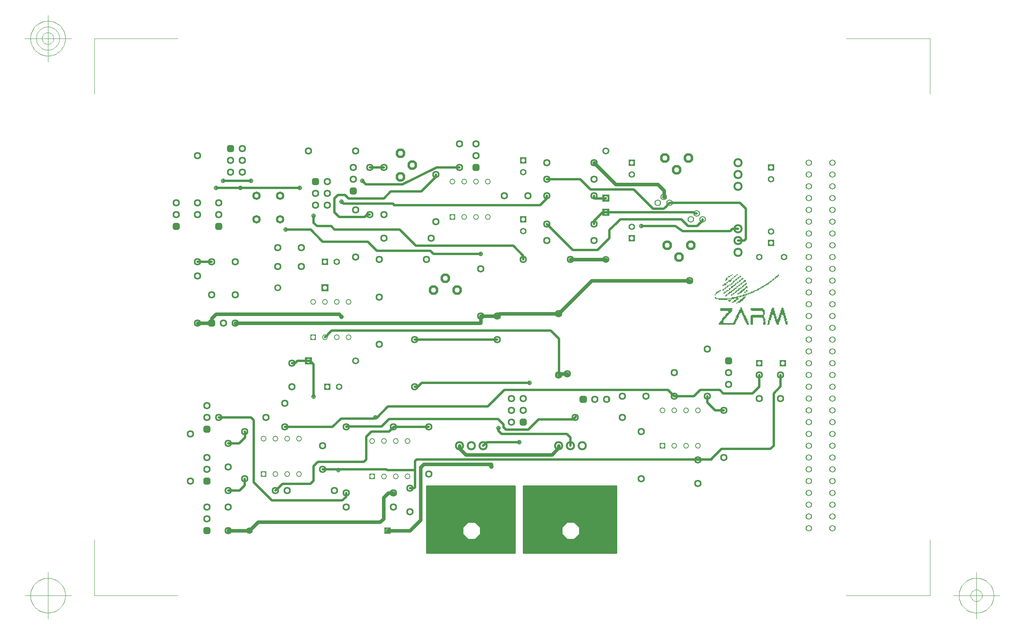
<source format=gbr>
G04 Generated by Ultiboard 10.0 *
%FSLAX25Y25*%
%MOIN*%

%ADD24C,0.02000*%
%ADD25C,0.03000*%
%ADD26C,0.01394*%
%ADD27C,0.01000*%
%ADD23C,0.00004*%
%ADD22C,0.00394*%
%ADD28C,0.03937X0.02362*%
%ADD29C,0.06334X0.03500*%
%ADD30C,0.05500X0.04000*%
%ADD31C,0.08334X0.04333*%
%ADD32R,0.04900X0.04900X0.03500*%
%ADD33C,0.04900X0.03500*%
%ADD34C,0.05512X0.03150*%
%ADD35R,0.05512X0.05512X0.03150*%
%ADD36C,0.05906X0.03543*%
%ADD37R,0.05906X0.05906X0.03543*%
%ADD38R,0.02083X0.02083X0.03917*%
%ADD18C,0.03917*%
%ADD39C,0.07166X0.03500*%
%ADD40C,0.07834X0.04667*%
%ADD41C,0.05337X0.03937*%


G04 ColorRGB 00FF00 for the following layer *
%LNCopper Top*%
%LPD*%
%FSLAX25Y25*%
%MOIN*%
G54D24*
X502000Y148667D02*
X502000Y154000D01*
X508667Y142000D02*
X502000Y148667D01*
X512430Y159449D02*
X496063Y159449D01*
X504874Y100346D02*
X494346Y100346D01*
X513780Y109252D02*
X504874Y100346D01*
X529446Y317995D02*
X470005Y317995D01*
X521288Y293926D02*
X480834Y293926D01*
X505600Y100400D02*
X255609Y100400D01*
X369094Y209646D02*
X183521Y209646D01*
X360236Y315945D02*
X237697Y315945D01*
X259648Y327561D02*
X233526Y327561D01*
X253126Y283465D02*
X241315Y295276D01*
X255024Y281662D02*
X253222Y283465D01*
X265921Y127921D02*
X236079Y127921D01*
X254126Y91535D02*
X230504Y91535D01*
X250000Y76000D02*
X253354Y76000D01*
X253354Y76000D02*
X254126Y76772D01*
X315813Y145227D02*
X231339Y145227D01*
X272643Y348175D02*
X243720Y333714D01*
X324706Y134624D02*
X232254Y134624D01*
X267219Y277412D02*
X221836Y277412D01*
X132819Y65563D02*
X117502Y80880D01*
X117502Y80880D02*
X117502Y133671D01*
X110341Y123659D02*
X110000Y124000D01*
X100402Y74000D02*
X96000Y74000D01*
X99425Y114000D02*
X96000Y114000D01*
X110000Y78283D02*
X105685Y73969D01*
X110000Y84000D02*
X110000Y78283D01*
X105685Y73969D02*
X100433Y73969D01*
X110341Y119010D02*
X105338Y114007D01*
X110341Y123659D02*
X110341Y119010D01*
X105338Y114007D02*
X99433Y114007D01*
X115149Y136024D02*
X88024Y136024D01*
X117502Y133671D02*
X115149Y136024D01*
X236000Y128000D02*
X236000Y127806D01*
X236079Y127921D02*
X236000Y128000D01*
X217314Y124113D02*
X212787Y119587D01*
X232307Y124113D02*
X217314Y124113D01*
X232307Y124113D02*
X236000Y127806D01*
X192721Y65563D02*
X132819Y65563D01*
X210835Y98441D02*
X172042Y98441D01*
X230058Y91981D02*
X176019Y91981D01*
X189065Y91635D02*
X189165Y91535D01*
X189065Y91988D02*
X189065Y91635D01*
X165543Y79724D02*
X141921Y79724D01*
X141921Y79724D02*
X138969Y76772D01*
X138772Y76772D02*
X136000Y74000D01*
X138969Y76772D02*
X138772Y76772D01*
X168249Y94648D02*
X172042Y98441D01*
X168249Y94648D02*
X168249Y82430D01*
X168249Y82430D02*
X165543Y79724D01*
X196000Y68843D02*
X192721Y65563D01*
X196000Y72000D02*
X196000Y68843D01*
X212787Y119587D02*
X212787Y100394D01*
X212787Y100394D02*
X210835Y98441D01*
X230504Y91535D02*
X230058Y91981D01*
X191415Y135124D02*
X184313Y128021D01*
X165352Y184121D02*
X154593Y184121D01*
X184313Y128021D02*
X148880Y128021D01*
X148858Y128000D02*
X144000Y128000D01*
X154593Y184121D02*
X152472Y182000D01*
X152472Y182000D02*
X150000Y182000D01*
X168307Y153543D02*
X168307Y181165D01*
X168307Y181165D02*
X165352Y184121D01*
X183521Y209646D02*
X180118Y206243D01*
X180118Y206243D02*
X180118Y206118D01*
X180118Y206118D02*
X178000Y204000D01*
X221646Y135534D02*
X231339Y145227D01*
X219153Y135124D02*
X191415Y135124D01*
X226048Y128419D02*
X196419Y128419D01*
X220646Y136167D02*
X220353Y135874D01*
X196419Y128419D02*
X196000Y128000D01*
X232254Y134624D02*
X226048Y128419D01*
X156496Y330709D02*
X106299Y330709D01*
X81948Y267948D02*
X70052Y267948D01*
X70052Y267948D02*
X70000Y268000D01*
X82000Y268000D02*
X81948Y267948D01*
X106299Y330709D02*
X85630Y330709D01*
X115157Y336614D02*
X91535Y336614D01*
X189926Y306137D02*
X211648Y306137D01*
X186024Y310039D02*
X189926Y306137D01*
X188950Y324750D02*
X186024Y321824D01*
X194882Y324803D02*
X188976Y324803D01*
X214075Y285173D02*
X176018Y285173D01*
X241315Y295276D02*
X186024Y295276D01*
X186024Y321824D02*
X186024Y310039D01*
X165915Y295276D02*
X144685Y295276D01*
X176018Y285173D02*
X165915Y295276D01*
X171260Y298228D02*
X168307Y301181D01*
X183071Y298228D02*
X171260Y298228D01*
X168307Y301181D02*
X168307Y307087D01*
X186024Y295276D02*
X183071Y298228D01*
X237697Y315945D02*
X236220Y315945D01*
X235635Y317298D02*
X236220Y316712D01*
X236220Y315945D02*
X236220Y316712D01*
X214075Y285173D02*
X221836Y277412D01*
X211648Y306137D02*
X213512Y308000D01*
X213512Y308000D02*
X216000Y308000D01*
X227972Y347972D02*
X216028Y347972D01*
X235635Y317298D02*
X193529Y317298D01*
X227815Y321850D02*
X197835Y321850D01*
X243720Y333714D02*
X212546Y333714D01*
X193529Y317298D02*
X191929Y318898D01*
X197835Y321850D02*
X194882Y324803D01*
X212546Y333714D02*
X209646Y336614D01*
X233526Y327561D02*
X227815Y321850D01*
X382956Y121966D02*
X327532Y121966D01*
X376147Y202593D02*
X369094Y209646D01*
X376147Y172147D02*
X376000Y172000D01*
X376147Y172147D02*
X376147Y202593D01*
X468488Y159449D02*
X330035Y159449D01*
X388400Y134396D02*
X358806Y134396D01*
X327532Y121966D02*
X324803Y124695D01*
X324803Y124695D02*
X324803Y126969D01*
X265921Y127921D02*
X266000Y128000D01*
X331085Y125769D02*
X329159Y127695D01*
X350178Y125769D02*
X331085Y125769D01*
X329159Y127695D02*
X329159Y130171D01*
X358806Y134396D02*
X350178Y125769D01*
X342520Y115157D02*
X315157Y115157D01*
X315157Y115157D02*
X312000Y112000D01*
X254126Y98917D02*
X254126Y91535D01*
X254126Y76772D02*
X254126Y91535D01*
X255609Y100400D02*
X254126Y98917D01*
X351331Y165402D02*
X259890Y165402D01*
X315813Y145227D02*
X330035Y159449D01*
X324000Y202193D02*
X254000Y202193D01*
X259890Y165402D02*
X256488Y162000D01*
X256488Y162000D02*
X254000Y162000D01*
X254000Y202193D02*
X254000Y202000D01*
X329159Y130171D02*
X324706Y134624D01*
X351331Y165402D02*
X351378Y165354D01*
X324000Y202000D02*
X324000Y202193D01*
X386008Y112008D02*
X386008Y118913D01*
X386008Y118913D02*
X382956Y121966D01*
X493600Y100400D02*
X494000Y100000D01*
X494346Y100346D02*
X494000Y100000D01*
X390204Y135996D02*
X390000Y135996D01*
X390400Y136796D02*
X390400Y136396D01*
X388400Y134396D02*
X390400Y136396D01*
X418641Y151241D02*
X418590Y151292D01*
X474046Y154046D02*
X474000Y154000D01*
X490660Y154046D02*
X474046Y154046D01*
X473937Y154000D02*
X474000Y154000D01*
X473937Y154000D02*
X468488Y159449D01*
X496063Y159449D02*
X490660Y154046D01*
X366000Y300000D02*
X388000Y278000D01*
X394269Y338014D02*
X366014Y338014D01*
X337470Y281662D02*
X255024Y281662D01*
X310039Y274609D02*
X270022Y274609D01*
X270022Y274609D02*
X267219Y277412D01*
X289620Y348175D02*
X272643Y348175D01*
X272001Y339914D02*
X259648Y327561D01*
X272001Y341999D02*
X272001Y339914D01*
X292000Y348000D02*
X289795Y348000D01*
X289620Y348175D02*
X289770Y348025D01*
X365939Y321648D02*
X360236Y315945D01*
X346000Y270000D02*
X346000Y273131D01*
X346000Y273131D02*
X337470Y281662D01*
X366000Y324000D02*
X365939Y323939D01*
X365939Y323939D02*
X365939Y321648D01*
X483499Y309987D02*
X416013Y309987D01*
X479823Y304134D02*
X428150Y304134D01*
X439589Y329459D02*
X456055Y312992D01*
X439589Y329459D02*
X402825Y329459D01*
X413330Y309984D02*
X406000Y302654D01*
X388000Y278000D02*
X409000Y278000D01*
X409000Y278000D02*
X419000Y288000D01*
X406000Y302654D02*
X406000Y300000D01*
X425197Y301181D02*
X425197Y301128D01*
X425197Y301128D02*
X419344Y295276D01*
X428150Y304134D02*
X425197Y301181D01*
X419000Y288000D02*
X419000Y294966D01*
X415984Y309984D02*
X413330Y309984D01*
X416000Y321850D02*
X406323Y321850D01*
X402825Y329459D02*
X394269Y338014D01*
X406030Y322143D02*
X406030Y323420D01*
X406030Y322143D02*
X406323Y321850D01*
X406000Y323450D02*
X406000Y324000D01*
X416000Y322000D02*
X416000Y321850D01*
X470000Y318000D02*
X466535Y314535D01*
X466535Y314469D02*
X465059Y312992D01*
X465059Y312992D02*
X456055Y312992D01*
X475027Y298281D02*
X445866Y298281D01*
X445866Y298281D02*
X445866Y298228D01*
X491197Y309000D02*
X490157Y310039D01*
X493110Y298228D02*
X485728Y298228D01*
X490157Y310039D02*
X485728Y310039D01*
X485728Y298228D02*
X479823Y304134D01*
X480834Y293926D02*
X475027Y298281D01*
X483605Y310039D02*
X483499Y309987D01*
X485728Y310039D02*
X483605Y310039D01*
X497813Y302931D02*
X493110Y298228D01*
X498000Y304000D02*
X497813Y303813D01*
X497813Y303813D02*
X497813Y302931D01*
X493000Y309000D02*
X491197Y309000D01*
X558071Y156496D02*
X558071Y112205D01*
X555118Y109252D02*
X513780Y109252D01*
X558071Y112205D02*
X555118Y109252D01*
X540354Y156496D02*
X515382Y156496D01*
X515382Y156496D02*
X512430Y159449D01*
X508667Y142000D02*
X516000Y142000D01*
X545810Y161952D02*
X540354Y156496D01*
X563976Y162402D02*
X558071Y156496D01*
X545810Y171810D02*
X546000Y172000D01*
X545810Y171810D02*
X545810Y161952D01*
X564060Y172060D02*
X564000Y172000D01*
X563976Y172000D02*
X563976Y162402D01*
X564000Y172000D02*
X563976Y172000D01*
X534449Y312992D02*
X529446Y317995D01*
X534449Y287349D02*
X534449Y312992D01*
X533100Y286000D02*
X534449Y287349D01*
X523362Y296000D02*
X521288Y293926D01*
X533100Y286000D02*
X528000Y286000D01*
X528000Y296000D02*
X523362Y296000D01*
G54D25*
X309592Y215900D02*
X102100Y215900D01*
X258929Y49094D02*
X249826Y39991D01*
X249826Y39991D02*
X231000Y39991D01*
X189779Y223607D02*
X85557Y223607D01*
X224696Y47341D02*
X121263Y47341D01*
X113972Y40050D02*
X96050Y40050D01*
X121263Y47341D02*
X113972Y40050D01*
X85557Y223607D02*
X82000Y220050D01*
X82000Y220050D02*
X82000Y216000D01*
X81948Y215948D02*
X70000Y215948D01*
X70000Y215948D02*
X70000Y216000D01*
X82000Y216000D02*
X81948Y215948D01*
X102100Y215900D02*
X102000Y216000D01*
X227551Y67913D02*
X227551Y50197D01*
X227551Y50197D02*
X224696Y47341D01*
X235934Y72066D02*
X231704Y72066D01*
X235934Y72066D02*
X236000Y72000D01*
X231704Y72066D02*
X227551Y67913D01*
X189779Y223607D02*
X191929Y221457D01*
X376000Y224000D02*
X404000Y252000D01*
X404000Y252000D02*
X487000Y252000D01*
X376000Y224000D02*
X372457Y224000D01*
X376047Y111953D02*
X376000Y112000D01*
X376047Y111953D02*
X376047Y110299D01*
X376047Y110299D02*
X370094Y104346D01*
X383177Y173000D02*
X376500Y173000D01*
X318898Y96241D02*
X261472Y96241D01*
X370094Y104346D02*
X297228Y104346D01*
X258929Y93698D02*
X258929Y49094D01*
X261472Y96241D02*
X258929Y93698D01*
X297228Y104346D02*
X292026Y109549D01*
X292026Y109549D02*
X292026Y111974D01*
X318605Y96241D02*
X318898Y95948D01*
X318898Y94488D02*
X318898Y95948D01*
X318605Y96241D02*
X318898Y96241D01*
X323900Y222100D02*
X310100Y222100D01*
X310100Y222100D02*
X310000Y222000D01*
X310000Y222000D02*
X310000Y216308D01*
X309592Y215900D02*
X310000Y216308D01*
X372447Y224009D02*
X326009Y224009D01*
X323743Y222257D02*
X324000Y222000D01*
X326009Y224009D02*
X324000Y222000D01*
X459939Y333661D02*
X424339Y333661D01*
X415999Y270001D02*
X386001Y270001D01*
X424339Y333661D02*
X406025Y351975D01*
X465083Y328517D02*
X459939Y333661D01*
X465083Y323083D02*
X465083Y328517D01*
X465083Y323083D02*
X465000Y323000D01*
G54D26*
X96050Y40050D02*
X96000Y40000D01*
X376500Y173000D02*
X376000Y172500D01*
X376000Y172500D02*
X376000Y172000D01*
X389000Y238000D02*
X389500Y237500D01*
G54D27*
X385500Y78000D02*
X385500Y49500D01*
X385500Y49500D02*
X346000Y49500D01*
X346000Y49500D02*
X346000Y78000D01*
X346000Y78000D02*
X385500Y78000D01*
G36*
X385500Y78000D02*
X385500Y49500D01*
X346000Y49500D01*
X346000Y78000D01*
X385500Y78000D01*
G37*
X385500Y78000D02*
X385500Y49500D01*
X385500Y49500D02*
X346000Y49500D01*
X346000Y49500D02*
X346000Y78000D01*
X346000Y78000D02*
X385500Y78000D01*
X385500Y47406D02*
X382933Y47406D01*
X382933Y47406D02*
X378594Y43067D01*
X378594Y43067D02*
X378594Y36933D01*
X378594Y36933D02*
X382933Y32594D01*
X382933Y32594D02*
X385500Y32594D01*
X385500Y32594D02*
X385500Y21000D01*
X385500Y21000D02*
X346000Y21000D01*
X346000Y21000D02*
X346000Y49500D01*
X346000Y49500D02*
X385500Y49500D01*
X385500Y49500D02*
X385500Y47406D01*
G36*
X385500Y47406D02*
X382933Y47406D01*
X378594Y43067D01*
X378594Y36933D01*
X382933Y32594D01*
X385500Y32594D01*
X385500Y21000D01*
X346000Y21000D01*
X346000Y49500D01*
X385500Y49500D01*
X385500Y47406D01*
G37*
X385500Y47406D02*
X382933Y47406D01*
X382933Y47406D02*
X378594Y43067D01*
X378594Y43067D02*
X378594Y36933D01*
X378594Y36933D02*
X382933Y32594D01*
X382933Y32594D02*
X385500Y32594D01*
X385500Y32594D02*
X385500Y21000D01*
X385500Y21000D02*
X346000Y21000D01*
X346000Y21000D02*
X346000Y49500D01*
X346000Y49500D02*
X385500Y49500D01*
X385500Y49500D02*
X385500Y47406D01*
X385500Y49500D02*
X385500Y78000D01*
X385500Y78000D02*
X425000Y78000D01*
X425000Y78000D02*
X425000Y49500D01*
X425000Y49500D02*
X385500Y49500D01*
G36*
X385500Y49500D02*
X385500Y78000D01*
X425000Y78000D01*
X425000Y49500D01*
X385500Y49500D01*
G37*
X385500Y49500D02*
X385500Y78000D01*
X385500Y78000D02*
X425000Y78000D01*
X425000Y78000D02*
X425000Y49500D01*
X425000Y49500D02*
X385500Y49500D01*
X385500Y32594D02*
X389067Y32594D01*
X389067Y32594D02*
X393406Y36933D01*
X393406Y36933D02*
X393406Y43067D01*
X393406Y43067D02*
X389067Y47406D01*
X389067Y47406D02*
X385500Y47406D01*
X385500Y47406D02*
X385500Y49500D01*
X385500Y49500D02*
X425000Y49500D01*
X425000Y49500D02*
X425000Y21000D01*
X425000Y21000D02*
X385500Y21000D01*
X385500Y21000D02*
X385500Y32594D01*
G36*
X385500Y32594D02*
X389067Y32594D01*
X393406Y36933D01*
X393406Y43067D01*
X389067Y47406D01*
X385500Y47406D01*
X385500Y49500D01*
X425000Y49500D01*
X425000Y21000D01*
X385500Y21000D01*
X385500Y32594D01*
G37*
X385500Y32594D02*
X389067Y32594D01*
X389067Y32594D02*
X393406Y36933D01*
X393406Y36933D02*
X393406Y43067D01*
X393406Y43067D02*
X389067Y47406D01*
X389067Y47406D02*
X385500Y47406D01*
X385500Y47406D02*
X385500Y49500D01*
X385500Y49500D02*
X425000Y49500D01*
X425000Y49500D02*
X425000Y21000D01*
X425000Y21000D02*
X385500Y21000D01*
X385500Y21000D02*
X385500Y32594D01*
X301500Y49500D02*
X301500Y78000D01*
X301500Y78000D02*
X339000Y78000D01*
X339000Y78000D02*
X339000Y49500D01*
X339000Y49500D02*
X301500Y49500D01*
G36*
X301500Y49500D02*
X301500Y78000D01*
X339000Y78000D01*
X339000Y49500D01*
X301500Y49500D01*
G37*
X301500Y49500D02*
X301500Y78000D01*
X301500Y78000D02*
X339000Y78000D01*
X339000Y78000D02*
X339000Y49500D01*
X339000Y49500D02*
X301500Y49500D01*
X301500Y32594D02*
X305067Y32594D01*
X305067Y32594D02*
X309406Y36933D01*
X309406Y36933D02*
X309406Y43067D01*
X309406Y43067D02*
X305067Y47406D01*
X305067Y47406D02*
X301500Y47406D01*
X301500Y47406D02*
X301500Y49500D01*
X301500Y49500D02*
X339000Y49500D01*
X339000Y49500D02*
X339000Y21000D01*
X339000Y21000D02*
X301500Y21000D01*
X301500Y21000D02*
X301500Y32594D01*
G36*
X301500Y32594D02*
X305067Y32594D01*
X309406Y36933D01*
X309406Y43067D01*
X305067Y47406D01*
X301500Y47406D01*
X301500Y49500D01*
X339000Y49500D01*
X339000Y21000D01*
X301500Y21000D01*
X301500Y32594D01*
G37*
X301500Y32594D02*
X305067Y32594D01*
X305067Y32594D02*
X309406Y36933D01*
X309406Y36933D02*
X309406Y43067D01*
X309406Y43067D02*
X305067Y47406D01*
X305067Y47406D02*
X301500Y47406D01*
X301500Y47406D02*
X301500Y49500D01*
X301500Y49500D02*
X339000Y49500D01*
X339000Y49500D02*
X339000Y21000D01*
X339000Y21000D02*
X301500Y21000D01*
X301500Y21000D02*
X301500Y32594D01*
X301500Y78000D02*
X301500Y49500D01*
X301500Y49500D02*
X264000Y49500D01*
X264000Y49500D02*
X264000Y78000D01*
X264000Y78000D02*
X301500Y78000D01*
G36*
X301500Y78000D02*
X301500Y49500D01*
X264000Y49500D01*
X264000Y78000D01*
X301500Y78000D01*
G37*
X301500Y78000D02*
X301500Y49500D01*
X301500Y49500D02*
X264000Y49500D01*
X264000Y49500D02*
X264000Y78000D01*
X264000Y78000D02*
X301500Y78000D01*
X301500Y47406D02*
X298933Y47406D01*
X298933Y47406D02*
X294594Y43067D01*
X294594Y43067D02*
X294594Y36933D01*
X294594Y36933D02*
X298933Y32594D01*
X298933Y32594D02*
X301500Y32594D01*
X301500Y32594D02*
X301500Y21000D01*
X301500Y21000D02*
X264000Y21000D01*
X264000Y21000D02*
X264000Y49500D01*
X264000Y49500D02*
X301500Y49500D01*
X301500Y49500D02*
X301500Y47406D01*
G36*
X301500Y47406D02*
X298933Y47406D01*
X294594Y43067D01*
X294594Y36933D01*
X298933Y32594D01*
X301500Y32594D01*
X301500Y21000D01*
X264000Y21000D01*
X264000Y49500D01*
X301500Y49500D01*
X301500Y47406D01*
G37*
X301500Y47406D02*
X298933Y47406D01*
X298933Y47406D02*
X294594Y43067D01*
X294594Y43067D02*
X294594Y36933D01*
X294594Y36933D02*
X298933Y32594D01*
X298933Y32594D02*
X301500Y32594D01*
X301500Y32594D02*
X301500Y21000D01*
X301500Y21000D02*
X264000Y21000D01*
X264000Y21000D02*
X264000Y49500D01*
X264000Y49500D02*
X301500Y49500D01*
X301500Y49500D02*
X301500Y47406D01*
G54D23*
G36*
X522412Y256661D02*
X523082Y256661D01*
X523082Y257441D01*
X522412Y257441D01*
X522412Y256661D01*
G37*
G36*
X526433Y256661D02*
X527103Y256661D01*
X527103Y257441D01*
X526433Y257441D01*
X526433Y256661D01*
G37*
G36*
X527103Y256661D02*
X527773Y256661D01*
X527773Y257441D01*
X527103Y257441D01*
X527103Y256661D01*
G37*
G36*
X561948Y256661D02*
X562619Y256661D01*
X562619Y257441D01*
X561948Y257441D01*
X561948Y256661D01*
G37*
G36*
X521072Y255881D02*
X521742Y255881D01*
X521742Y256661D01*
X521072Y256661D01*
X521072Y255881D01*
G37*
G36*
X521742Y255881D02*
X522412Y255881D01*
X522412Y256661D01*
X521742Y256661D01*
X521742Y255881D01*
G37*
G36*
X525763Y255881D02*
X526433Y255881D01*
X526433Y256661D01*
X525763Y256661D01*
X525763Y255881D01*
G37*
G36*
X561278Y255881D02*
X561948Y255881D01*
X561948Y256661D01*
X561278Y256661D01*
X561278Y255881D01*
G37*
G36*
X561948Y255881D02*
X562619Y255881D01*
X562619Y256661D01*
X561948Y256661D01*
X561948Y255881D01*
G37*
G36*
X519732Y255102D02*
X520402Y255102D01*
X520402Y255881D01*
X519732Y255881D01*
X519732Y255102D01*
G37*
G36*
X520402Y255102D02*
X521072Y255102D01*
X521072Y255881D01*
X520402Y255881D01*
X520402Y255102D01*
G37*
G36*
X524423Y255102D02*
X525093Y255102D01*
X525093Y255881D01*
X524423Y255881D01*
X524423Y255102D01*
G37*
G36*
X525093Y255102D02*
X525763Y255102D01*
X525763Y255881D01*
X525093Y255881D01*
X525093Y255102D01*
G37*
G36*
X529113Y255102D02*
X529784Y255102D01*
X529784Y255881D01*
X529113Y255881D01*
X529113Y255102D01*
G37*
G36*
X529784Y255102D02*
X530454Y255102D01*
X530454Y255881D01*
X529784Y255881D01*
X529784Y255102D01*
G37*
G36*
X559938Y255102D02*
X560608Y255102D01*
X560608Y255881D01*
X559938Y255881D01*
X559938Y255102D01*
G37*
G36*
X560608Y255102D02*
X561278Y255102D01*
X561278Y255881D01*
X560608Y255881D01*
X560608Y255102D01*
G37*
G36*
X561278Y255102D02*
X561948Y255102D01*
X561948Y255881D01*
X561278Y255881D01*
X561278Y255102D01*
G37*
G36*
X519062Y254322D02*
X519732Y254322D01*
X519732Y255102D01*
X519062Y255102D01*
X519062Y254322D01*
G37*
G36*
X523753Y254322D02*
X524423Y254322D01*
X524423Y255102D01*
X523753Y255102D01*
X523753Y254322D01*
G37*
G36*
X527773Y254322D02*
X528443Y254322D01*
X528443Y255102D01*
X527773Y255102D01*
X527773Y254322D01*
G37*
G36*
X528443Y254322D02*
X529113Y254322D01*
X529113Y255102D01*
X528443Y255102D01*
X528443Y254322D01*
G37*
G36*
X559268Y254322D02*
X559938Y254322D01*
X559938Y255102D01*
X559268Y255102D01*
X559268Y254322D01*
G37*
G36*
X559938Y254322D02*
X560608Y254322D01*
X560608Y255102D01*
X559938Y255102D01*
X559938Y254322D01*
G37*
G36*
X517722Y253542D02*
X518392Y253542D01*
X518392Y254322D01*
X517722Y254322D01*
X517722Y253542D01*
G37*
G36*
X518392Y253542D02*
X519062Y253542D01*
X519062Y254322D01*
X518392Y254322D01*
X518392Y253542D01*
G37*
G36*
X522412Y253542D02*
X523082Y253542D01*
X523082Y254322D01*
X522412Y254322D01*
X522412Y253542D01*
G37*
G36*
X523082Y253542D02*
X523753Y253542D01*
X523753Y254322D01*
X523082Y254322D01*
X523082Y253542D01*
G37*
G36*
X527103Y253542D02*
X527773Y253542D01*
X527773Y254322D01*
X527103Y254322D01*
X527103Y253542D01*
G37*
G36*
X527773Y253542D02*
X528443Y253542D01*
X528443Y254322D01*
X527773Y254322D01*
X527773Y253542D01*
G37*
G36*
X531124Y253542D02*
X531794Y253542D01*
X531794Y254322D01*
X531124Y254322D01*
X531124Y253542D01*
G37*
G36*
X531794Y253542D02*
X532464Y253542D01*
X532464Y254322D01*
X531794Y254322D01*
X531794Y253542D01*
G37*
G36*
X558598Y253542D02*
X559268Y253542D01*
X559268Y254322D01*
X558598Y254322D01*
X558598Y253542D01*
G37*
G36*
X559268Y253542D02*
X559938Y253542D01*
X559938Y254322D01*
X559268Y254322D01*
X559268Y253542D01*
G37*
G36*
X517722Y252763D02*
X518392Y252763D01*
X518392Y253542D01*
X517722Y253542D01*
X517722Y252763D01*
G37*
G36*
X518392Y252763D02*
X519062Y252763D01*
X519062Y253542D01*
X518392Y253542D01*
X518392Y252763D01*
G37*
G36*
X521742Y252763D02*
X522412Y252763D01*
X522412Y253542D01*
X521742Y253542D01*
X521742Y252763D01*
G37*
G36*
X525763Y252763D02*
X526433Y252763D01*
X526433Y253542D01*
X525763Y253542D01*
X525763Y252763D01*
G37*
G36*
X526433Y252763D02*
X527103Y252763D01*
X527103Y253542D01*
X526433Y253542D01*
X526433Y252763D01*
G37*
G36*
X530454Y252763D02*
X531124Y252763D01*
X531124Y253542D01*
X530454Y253542D01*
X530454Y252763D01*
G37*
G36*
X531124Y252763D02*
X531794Y252763D01*
X531794Y253542D01*
X531124Y253542D01*
X531124Y252763D01*
G37*
G36*
X557258Y252763D02*
X557928Y252763D01*
X557928Y253542D01*
X557258Y253542D01*
X557258Y252763D01*
G37*
G36*
X557928Y252763D02*
X558598Y252763D01*
X558598Y253542D01*
X557928Y253542D01*
X557928Y252763D01*
G37*
G36*
X517052Y251983D02*
X517722Y251983D01*
X517722Y252763D01*
X517052Y252763D01*
X517052Y251983D01*
G37*
G36*
X517722Y251983D02*
X518392Y251983D01*
X518392Y252763D01*
X517722Y252763D01*
X517722Y251983D01*
G37*
G36*
X520402Y251983D02*
X521072Y251983D01*
X521072Y252763D01*
X520402Y252763D01*
X520402Y251983D01*
G37*
G36*
X521072Y251983D02*
X521742Y251983D01*
X521742Y252763D01*
X521072Y252763D01*
X521072Y251983D01*
G37*
G36*
X521742Y251983D02*
X522412Y251983D01*
X522412Y252763D01*
X521742Y252763D01*
X521742Y251983D01*
G37*
G36*
X525093Y251983D02*
X525763Y251983D01*
X525763Y252763D01*
X525093Y252763D01*
X525093Y251983D01*
G37*
G36*
X525763Y251983D02*
X526433Y251983D01*
X526433Y252763D01*
X525763Y252763D01*
X525763Y251983D01*
G37*
G36*
X529113Y251983D02*
X529784Y251983D01*
X529784Y252763D01*
X529113Y252763D01*
X529113Y251983D01*
G37*
G36*
X529784Y251983D02*
X530454Y251983D01*
X530454Y252763D01*
X529784Y252763D01*
X529784Y251983D01*
G37*
G36*
X533134Y251983D02*
X533804Y251983D01*
X533804Y252763D01*
X533134Y252763D01*
X533134Y251983D01*
G37*
G36*
X533804Y251983D02*
X534474Y251983D01*
X534474Y252763D01*
X533804Y252763D01*
X533804Y251983D01*
G37*
G36*
X556588Y251983D02*
X557258Y251983D01*
X557258Y252763D01*
X556588Y252763D01*
X556588Y251983D01*
G37*
G36*
X557258Y251983D02*
X557928Y251983D01*
X557928Y252763D01*
X557258Y252763D01*
X557258Y251983D01*
G37*
G36*
X519732Y251203D02*
X520402Y251203D01*
X520402Y251983D01*
X519732Y251983D01*
X519732Y251203D01*
G37*
G36*
X520402Y251203D02*
X521072Y251203D01*
X521072Y251983D01*
X520402Y251983D01*
X520402Y251203D01*
G37*
G36*
X521072Y251203D02*
X521742Y251203D01*
X521742Y251983D01*
X521072Y251983D01*
X521072Y251203D01*
G37*
G36*
X523753Y251203D02*
X524423Y251203D01*
X524423Y251983D01*
X523753Y251983D01*
X523753Y251203D01*
G37*
G36*
X524423Y251203D02*
X525093Y251203D01*
X525093Y251983D01*
X524423Y251983D01*
X524423Y251203D01*
G37*
G36*
X528443Y251203D02*
X529113Y251203D01*
X529113Y251983D01*
X528443Y251983D01*
X528443Y251203D01*
G37*
G36*
X529113Y251203D02*
X529784Y251203D01*
X529784Y251983D01*
X529113Y251983D01*
X529113Y251203D01*
G37*
G36*
X532464Y251203D02*
X533134Y251203D01*
X533134Y251983D01*
X532464Y251983D01*
X532464Y251203D01*
G37*
G36*
X533134Y251203D02*
X533804Y251203D01*
X533804Y251983D01*
X533134Y251983D01*
X533134Y251203D01*
G37*
G36*
X533804Y251203D02*
X534474Y251203D01*
X534474Y251983D01*
X533804Y251983D01*
X533804Y251203D01*
G37*
G36*
X555247Y251203D02*
X555918Y251203D01*
X555918Y251983D01*
X555247Y251983D01*
X555247Y251203D01*
G37*
G36*
X555918Y251203D02*
X556588Y251203D01*
X556588Y251983D01*
X555918Y251983D01*
X555918Y251203D01*
G37*
G36*
X518392Y250424D02*
X519062Y250424D01*
X519062Y251203D01*
X518392Y251203D01*
X518392Y250424D01*
G37*
G36*
X519062Y250424D02*
X519732Y250424D01*
X519732Y251203D01*
X519062Y251203D01*
X519062Y250424D01*
G37*
G36*
X523082Y250424D02*
X523753Y250424D01*
X523753Y251203D01*
X523082Y251203D01*
X523082Y250424D01*
G37*
G36*
X523753Y250424D02*
X524423Y250424D01*
X524423Y251203D01*
X523753Y251203D01*
X523753Y250424D01*
G37*
G36*
X527103Y250424D02*
X527773Y250424D01*
X527773Y251203D01*
X527103Y251203D01*
X527103Y250424D01*
G37*
G36*
X527773Y250424D02*
X528443Y250424D01*
X528443Y251203D01*
X527773Y251203D01*
X527773Y250424D01*
G37*
G36*
X531794Y250424D02*
X532464Y250424D01*
X532464Y251203D01*
X531794Y251203D01*
X531794Y250424D01*
G37*
G36*
X532464Y250424D02*
X533134Y250424D01*
X533134Y251203D01*
X532464Y251203D01*
X532464Y250424D01*
G37*
G36*
X553907Y250424D02*
X554577Y250424D01*
X554577Y251203D01*
X553907Y251203D01*
X553907Y250424D01*
G37*
G36*
X554577Y250424D02*
X555247Y250424D01*
X555247Y251203D01*
X554577Y251203D01*
X554577Y250424D01*
G37*
G36*
X555247Y250424D02*
X555918Y250424D01*
X555918Y251203D01*
X555247Y251203D01*
X555247Y250424D01*
G37*
G36*
X518392Y249644D02*
X519062Y249644D01*
X519062Y250424D01*
X518392Y250424D01*
X518392Y249644D01*
G37*
G36*
X523082Y249644D02*
X523753Y249644D01*
X523753Y250424D01*
X523082Y250424D01*
X523082Y249644D01*
G37*
G36*
X526433Y249644D02*
X527103Y249644D01*
X527103Y250424D01*
X526433Y250424D01*
X526433Y249644D01*
G37*
G36*
X527103Y249644D02*
X527773Y249644D01*
X527773Y250424D01*
X527103Y250424D01*
X527103Y249644D01*
G37*
G36*
X530454Y249644D02*
X531124Y249644D01*
X531124Y250424D01*
X530454Y250424D01*
X530454Y249644D01*
G37*
G36*
X531124Y249644D02*
X531794Y249644D01*
X531794Y250424D01*
X531124Y250424D01*
X531124Y249644D01*
G37*
G36*
X534474Y249644D02*
X535144Y249644D01*
X535144Y250424D01*
X534474Y250424D01*
X534474Y249644D01*
G37*
G36*
X553237Y249644D02*
X553907Y249644D01*
X553907Y250424D01*
X553237Y250424D01*
X553237Y249644D01*
G37*
G36*
X553907Y249644D02*
X554577Y249644D01*
X554577Y250424D01*
X553907Y250424D01*
X553907Y249644D01*
G37*
G36*
X516381Y248864D02*
X517052Y248864D01*
X517052Y249644D01*
X516381Y249644D01*
X516381Y248864D01*
G37*
G36*
X517052Y248864D02*
X517722Y248864D01*
X517722Y249644D01*
X517052Y249644D01*
X517052Y248864D01*
G37*
G36*
X517722Y248864D02*
X518392Y248864D01*
X518392Y249644D01*
X517722Y249644D01*
X517722Y248864D01*
G37*
G36*
X521742Y248864D02*
X522412Y248864D01*
X522412Y249644D01*
X521742Y249644D01*
X521742Y248864D01*
G37*
G36*
X522412Y248864D02*
X523082Y248864D01*
X523082Y249644D01*
X522412Y249644D01*
X522412Y248864D01*
G37*
G36*
X525093Y248864D02*
X525763Y248864D01*
X525763Y249644D01*
X525093Y249644D01*
X525093Y248864D01*
G37*
G36*
X525763Y248864D02*
X526433Y248864D01*
X526433Y249644D01*
X525763Y249644D01*
X525763Y248864D01*
G37*
G36*
X529784Y248864D02*
X530454Y248864D01*
X530454Y249644D01*
X529784Y249644D01*
X529784Y248864D01*
G37*
G36*
X530454Y248864D02*
X531124Y248864D01*
X531124Y249644D01*
X530454Y249644D01*
X530454Y248864D01*
G37*
G36*
X533804Y248864D02*
X534474Y248864D01*
X534474Y249644D01*
X533804Y249644D01*
X533804Y248864D01*
G37*
G36*
X534474Y248864D02*
X535144Y248864D01*
X535144Y249644D01*
X534474Y249644D01*
X534474Y248864D01*
G37*
G36*
X551897Y248864D02*
X552567Y248864D01*
X552567Y249644D01*
X551897Y249644D01*
X551897Y248864D01*
G37*
G36*
X552567Y248864D02*
X553237Y248864D01*
X553237Y249644D01*
X552567Y249644D01*
X552567Y248864D01*
G37*
G36*
X553237Y248864D02*
X553907Y248864D01*
X553907Y249644D01*
X553237Y249644D01*
X553237Y248864D01*
G37*
G36*
X515041Y248085D02*
X515711Y248085D01*
X515711Y248864D01*
X515041Y248864D01*
X515041Y248085D01*
G37*
G36*
X515711Y248085D02*
X516381Y248085D01*
X516381Y248864D01*
X515711Y248864D01*
X515711Y248085D01*
G37*
G36*
X516381Y248085D02*
X517052Y248085D01*
X517052Y248864D01*
X516381Y248864D01*
X516381Y248085D01*
G37*
G36*
X517052Y248085D02*
X517722Y248085D01*
X517722Y248864D01*
X517052Y248864D01*
X517052Y248085D01*
G37*
G36*
X520402Y248085D02*
X521072Y248085D01*
X521072Y248864D01*
X520402Y248864D01*
X520402Y248085D01*
G37*
G36*
X521072Y248085D02*
X521742Y248085D01*
X521742Y248864D01*
X521072Y248864D01*
X521072Y248085D01*
G37*
G36*
X524423Y248085D02*
X525093Y248085D01*
X525093Y248864D01*
X524423Y248864D01*
X524423Y248085D01*
G37*
G36*
X525093Y248085D02*
X525763Y248085D01*
X525763Y248864D01*
X525093Y248864D01*
X525093Y248085D01*
G37*
G36*
X528443Y248085D02*
X529113Y248085D01*
X529113Y248864D01*
X528443Y248864D01*
X528443Y248085D01*
G37*
G36*
X529113Y248085D02*
X529784Y248085D01*
X529784Y248864D01*
X529113Y248864D01*
X529113Y248085D01*
G37*
G36*
X532464Y248085D02*
X533134Y248085D01*
X533134Y248864D01*
X532464Y248864D01*
X532464Y248085D01*
G37*
G36*
X533134Y248085D02*
X533804Y248085D01*
X533804Y248864D01*
X533134Y248864D01*
X533134Y248085D01*
G37*
G36*
X533804Y248085D02*
X534474Y248085D01*
X534474Y248864D01*
X533804Y248864D01*
X533804Y248085D01*
G37*
G36*
X550557Y248085D02*
X551227Y248085D01*
X551227Y248864D01*
X550557Y248864D01*
X550557Y248085D01*
G37*
G36*
X551227Y248085D02*
X551897Y248085D01*
X551897Y248864D01*
X551227Y248864D01*
X551227Y248085D01*
G37*
G36*
X551897Y248085D02*
X552567Y248085D01*
X552567Y248864D01*
X551897Y248864D01*
X551897Y248085D01*
G37*
G36*
X515041Y247305D02*
X515711Y247305D01*
X515711Y248085D01*
X515041Y248085D01*
X515041Y247305D01*
G37*
G36*
X519062Y247305D02*
X519732Y247305D01*
X519732Y248085D01*
X519062Y248085D01*
X519062Y247305D01*
G37*
G36*
X519732Y247305D02*
X520402Y247305D01*
X520402Y248085D01*
X519732Y248085D01*
X519732Y247305D01*
G37*
G36*
X523082Y247305D02*
X523753Y247305D01*
X523753Y248085D01*
X523082Y248085D01*
X523082Y247305D01*
G37*
G36*
X523753Y247305D02*
X524423Y247305D01*
X524423Y248085D01*
X523753Y248085D01*
X523753Y247305D01*
G37*
G36*
X524423Y247305D02*
X525093Y247305D01*
X525093Y248085D01*
X524423Y248085D01*
X524423Y247305D01*
G37*
G36*
X527773Y247305D02*
X528443Y247305D01*
X528443Y248085D01*
X527773Y248085D01*
X527773Y247305D01*
G37*
G36*
X528443Y247305D02*
X529113Y247305D01*
X529113Y248085D01*
X528443Y248085D01*
X528443Y247305D01*
G37*
G36*
X531794Y247305D02*
X532464Y247305D01*
X532464Y248085D01*
X531794Y248085D01*
X531794Y247305D01*
G37*
G36*
X532464Y247305D02*
X533134Y247305D01*
X533134Y248085D01*
X532464Y248085D01*
X532464Y247305D01*
G37*
G36*
X549216Y247305D02*
X549887Y247305D01*
X549887Y248085D01*
X549216Y248085D01*
X549216Y247305D01*
G37*
G36*
X549887Y247305D02*
X550557Y247305D01*
X550557Y248085D01*
X549887Y248085D01*
X549887Y247305D01*
G37*
G36*
X550557Y247305D02*
X551227Y247305D01*
X551227Y248085D01*
X550557Y248085D01*
X550557Y247305D01*
G37*
G36*
X518392Y246525D02*
X519062Y246525D01*
X519062Y247305D01*
X518392Y247305D01*
X518392Y246525D01*
G37*
G36*
X519062Y246525D02*
X519732Y246525D01*
X519732Y247305D01*
X519062Y247305D01*
X519062Y246525D01*
G37*
G36*
X521742Y246525D02*
X522412Y246525D01*
X522412Y247305D01*
X521742Y247305D01*
X521742Y246525D01*
G37*
G36*
X522412Y246525D02*
X523082Y246525D01*
X523082Y247305D01*
X522412Y247305D01*
X522412Y246525D01*
G37*
G36*
X523082Y246525D02*
X523753Y246525D01*
X523753Y247305D01*
X523082Y247305D01*
X523082Y246525D01*
G37*
G36*
X526433Y246525D02*
X527103Y246525D01*
X527103Y247305D01*
X526433Y247305D01*
X526433Y246525D01*
G37*
G36*
X527103Y246525D02*
X527773Y246525D01*
X527773Y247305D01*
X527103Y247305D01*
X527103Y246525D01*
G37*
G36*
X531124Y246525D02*
X531794Y246525D01*
X531794Y247305D01*
X531124Y247305D01*
X531124Y246525D01*
G37*
G36*
X531794Y246525D02*
X532464Y246525D01*
X532464Y247305D01*
X531794Y247305D01*
X531794Y246525D01*
G37*
G36*
X534474Y246525D02*
X535144Y246525D01*
X535144Y247305D01*
X534474Y247305D01*
X534474Y246525D01*
G37*
G36*
X535144Y246525D02*
X535814Y246525D01*
X535814Y247305D01*
X535144Y247305D01*
X535144Y246525D01*
G37*
G36*
X547876Y246525D02*
X548546Y246525D01*
X548546Y247305D01*
X547876Y247305D01*
X547876Y246525D01*
G37*
G36*
X548546Y246525D02*
X549216Y246525D01*
X549216Y247305D01*
X548546Y247305D01*
X548546Y246525D01*
G37*
G36*
X549216Y246525D02*
X549887Y246525D01*
X549887Y247305D01*
X549216Y247305D01*
X549216Y246525D01*
G37*
G36*
X517052Y245746D02*
X517722Y245746D01*
X517722Y246525D01*
X517052Y246525D01*
X517052Y245746D01*
G37*
G36*
X517722Y245746D02*
X518392Y245746D01*
X518392Y246525D01*
X517722Y246525D01*
X517722Y245746D01*
G37*
G36*
X521742Y245746D02*
X522412Y245746D01*
X522412Y246525D01*
X521742Y246525D01*
X521742Y245746D01*
G37*
G36*
X522412Y245746D02*
X523082Y245746D01*
X523082Y246525D01*
X522412Y246525D01*
X522412Y245746D01*
G37*
G36*
X525763Y245746D02*
X526433Y245746D01*
X526433Y246525D01*
X525763Y246525D01*
X525763Y245746D01*
G37*
G36*
X529784Y245746D02*
X530454Y245746D01*
X530454Y246525D01*
X529784Y246525D01*
X529784Y245746D01*
G37*
G36*
X530454Y245746D02*
X531124Y245746D01*
X531124Y246525D01*
X530454Y246525D01*
X530454Y245746D01*
G37*
G36*
X533804Y245746D02*
X534474Y245746D01*
X534474Y246525D01*
X533804Y246525D01*
X533804Y245746D01*
G37*
G36*
X534474Y245746D02*
X535144Y245746D01*
X535144Y246525D01*
X534474Y246525D01*
X534474Y245746D01*
G37*
G36*
X535144Y245746D02*
X535814Y245746D01*
X535814Y246525D01*
X535144Y246525D01*
X535144Y245746D01*
G37*
G36*
X546536Y245746D02*
X547206Y245746D01*
X547206Y246525D01*
X546536Y246525D01*
X546536Y245746D01*
G37*
G36*
X547206Y245746D02*
X547876Y245746D01*
X547876Y246525D01*
X547206Y246525D01*
X547206Y245746D01*
G37*
G36*
X547876Y245746D02*
X548546Y245746D01*
X548546Y246525D01*
X547876Y246525D01*
X547876Y245746D01*
G37*
G36*
X516381Y244966D02*
X517052Y244966D01*
X517052Y245746D01*
X516381Y245746D01*
X516381Y244966D01*
G37*
G36*
X517052Y244966D02*
X517722Y244966D01*
X517722Y245746D01*
X517052Y245746D01*
X517052Y244966D01*
G37*
G36*
X520402Y244966D02*
X521072Y244966D01*
X521072Y245746D01*
X520402Y245746D01*
X520402Y244966D01*
G37*
G36*
X521072Y244966D02*
X521742Y244966D01*
X521742Y245746D01*
X521072Y245746D01*
X521072Y244966D01*
G37*
G36*
X524423Y244966D02*
X525093Y244966D01*
X525093Y245746D01*
X524423Y245746D01*
X524423Y244966D01*
G37*
G36*
X525093Y244966D02*
X525763Y244966D01*
X525763Y245746D01*
X525093Y245746D01*
X525093Y244966D01*
G37*
G36*
X525763Y244966D02*
X526433Y244966D01*
X526433Y245746D01*
X525763Y245746D01*
X525763Y244966D01*
G37*
G36*
X528443Y244966D02*
X529113Y244966D01*
X529113Y245746D01*
X528443Y245746D01*
X528443Y244966D01*
G37*
G36*
X529113Y244966D02*
X529784Y244966D01*
X529784Y245746D01*
X529113Y245746D01*
X529113Y244966D01*
G37*
G36*
X529784Y244966D02*
X530454Y244966D01*
X530454Y245746D01*
X529784Y245746D01*
X529784Y244966D01*
G37*
G36*
X533134Y244966D02*
X533804Y244966D01*
X533804Y245746D01*
X533134Y245746D01*
X533134Y244966D01*
G37*
G36*
X533804Y244966D02*
X534474Y244966D01*
X534474Y245746D01*
X533804Y245746D01*
X533804Y244966D01*
G37*
G36*
X545196Y244966D02*
X545866Y244966D01*
X545866Y245746D01*
X545196Y245746D01*
X545196Y244966D01*
G37*
G36*
X545866Y244966D02*
X546536Y244966D01*
X546536Y245746D01*
X545866Y245746D01*
X545866Y244966D01*
G37*
G36*
X546536Y244966D02*
X547206Y244966D01*
X547206Y245746D01*
X546536Y245746D01*
X546536Y244966D01*
G37*
G36*
X515041Y244186D02*
X515711Y244186D01*
X515711Y244966D01*
X515041Y244966D01*
X515041Y244186D01*
G37*
G36*
X515711Y244186D02*
X516381Y244186D01*
X516381Y244966D01*
X515711Y244966D01*
X515711Y244186D01*
G37*
G36*
X520402Y244186D02*
X521072Y244186D01*
X521072Y244966D01*
X520402Y244966D01*
X520402Y244186D01*
G37*
G36*
X523753Y244186D02*
X524423Y244186D01*
X524423Y244966D01*
X523753Y244966D01*
X523753Y244186D01*
G37*
G36*
X524423Y244186D02*
X525093Y244186D01*
X525093Y244966D01*
X524423Y244966D01*
X524423Y244186D01*
G37*
G36*
X527773Y244186D02*
X528443Y244186D01*
X528443Y244966D01*
X527773Y244966D01*
X527773Y244186D01*
G37*
G36*
X528443Y244186D02*
X529113Y244186D01*
X529113Y244966D01*
X528443Y244966D01*
X528443Y244186D01*
G37*
G36*
X531794Y244186D02*
X532464Y244186D01*
X532464Y244966D01*
X531794Y244966D01*
X531794Y244186D01*
G37*
G36*
X532464Y244186D02*
X533134Y244186D01*
X533134Y244966D01*
X532464Y244966D01*
X532464Y244186D01*
G37*
G36*
X533134Y244186D02*
X533804Y244186D01*
X533804Y244966D01*
X533134Y244966D01*
X533134Y244186D01*
G37*
G36*
X543856Y244186D02*
X544526Y244186D01*
X544526Y244966D01*
X543856Y244966D01*
X543856Y244186D01*
G37*
G36*
X544526Y244186D02*
X545196Y244186D01*
X545196Y244966D01*
X544526Y244966D01*
X544526Y244186D01*
G37*
G36*
X545196Y244186D02*
X545866Y244186D01*
X545866Y244966D01*
X545196Y244966D01*
X545196Y244186D01*
G37*
G36*
X512361Y243407D02*
X513031Y243407D01*
X513031Y244186D01*
X512361Y244186D01*
X512361Y243407D01*
G37*
G36*
X513031Y243407D02*
X513701Y243407D01*
X513701Y244186D01*
X513031Y244186D01*
X513031Y243407D01*
G37*
G36*
X515041Y243407D02*
X515711Y243407D01*
X515711Y244186D01*
X515041Y244186D01*
X515041Y243407D01*
G37*
G36*
X518392Y243407D02*
X519062Y243407D01*
X519062Y244186D01*
X518392Y244186D01*
X518392Y243407D01*
G37*
G36*
X519062Y243407D02*
X519732Y243407D01*
X519732Y244186D01*
X519062Y244186D01*
X519062Y243407D01*
G37*
G36*
X519732Y243407D02*
X520402Y243407D01*
X520402Y244186D01*
X519732Y244186D01*
X519732Y243407D01*
G37*
G36*
X522412Y243407D02*
X523082Y243407D01*
X523082Y244186D01*
X522412Y244186D01*
X522412Y243407D01*
G37*
G36*
X523082Y243407D02*
X523753Y243407D01*
X523753Y244186D01*
X523082Y244186D01*
X523082Y243407D01*
G37*
G36*
X523753Y243407D02*
X524423Y243407D01*
X524423Y244186D01*
X523753Y244186D01*
X523753Y243407D01*
G37*
G36*
X526433Y243407D02*
X527103Y243407D01*
X527103Y244186D01*
X526433Y244186D01*
X526433Y243407D01*
G37*
G36*
X527103Y243407D02*
X527773Y243407D01*
X527773Y244186D01*
X527103Y244186D01*
X527103Y243407D01*
G37*
G36*
X527773Y243407D02*
X528443Y243407D01*
X528443Y244186D01*
X527773Y244186D01*
X527773Y243407D01*
G37*
G36*
X530454Y243407D02*
X531124Y243407D01*
X531124Y244186D01*
X530454Y244186D01*
X530454Y243407D01*
G37*
G36*
X531124Y243407D02*
X531794Y243407D01*
X531794Y244186D01*
X531124Y244186D01*
X531124Y243407D01*
G37*
G36*
X531794Y243407D02*
X532464Y243407D01*
X532464Y244186D01*
X531794Y244186D01*
X531794Y243407D01*
G37*
G36*
X532464Y243407D02*
X533134Y243407D01*
X533134Y244186D01*
X532464Y244186D01*
X532464Y243407D01*
G37*
G36*
X534474Y243407D02*
X535144Y243407D01*
X535144Y244186D01*
X534474Y244186D01*
X534474Y243407D01*
G37*
G36*
X535144Y243407D02*
X535814Y243407D01*
X535814Y244186D01*
X535144Y244186D01*
X535144Y243407D01*
G37*
G36*
X541845Y243407D02*
X542515Y243407D01*
X542515Y244186D01*
X541845Y244186D01*
X541845Y243407D01*
G37*
G36*
X542515Y243407D02*
X543186Y243407D01*
X543186Y244186D01*
X542515Y244186D01*
X542515Y243407D01*
G37*
G36*
X543186Y243407D02*
X543856Y243407D01*
X543856Y244186D01*
X543186Y244186D01*
X543186Y243407D01*
G37*
G36*
X543856Y243407D02*
X544526Y243407D01*
X544526Y244186D01*
X543856Y244186D01*
X543856Y243407D01*
G37*
G36*
X511021Y242627D02*
X511691Y242627D01*
X511691Y243407D01*
X511021Y243407D01*
X511021Y242627D01*
G37*
G36*
X511691Y242627D02*
X512361Y242627D01*
X512361Y243407D01*
X511691Y243407D01*
X511691Y242627D01*
G37*
G36*
X512361Y242627D02*
X513031Y242627D01*
X513031Y243407D01*
X512361Y243407D01*
X512361Y242627D01*
G37*
G36*
X517722Y242627D02*
X518392Y242627D01*
X518392Y243407D01*
X517722Y243407D01*
X517722Y242627D01*
G37*
G36*
X518392Y242627D02*
X519062Y242627D01*
X519062Y243407D01*
X518392Y243407D01*
X518392Y242627D01*
G37*
G36*
X521742Y242627D02*
X522412Y242627D01*
X522412Y243407D01*
X521742Y243407D01*
X521742Y242627D01*
G37*
G36*
X522412Y242627D02*
X523082Y242627D01*
X523082Y243407D01*
X522412Y243407D01*
X522412Y242627D01*
G37*
G36*
X525763Y242627D02*
X526433Y242627D01*
X526433Y243407D01*
X525763Y243407D01*
X525763Y242627D01*
G37*
G36*
X526433Y242627D02*
X527103Y242627D01*
X527103Y243407D01*
X526433Y243407D01*
X526433Y242627D01*
G37*
G36*
X529784Y242627D02*
X530454Y242627D01*
X530454Y243407D01*
X529784Y243407D01*
X529784Y242627D01*
G37*
G36*
X530454Y242627D02*
X531124Y242627D01*
X531124Y243407D01*
X530454Y243407D01*
X530454Y242627D01*
G37*
G36*
X531124Y242627D02*
X531794Y242627D01*
X531794Y243407D01*
X531124Y243407D01*
X531124Y242627D01*
G37*
G36*
X534474Y242627D02*
X535144Y242627D01*
X535144Y243407D01*
X534474Y243407D01*
X534474Y242627D01*
G37*
G36*
X535144Y242627D02*
X535814Y242627D01*
X535814Y243407D01*
X535144Y243407D01*
X535144Y242627D01*
G37*
G36*
X540505Y242627D02*
X541175Y242627D01*
X541175Y243407D01*
X540505Y243407D01*
X540505Y242627D01*
G37*
G36*
X541175Y242627D02*
X541845Y242627D01*
X541845Y243407D01*
X541175Y243407D01*
X541175Y242627D01*
G37*
G36*
X541845Y242627D02*
X542515Y242627D01*
X542515Y243407D01*
X541845Y243407D01*
X541845Y242627D01*
G37*
G36*
X509680Y241847D02*
X510351Y241847D01*
X510351Y242627D01*
X509680Y242627D01*
X509680Y241847D01*
G37*
G36*
X510351Y241847D02*
X511021Y241847D01*
X511021Y242627D01*
X510351Y242627D01*
X510351Y241847D01*
G37*
G36*
X511021Y241847D02*
X511691Y241847D01*
X511691Y242627D01*
X511021Y242627D01*
X511021Y241847D01*
G37*
G36*
X516381Y241847D02*
X517052Y241847D01*
X517052Y242627D01*
X516381Y242627D01*
X516381Y241847D01*
G37*
G36*
X517052Y241847D02*
X517722Y241847D01*
X517722Y242627D01*
X517052Y242627D01*
X517052Y241847D01*
G37*
G36*
X520402Y241847D02*
X521072Y241847D01*
X521072Y242627D01*
X520402Y242627D01*
X520402Y241847D01*
G37*
G36*
X521072Y241847D02*
X521742Y241847D01*
X521742Y242627D01*
X521072Y242627D01*
X521072Y241847D01*
G37*
G36*
X521742Y241847D02*
X522412Y241847D01*
X522412Y242627D01*
X521742Y242627D01*
X521742Y241847D01*
G37*
G36*
X525093Y241847D02*
X525763Y241847D01*
X525763Y242627D01*
X525093Y242627D01*
X525093Y241847D01*
G37*
G36*
X525763Y241847D02*
X526433Y241847D01*
X526433Y242627D01*
X525763Y242627D01*
X525763Y241847D01*
G37*
G36*
X529113Y241847D02*
X529784Y241847D01*
X529784Y242627D01*
X529113Y242627D01*
X529113Y241847D01*
G37*
G36*
X529784Y241847D02*
X530454Y241847D01*
X530454Y242627D01*
X529784Y242627D01*
X529784Y241847D01*
G37*
G36*
X530454Y241847D02*
X531124Y241847D01*
X531124Y242627D01*
X530454Y242627D01*
X530454Y241847D01*
G37*
G36*
X533134Y241847D02*
X533804Y241847D01*
X533804Y242627D01*
X533134Y242627D01*
X533134Y241847D01*
G37*
G36*
X533804Y241847D02*
X534474Y241847D01*
X534474Y242627D01*
X533804Y242627D01*
X533804Y241847D01*
G37*
G36*
X538495Y241847D02*
X539165Y241847D01*
X539165Y242627D01*
X538495Y242627D01*
X538495Y241847D01*
G37*
G36*
X539165Y241847D02*
X539835Y241847D01*
X539835Y242627D01*
X539165Y242627D01*
X539165Y241847D01*
G37*
G36*
X539835Y241847D02*
X540505Y241847D01*
X540505Y242627D01*
X539835Y242627D01*
X539835Y241847D01*
G37*
G36*
X540505Y241847D02*
X541175Y241847D01*
X541175Y242627D01*
X540505Y242627D01*
X540505Y241847D01*
G37*
G36*
X509010Y241068D02*
X509680Y241068D01*
X509680Y241847D01*
X509010Y241847D01*
X509010Y241068D01*
G37*
G36*
X509680Y241068D02*
X510351Y241068D01*
X510351Y241847D01*
X509680Y241847D01*
X509680Y241068D01*
G37*
G36*
X515711Y241068D02*
X516381Y241068D01*
X516381Y241847D01*
X515711Y241847D01*
X515711Y241068D01*
G37*
G36*
X516381Y241068D02*
X517052Y241068D01*
X517052Y241847D01*
X516381Y241847D01*
X516381Y241068D01*
G37*
G36*
X519732Y241068D02*
X520402Y241068D01*
X520402Y241847D01*
X519732Y241847D01*
X519732Y241068D01*
G37*
G36*
X520402Y241068D02*
X521072Y241068D01*
X521072Y241847D01*
X520402Y241847D01*
X520402Y241068D01*
G37*
G36*
X523753Y241068D02*
X524423Y241068D01*
X524423Y241847D01*
X523753Y241847D01*
X523753Y241068D01*
G37*
G36*
X524423Y241068D02*
X525093Y241068D01*
X525093Y241847D01*
X524423Y241847D01*
X524423Y241068D01*
G37*
G36*
X527773Y241068D02*
X528443Y241068D01*
X528443Y241847D01*
X527773Y241847D01*
X527773Y241068D01*
G37*
G36*
X528443Y241068D02*
X529113Y241068D01*
X529113Y241847D01*
X528443Y241847D01*
X528443Y241068D01*
G37*
G36*
X529113Y241068D02*
X529784Y241068D01*
X529784Y241847D01*
X529113Y241847D01*
X529113Y241068D01*
G37*
G36*
X536485Y241068D02*
X537155Y241068D01*
X537155Y241847D01*
X536485Y241847D01*
X536485Y241068D01*
G37*
G36*
X537155Y241068D02*
X537825Y241068D01*
X537825Y241847D01*
X537155Y241847D01*
X537155Y241068D01*
G37*
G36*
X537825Y241068D02*
X538495Y241068D01*
X538495Y241847D01*
X537825Y241847D01*
X537825Y241068D01*
G37*
G36*
X538495Y241068D02*
X539165Y241068D01*
X539165Y241847D01*
X538495Y241847D01*
X538495Y241068D01*
G37*
G36*
X509010Y240288D02*
X509680Y240288D01*
X509680Y241068D01*
X509010Y241068D01*
X509010Y240288D01*
G37*
G36*
X519062Y240288D02*
X519732Y240288D01*
X519732Y241068D01*
X519062Y241068D01*
X519062Y240288D01*
G37*
G36*
X519732Y240288D02*
X520402Y240288D01*
X520402Y241068D01*
X519732Y241068D01*
X519732Y240288D01*
G37*
G36*
X523082Y240288D02*
X523753Y240288D01*
X523753Y241068D01*
X523082Y241068D01*
X523082Y240288D01*
G37*
G36*
X523753Y240288D02*
X524423Y240288D01*
X524423Y241068D01*
X523753Y241068D01*
X523753Y240288D01*
G37*
G36*
X527103Y240288D02*
X527773Y240288D01*
X527773Y241068D01*
X527103Y241068D01*
X527103Y240288D01*
G37*
G36*
X527773Y240288D02*
X528443Y240288D01*
X528443Y241068D01*
X527773Y241068D01*
X527773Y240288D01*
G37*
G36*
X534474Y240288D02*
X535144Y240288D01*
X535144Y241068D01*
X534474Y241068D01*
X534474Y240288D01*
G37*
G36*
X535144Y240288D02*
X535814Y240288D01*
X535814Y241068D01*
X535144Y241068D01*
X535144Y240288D01*
G37*
G36*
X535814Y240288D02*
X536485Y240288D01*
X536485Y241068D01*
X535814Y241068D01*
X535814Y240288D01*
G37*
G36*
X536485Y240288D02*
X537155Y240288D01*
X537155Y241068D01*
X536485Y241068D01*
X536485Y240288D01*
G37*
G36*
X508340Y239508D02*
X509010Y239508D01*
X509010Y240288D01*
X508340Y240288D01*
X508340Y239508D01*
G37*
G36*
X517722Y239508D02*
X518392Y239508D01*
X518392Y240288D01*
X517722Y240288D01*
X517722Y239508D01*
G37*
G36*
X518392Y239508D02*
X519062Y239508D01*
X519062Y240288D01*
X518392Y240288D01*
X518392Y239508D01*
G37*
G36*
X521742Y239508D02*
X522412Y239508D01*
X522412Y240288D01*
X521742Y240288D01*
X521742Y239508D01*
G37*
G36*
X522412Y239508D02*
X523082Y239508D01*
X523082Y240288D01*
X522412Y240288D01*
X522412Y239508D01*
G37*
G36*
X531794Y239508D02*
X532464Y239508D01*
X532464Y240288D01*
X531794Y240288D01*
X531794Y239508D01*
G37*
G36*
X532464Y239508D02*
X533134Y239508D01*
X533134Y240288D01*
X532464Y240288D01*
X532464Y239508D01*
G37*
G36*
X533134Y239508D02*
X533804Y239508D01*
X533804Y240288D01*
X533134Y240288D01*
X533134Y239508D01*
G37*
G36*
X533804Y239508D02*
X534474Y239508D01*
X534474Y240288D01*
X533804Y240288D01*
X533804Y239508D01*
G37*
G36*
X534474Y239508D02*
X535144Y239508D01*
X535144Y240288D01*
X534474Y240288D01*
X534474Y239508D01*
G37*
G36*
X517052Y238729D02*
X517722Y238729D01*
X517722Y239508D01*
X517052Y239508D01*
X517052Y238729D01*
G37*
G36*
X517722Y238729D02*
X518392Y238729D01*
X518392Y239508D01*
X517722Y239508D01*
X517722Y238729D01*
G37*
G36*
X529113Y238729D02*
X529784Y238729D01*
X529784Y239508D01*
X529113Y239508D01*
X529113Y238729D01*
G37*
G36*
X529784Y238729D02*
X530454Y238729D01*
X530454Y239508D01*
X529784Y239508D01*
X529784Y238729D01*
G37*
G36*
X530454Y238729D02*
X531124Y238729D01*
X531124Y239508D01*
X530454Y239508D01*
X530454Y238729D01*
G37*
G36*
X531124Y238729D02*
X531794Y238729D01*
X531794Y239508D01*
X531124Y239508D01*
X531124Y238729D01*
G37*
G36*
X531794Y238729D02*
X532464Y238729D01*
X532464Y239508D01*
X531794Y239508D01*
X531794Y238729D01*
G37*
G36*
X532464Y238729D02*
X533134Y238729D01*
X533134Y239508D01*
X532464Y239508D01*
X532464Y238729D01*
G37*
G36*
X526433Y237949D02*
X527103Y237949D01*
X527103Y238729D01*
X526433Y238729D01*
X526433Y237949D01*
G37*
G36*
X527103Y237949D02*
X527773Y237949D01*
X527773Y238729D01*
X527103Y238729D01*
X527103Y237949D01*
G37*
G36*
X527773Y237949D02*
X528443Y237949D01*
X528443Y238729D01*
X527773Y238729D01*
X527773Y237949D01*
G37*
G36*
X528443Y237949D02*
X529113Y237949D01*
X529113Y238729D01*
X528443Y238729D01*
X528443Y237949D01*
G37*
G36*
X529113Y237949D02*
X529784Y237949D01*
X529784Y238729D01*
X529113Y238729D01*
X529113Y237949D01*
G37*
G36*
X529784Y237949D02*
X530454Y237949D01*
X530454Y238729D01*
X529784Y238729D01*
X529784Y237949D01*
G37*
G36*
X533134Y237949D02*
X533804Y237949D01*
X533804Y238729D01*
X533134Y238729D01*
X533134Y237949D01*
G37*
G36*
X533804Y237949D02*
X534474Y237949D01*
X534474Y238729D01*
X533804Y238729D01*
X533804Y237949D01*
G37*
G36*
X508340Y237169D02*
X509010Y237169D01*
X509010Y237949D01*
X508340Y237949D01*
X508340Y237169D01*
G37*
G36*
X509010Y237169D02*
X509680Y237169D01*
X509680Y237949D01*
X509010Y237949D01*
X509010Y237169D01*
G37*
G36*
X522412Y237169D02*
X523082Y237169D01*
X523082Y237949D01*
X522412Y237949D01*
X522412Y237169D01*
G37*
G36*
X523082Y237169D02*
X523753Y237169D01*
X523753Y237949D01*
X523082Y237949D01*
X523082Y237169D01*
G37*
G36*
X523753Y237169D02*
X524423Y237169D01*
X524423Y237949D01*
X523753Y237949D01*
X523753Y237169D01*
G37*
G36*
X524423Y237169D02*
X525093Y237169D01*
X525093Y237949D01*
X524423Y237949D01*
X524423Y237169D01*
G37*
G36*
X525093Y237169D02*
X525763Y237169D01*
X525763Y237949D01*
X525093Y237949D01*
X525093Y237169D01*
G37*
G36*
X525763Y237169D02*
X526433Y237169D01*
X526433Y237949D01*
X525763Y237949D01*
X525763Y237169D01*
G37*
G36*
X526433Y237169D02*
X527103Y237169D01*
X527103Y237949D01*
X526433Y237949D01*
X526433Y237169D01*
G37*
G36*
X527103Y237169D02*
X527773Y237169D01*
X527773Y237949D01*
X527103Y237949D01*
X527103Y237169D01*
G37*
G36*
X531794Y237169D02*
X532464Y237169D01*
X532464Y237949D01*
X531794Y237949D01*
X531794Y237169D01*
G37*
G36*
X532464Y237169D02*
X533134Y237169D01*
X533134Y237949D01*
X532464Y237949D01*
X532464Y237169D01*
G37*
G36*
X533134Y237169D02*
X533804Y237169D01*
X533804Y237949D01*
X533134Y237949D01*
X533134Y237169D01*
G37*
G36*
X509010Y236390D02*
X509680Y236390D01*
X509680Y237169D01*
X509010Y237169D01*
X509010Y236390D01*
G37*
G36*
X509680Y236390D02*
X510351Y236390D01*
X510351Y237169D01*
X509680Y237169D01*
X509680Y236390D01*
G37*
G36*
X510351Y236390D02*
X511021Y236390D01*
X511021Y237169D01*
X510351Y237169D01*
X510351Y236390D01*
G37*
G36*
X511021Y236390D02*
X511691Y236390D01*
X511691Y237169D01*
X511021Y237169D01*
X511021Y236390D01*
G37*
G36*
X511691Y236390D02*
X512361Y236390D01*
X512361Y237169D01*
X511691Y237169D01*
X511691Y236390D01*
G37*
G36*
X512361Y236390D02*
X513031Y236390D01*
X513031Y237169D01*
X512361Y237169D01*
X512361Y236390D01*
G37*
G36*
X513031Y236390D02*
X513701Y236390D01*
X513701Y237169D01*
X513031Y237169D01*
X513031Y236390D01*
G37*
G36*
X513701Y236390D02*
X514371Y236390D01*
X514371Y237169D01*
X513701Y237169D01*
X513701Y236390D01*
G37*
G36*
X514371Y236390D02*
X515041Y236390D01*
X515041Y237169D01*
X514371Y237169D01*
X514371Y236390D01*
G37*
G36*
X515041Y236390D02*
X515711Y236390D01*
X515711Y237169D01*
X515041Y237169D01*
X515041Y236390D01*
G37*
G36*
X515711Y236390D02*
X516381Y236390D01*
X516381Y237169D01*
X515711Y237169D01*
X515711Y236390D01*
G37*
G36*
X516381Y236390D02*
X517052Y236390D01*
X517052Y237169D01*
X516381Y237169D01*
X516381Y236390D01*
G37*
G36*
X517052Y236390D02*
X517722Y236390D01*
X517722Y237169D01*
X517052Y237169D01*
X517052Y236390D01*
G37*
G36*
X517722Y236390D02*
X518392Y236390D01*
X518392Y237169D01*
X517722Y237169D01*
X517722Y236390D01*
G37*
G36*
X518392Y236390D02*
X519062Y236390D01*
X519062Y237169D01*
X518392Y237169D01*
X518392Y236390D01*
G37*
G36*
X519062Y236390D02*
X519732Y236390D01*
X519732Y237169D01*
X519062Y237169D01*
X519062Y236390D01*
G37*
G36*
X519732Y236390D02*
X520402Y236390D01*
X520402Y237169D01*
X519732Y237169D01*
X519732Y236390D01*
G37*
G36*
X520402Y236390D02*
X521072Y236390D01*
X521072Y237169D01*
X520402Y237169D01*
X520402Y236390D01*
G37*
G36*
X521072Y236390D02*
X521742Y236390D01*
X521742Y237169D01*
X521072Y237169D01*
X521072Y236390D01*
G37*
G36*
X521742Y236390D02*
X522412Y236390D01*
X522412Y237169D01*
X521742Y237169D01*
X521742Y236390D01*
G37*
G36*
X522412Y236390D02*
X523082Y236390D01*
X523082Y237169D01*
X522412Y237169D01*
X522412Y236390D01*
G37*
G36*
X523082Y236390D02*
X523753Y236390D01*
X523753Y237169D01*
X523082Y237169D01*
X523082Y236390D01*
G37*
G36*
X523753Y236390D02*
X524423Y236390D01*
X524423Y237169D01*
X523753Y237169D01*
X523753Y236390D01*
G37*
G36*
X526433Y236390D02*
X527103Y236390D01*
X527103Y237169D01*
X526433Y237169D01*
X526433Y236390D01*
G37*
G36*
X527103Y236390D02*
X527773Y236390D01*
X527773Y237169D01*
X527103Y237169D01*
X527103Y236390D01*
G37*
G36*
X527773Y236390D02*
X528443Y236390D01*
X528443Y237169D01*
X527773Y237169D01*
X527773Y236390D01*
G37*
G36*
X531124Y236390D02*
X531794Y236390D01*
X531794Y237169D01*
X531124Y237169D01*
X531124Y236390D01*
G37*
G36*
X531794Y236390D02*
X532464Y236390D01*
X532464Y237169D01*
X531794Y237169D01*
X531794Y236390D01*
G37*
G36*
X532464Y236390D02*
X533134Y236390D01*
X533134Y237169D01*
X532464Y237169D01*
X532464Y236390D01*
G37*
G36*
X511691Y235610D02*
X512361Y235610D01*
X512361Y236390D01*
X511691Y236390D01*
X511691Y235610D01*
G37*
G36*
X512361Y235610D02*
X513031Y235610D01*
X513031Y236390D01*
X512361Y236390D01*
X512361Y235610D01*
G37*
G36*
X513031Y235610D02*
X513701Y235610D01*
X513701Y236390D01*
X513031Y236390D01*
X513031Y235610D01*
G37*
G36*
X513701Y235610D02*
X514371Y235610D01*
X514371Y236390D01*
X513701Y236390D01*
X513701Y235610D01*
G37*
G36*
X514371Y235610D02*
X515041Y235610D01*
X515041Y236390D01*
X514371Y236390D01*
X514371Y235610D01*
G37*
G36*
X515041Y235610D02*
X515711Y235610D01*
X515711Y236390D01*
X515041Y236390D01*
X515041Y235610D01*
G37*
G36*
X515711Y235610D02*
X516381Y235610D01*
X516381Y236390D01*
X515711Y236390D01*
X515711Y235610D01*
G37*
G36*
X516381Y235610D02*
X517052Y235610D01*
X517052Y236390D01*
X516381Y236390D01*
X516381Y235610D01*
G37*
G36*
X517052Y235610D02*
X517722Y235610D01*
X517722Y236390D01*
X517052Y236390D01*
X517052Y235610D01*
G37*
G36*
X517722Y235610D02*
X518392Y235610D01*
X518392Y236390D01*
X517722Y236390D01*
X517722Y235610D01*
G37*
G36*
X518392Y235610D02*
X519062Y235610D01*
X519062Y236390D01*
X518392Y236390D01*
X518392Y235610D01*
G37*
G36*
X521742Y235610D02*
X522412Y235610D01*
X522412Y236390D01*
X521742Y236390D01*
X521742Y235610D01*
G37*
G36*
X525763Y235610D02*
X526433Y235610D01*
X526433Y236390D01*
X525763Y236390D01*
X525763Y235610D01*
G37*
G36*
X526433Y235610D02*
X527103Y235610D01*
X527103Y236390D01*
X526433Y236390D01*
X526433Y235610D01*
G37*
G36*
X527103Y235610D02*
X527773Y235610D01*
X527773Y236390D01*
X527103Y236390D01*
X527103Y235610D01*
G37*
G36*
X529784Y235610D02*
X530454Y235610D01*
X530454Y236390D01*
X529784Y236390D01*
X529784Y235610D01*
G37*
G36*
X530454Y235610D02*
X531124Y235610D01*
X531124Y236390D01*
X530454Y236390D01*
X530454Y235610D01*
G37*
G36*
X531124Y235610D02*
X531794Y235610D01*
X531794Y236390D01*
X531124Y236390D01*
X531124Y235610D01*
G37*
G36*
X531794Y235610D02*
X532464Y235610D01*
X532464Y236390D01*
X531794Y236390D01*
X531794Y235610D01*
G37*
G36*
X519732Y234831D02*
X520402Y234831D01*
X520402Y235610D01*
X519732Y235610D01*
X519732Y234831D01*
G37*
G36*
X520402Y234831D02*
X521072Y234831D01*
X521072Y235610D01*
X520402Y235610D01*
X520402Y234831D01*
G37*
G36*
X521072Y234831D02*
X521742Y234831D01*
X521742Y235610D01*
X521072Y235610D01*
X521072Y234831D01*
G37*
G36*
X524423Y234831D02*
X525093Y234831D01*
X525093Y235610D01*
X524423Y235610D01*
X524423Y234831D01*
G37*
G36*
X525093Y234831D02*
X525763Y234831D01*
X525763Y235610D01*
X525093Y235610D01*
X525093Y234831D01*
G37*
G36*
X525763Y234831D02*
X526433Y234831D01*
X526433Y235610D01*
X525763Y235610D01*
X525763Y234831D01*
G37*
G36*
X529113Y234831D02*
X529784Y234831D01*
X529784Y235610D01*
X529113Y235610D01*
X529113Y234831D01*
G37*
G36*
X529784Y234831D02*
X530454Y234831D01*
X530454Y235610D01*
X529784Y235610D01*
X529784Y234831D01*
G37*
G36*
X530454Y234831D02*
X531124Y234831D01*
X531124Y235610D01*
X530454Y235610D01*
X530454Y234831D01*
G37*
G36*
X531124Y234831D02*
X531794Y234831D01*
X531794Y235610D01*
X531124Y235610D01*
X531124Y234831D01*
G37*
G36*
X520402Y234051D02*
X521072Y234051D01*
X521072Y234831D01*
X520402Y234831D01*
X520402Y234051D01*
G37*
G36*
X523753Y234051D02*
X524423Y234051D01*
X524423Y234831D01*
X523753Y234831D01*
X523753Y234051D01*
G37*
G36*
X524423Y234051D02*
X525093Y234051D01*
X525093Y234831D01*
X524423Y234831D01*
X524423Y234051D01*
G37*
G36*
X525093Y234051D02*
X525763Y234051D01*
X525763Y234831D01*
X525093Y234831D01*
X525093Y234051D01*
G37*
G36*
X527773Y234051D02*
X528443Y234051D01*
X528443Y234831D01*
X527773Y234831D01*
X527773Y234051D01*
G37*
G36*
X528443Y234051D02*
X529113Y234051D01*
X529113Y234831D01*
X528443Y234831D01*
X528443Y234051D01*
G37*
G36*
X529113Y234051D02*
X529784Y234051D01*
X529784Y234831D01*
X529113Y234831D01*
X529113Y234051D01*
G37*
G36*
X529784Y234051D02*
X530454Y234051D01*
X530454Y234831D01*
X529784Y234831D01*
X529784Y234051D01*
G37*
G36*
X522412Y233271D02*
X523082Y233271D01*
X523082Y234051D01*
X522412Y234051D01*
X522412Y233271D01*
G37*
G36*
X523082Y233271D02*
X523753Y233271D01*
X523753Y234051D01*
X523082Y234051D01*
X523082Y233271D01*
G37*
G36*
X523753Y233271D02*
X524423Y233271D01*
X524423Y234051D01*
X523753Y234051D01*
X523753Y233271D01*
G37*
G36*
X527103Y233271D02*
X527773Y233271D01*
X527773Y234051D01*
X527103Y234051D01*
X527103Y233271D01*
G37*
G36*
X527773Y233271D02*
X528443Y233271D01*
X528443Y234051D01*
X527773Y234051D01*
X527773Y233271D01*
G37*
G36*
X528443Y233271D02*
X529113Y233271D01*
X529113Y234051D01*
X528443Y234051D01*
X528443Y233271D01*
G37*
G36*
X529113Y233271D02*
X529784Y233271D01*
X529784Y234051D01*
X529113Y234051D01*
X529113Y233271D01*
G37*
G36*
X526433Y232492D02*
X527103Y232492D01*
X527103Y233271D01*
X526433Y233271D01*
X526433Y232492D01*
G37*
G36*
X529784Y228593D02*
X530454Y228593D01*
X530454Y229373D01*
X529784Y229373D01*
X529784Y228593D01*
G37*
G36*
X530454Y228593D02*
X531124Y228593D01*
X531124Y229373D01*
X530454Y229373D01*
X530454Y228593D01*
G37*
G36*
X557258Y228593D02*
X557928Y228593D01*
X557928Y229373D01*
X557258Y229373D01*
X557258Y228593D01*
G37*
G36*
X565299Y228593D02*
X565969Y228593D01*
X565969Y229373D01*
X565299Y229373D01*
X565299Y228593D01*
G37*
G36*
X513031Y227814D02*
X513701Y227814D01*
X513701Y228593D01*
X513031Y228593D01*
X513031Y227814D01*
G37*
G36*
X513701Y227814D02*
X514371Y227814D01*
X514371Y228593D01*
X513701Y228593D01*
X513701Y227814D01*
G37*
G36*
X514371Y227814D02*
X515041Y227814D01*
X515041Y228593D01*
X514371Y228593D01*
X514371Y227814D01*
G37*
G36*
X515041Y227814D02*
X515711Y227814D01*
X515711Y228593D01*
X515041Y228593D01*
X515041Y227814D01*
G37*
G36*
X515711Y227814D02*
X516381Y227814D01*
X516381Y228593D01*
X515711Y228593D01*
X515711Y227814D01*
G37*
G36*
X516381Y227814D02*
X517052Y227814D01*
X517052Y228593D01*
X516381Y228593D01*
X516381Y227814D01*
G37*
G36*
X517052Y227814D02*
X517722Y227814D01*
X517722Y228593D01*
X517052Y228593D01*
X517052Y227814D01*
G37*
G36*
X517722Y227814D02*
X518392Y227814D01*
X518392Y228593D01*
X517722Y228593D01*
X517722Y227814D01*
G37*
G36*
X518392Y227814D02*
X519062Y227814D01*
X519062Y228593D01*
X518392Y228593D01*
X518392Y227814D01*
G37*
G36*
X519062Y227814D02*
X519732Y227814D01*
X519732Y228593D01*
X519062Y228593D01*
X519062Y227814D01*
G37*
G36*
X519732Y227814D02*
X520402Y227814D01*
X520402Y228593D01*
X519732Y228593D01*
X519732Y227814D01*
G37*
G36*
X520402Y227814D02*
X521072Y227814D01*
X521072Y228593D01*
X520402Y228593D01*
X520402Y227814D01*
G37*
G36*
X521072Y227814D02*
X521742Y227814D01*
X521742Y228593D01*
X521072Y228593D01*
X521072Y227814D01*
G37*
G36*
X521742Y227814D02*
X522412Y227814D01*
X522412Y228593D01*
X521742Y228593D01*
X521742Y227814D01*
G37*
G36*
X522412Y227814D02*
X523082Y227814D01*
X523082Y228593D01*
X522412Y228593D01*
X522412Y227814D01*
G37*
G36*
X529784Y227814D02*
X530454Y227814D01*
X530454Y228593D01*
X529784Y228593D01*
X529784Y227814D01*
G37*
G36*
X530454Y227814D02*
X531124Y227814D01*
X531124Y228593D01*
X530454Y228593D01*
X530454Y227814D01*
G37*
G36*
X538495Y227814D02*
X539165Y227814D01*
X539165Y228593D01*
X538495Y228593D01*
X538495Y227814D01*
G37*
G36*
X539165Y227814D02*
X539835Y227814D01*
X539835Y228593D01*
X539165Y228593D01*
X539165Y227814D01*
G37*
G36*
X539835Y227814D02*
X540505Y227814D01*
X540505Y228593D01*
X539835Y228593D01*
X539835Y227814D01*
G37*
G36*
X540505Y227814D02*
X541175Y227814D01*
X541175Y228593D01*
X540505Y228593D01*
X540505Y227814D01*
G37*
G36*
X541175Y227814D02*
X541845Y227814D01*
X541845Y228593D01*
X541175Y228593D01*
X541175Y227814D01*
G37*
G36*
X541845Y227814D02*
X542515Y227814D01*
X542515Y228593D01*
X541845Y228593D01*
X541845Y227814D01*
G37*
G36*
X542515Y227814D02*
X543186Y227814D01*
X543186Y228593D01*
X542515Y228593D01*
X542515Y227814D01*
G37*
G36*
X543186Y227814D02*
X543856Y227814D01*
X543856Y228593D01*
X543186Y228593D01*
X543186Y227814D01*
G37*
G36*
X543856Y227814D02*
X544526Y227814D01*
X544526Y228593D01*
X543856Y228593D01*
X543856Y227814D01*
G37*
G36*
X544526Y227814D02*
X545196Y227814D01*
X545196Y228593D01*
X544526Y228593D01*
X544526Y227814D01*
G37*
G36*
X545196Y227814D02*
X545866Y227814D01*
X545866Y228593D01*
X545196Y228593D01*
X545196Y227814D01*
G37*
G36*
X545866Y227814D02*
X546536Y227814D01*
X546536Y228593D01*
X545866Y228593D01*
X545866Y227814D01*
G37*
G36*
X546536Y227814D02*
X547206Y227814D01*
X547206Y228593D01*
X546536Y228593D01*
X546536Y227814D01*
G37*
G36*
X547206Y227814D02*
X547876Y227814D01*
X547876Y228593D01*
X547206Y228593D01*
X547206Y227814D01*
G37*
G36*
X547876Y227814D02*
X548546Y227814D01*
X548546Y228593D01*
X547876Y228593D01*
X547876Y227814D01*
G37*
G36*
X548546Y227814D02*
X549216Y227814D01*
X549216Y228593D01*
X548546Y228593D01*
X548546Y227814D01*
G37*
G36*
X556588Y227814D02*
X557258Y227814D01*
X557258Y228593D01*
X556588Y228593D01*
X556588Y227814D01*
G37*
G36*
X557258Y227814D02*
X557928Y227814D01*
X557928Y228593D01*
X557258Y228593D01*
X557258Y227814D01*
G37*
G36*
X557928Y227814D02*
X558598Y227814D01*
X558598Y228593D01*
X557928Y228593D01*
X557928Y227814D01*
G37*
G36*
X564629Y227814D02*
X565299Y227814D01*
X565299Y228593D01*
X564629Y228593D01*
X564629Y227814D01*
G37*
G36*
X565299Y227814D02*
X565969Y227814D01*
X565969Y228593D01*
X565299Y228593D01*
X565299Y227814D01*
G37*
G36*
X565969Y227814D02*
X566639Y227814D01*
X566639Y228593D01*
X565969Y228593D01*
X565969Y227814D01*
G37*
G36*
X513031Y227034D02*
X513701Y227034D01*
X513701Y227814D01*
X513031Y227814D01*
X513031Y227034D01*
G37*
G36*
X513701Y227034D02*
X514371Y227034D01*
X514371Y227814D01*
X513701Y227814D01*
X513701Y227034D01*
G37*
G36*
X514371Y227034D02*
X515041Y227034D01*
X515041Y227814D01*
X514371Y227814D01*
X514371Y227034D01*
G37*
G36*
X515041Y227034D02*
X515711Y227034D01*
X515711Y227814D01*
X515041Y227814D01*
X515041Y227034D01*
G37*
G36*
X515711Y227034D02*
X516381Y227034D01*
X516381Y227814D01*
X515711Y227814D01*
X515711Y227034D01*
G37*
G36*
X516381Y227034D02*
X517052Y227034D01*
X517052Y227814D01*
X516381Y227814D01*
X516381Y227034D01*
G37*
G36*
X517052Y227034D02*
X517722Y227034D01*
X517722Y227814D01*
X517052Y227814D01*
X517052Y227034D01*
G37*
G36*
X517722Y227034D02*
X518392Y227034D01*
X518392Y227814D01*
X517722Y227814D01*
X517722Y227034D01*
G37*
G36*
X518392Y227034D02*
X519062Y227034D01*
X519062Y227814D01*
X518392Y227814D01*
X518392Y227034D01*
G37*
G36*
X519062Y227034D02*
X519732Y227034D01*
X519732Y227814D01*
X519062Y227814D01*
X519062Y227034D01*
G37*
G36*
X519732Y227034D02*
X520402Y227034D01*
X520402Y227814D01*
X519732Y227814D01*
X519732Y227034D01*
G37*
G36*
X520402Y227034D02*
X521072Y227034D01*
X521072Y227814D01*
X520402Y227814D01*
X520402Y227034D01*
G37*
G36*
X521072Y227034D02*
X521742Y227034D01*
X521742Y227814D01*
X521072Y227814D01*
X521072Y227034D01*
G37*
G36*
X521742Y227034D02*
X522412Y227034D01*
X522412Y227814D01*
X521742Y227814D01*
X521742Y227034D01*
G37*
G36*
X529113Y227034D02*
X529784Y227034D01*
X529784Y227814D01*
X529113Y227814D01*
X529113Y227034D01*
G37*
G36*
X529784Y227034D02*
X530454Y227034D01*
X530454Y227814D01*
X529784Y227814D01*
X529784Y227034D01*
G37*
G36*
X530454Y227034D02*
X531124Y227034D01*
X531124Y227814D01*
X530454Y227814D01*
X530454Y227034D01*
G37*
G36*
X531124Y227034D02*
X531794Y227034D01*
X531794Y227814D01*
X531124Y227814D01*
X531124Y227034D01*
G37*
G36*
X538495Y227034D02*
X539165Y227034D01*
X539165Y227814D01*
X538495Y227814D01*
X538495Y227034D01*
G37*
G36*
X539165Y227034D02*
X539835Y227034D01*
X539835Y227814D01*
X539165Y227814D01*
X539165Y227034D01*
G37*
G36*
X539835Y227034D02*
X540505Y227034D01*
X540505Y227814D01*
X539835Y227814D01*
X539835Y227034D01*
G37*
G36*
X540505Y227034D02*
X541175Y227034D01*
X541175Y227814D01*
X540505Y227814D01*
X540505Y227034D01*
G37*
G36*
X541175Y227034D02*
X541845Y227034D01*
X541845Y227814D01*
X541175Y227814D01*
X541175Y227034D01*
G37*
G36*
X541845Y227034D02*
X542515Y227034D01*
X542515Y227814D01*
X541845Y227814D01*
X541845Y227034D01*
G37*
G36*
X542515Y227034D02*
X543186Y227034D01*
X543186Y227814D01*
X542515Y227814D01*
X542515Y227034D01*
G37*
G36*
X543186Y227034D02*
X543856Y227034D01*
X543856Y227814D01*
X543186Y227814D01*
X543186Y227034D01*
G37*
G36*
X543856Y227034D02*
X544526Y227034D01*
X544526Y227814D01*
X543856Y227814D01*
X543856Y227034D01*
G37*
G36*
X544526Y227034D02*
X545196Y227034D01*
X545196Y227814D01*
X544526Y227814D01*
X544526Y227034D01*
G37*
G36*
X545196Y227034D02*
X545866Y227034D01*
X545866Y227814D01*
X545196Y227814D01*
X545196Y227034D01*
G37*
G36*
X545866Y227034D02*
X546536Y227034D01*
X546536Y227814D01*
X545866Y227814D01*
X545866Y227034D01*
G37*
G36*
X546536Y227034D02*
X547206Y227034D01*
X547206Y227814D01*
X546536Y227814D01*
X546536Y227034D01*
G37*
G36*
X547206Y227034D02*
X547876Y227034D01*
X547876Y227814D01*
X547206Y227814D01*
X547206Y227034D01*
G37*
G36*
X547876Y227034D02*
X548546Y227034D01*
X548546Y227814D01*
X547876Y227814D01*
X547876Y227034D01*
G37*
G36*
X548546Y227034D02*
X549216Y227034D01*
X549216Y227814D01*
X548546Y227814D01*
X548546Y227034D01*
G37*
G36*
X549216Y227034D02*
X549887Y227034D01*
X549887Y227814D01*
X549216Y227814D01*
X549216Y227034D01*
G37*
G36*
X555918Y227034D02*
X556588Y227034D01*
X556588Y227814D01*
X555918Y227814D01*
X555918Y227034D01*
G37*
G36*
X556588Y227034D02*
X557258Y227034D01*
X557258Y227814D01*
X556588Y227814D01*
X556588Y227034D01*
G37*
G36*
X557258Y227034D02*
X557928Y227034D01*
X557928Y227814D01*
X557258Y227814D01*
X557258Y227034D01*
G37*
G36*
X557928Y227034D02*
X558598Y227034D01*
X558598Y227814D01*
X557928Y227814D01*
X557928Y227034D01*
G37*
G36*
X564629Y227034D02*
X565299Y227034D01*
X565299Y227814D01*
X564629Y227814D01*
X564629Y227034D01*
G37*
G36*
X565299Y227034D02*
X565969Y227034D01*
X565969Y227814D01*
X565299Y227814D01*
X565299Y227034D01*
G37*
G36*
X565969Y227034D02*
X566639Y227034D01*
X566639Y227814D01*
X565969Y227814D01*
X565969Y227034D01*
G37*
G36*
X513031Y226254D02*
X513701Y226254D01*
X513701Y227034D01*
X513031Y227034D01*
X513031Y226254D01*
G37*
G36*
X513701Y226254D02*
X514371Y226254D01*
X514371Y227034D01*
X513701Y227034D01*
X513701Y226254D01*
G37*
G36*
X514371Y226254D02*
X515041Y226254D01*
X515041Y227034D01*
X514371Y227034D01*
X514371Y226254D01*
G37*
G36*
X515041Y226254D02*
X515711Y226254D01*
X515711Y227034D01*
X515041Y227034D01*
X515041Y226254D01*
G37*
G36*
X515711Y226254D02*
X516381Y226254D01*
X516381Y227034D01*
X515711Y227034D01*
X515711Y226254D01*
G37*
G36*
X516381Y226254D02*
X517052Y226254D01*
X517052Y227034D01*
X516381Y227034D01*
X516381Y226254D01*
G37*
G36*
X517052Y226254D02*
X517722Y226254D01*
X517722Y227034D01*
X517052Y227034D01*
X517052Y226254D01*
G37*
G36*
X517722Y226254D02*
X518392Y226254D01*
X518392Y227034D01*
X517722Y227034D01*
X517722Y226254D01*
G37*
G36*
X518392Y226254D02*
X519062Y226254D01*
X519062Y227034D01*
X518392Y227034D01*
X518392Y226254D01*
G37*
G36*
X519062Y226254D02*
X519732Y226254D01*
X519732Y227034D01*
X519062Y227034D01*
X519062Y226254D01*
G37*
G36*
X519732Y226254D02*
X520402Y226254D01*
X520402Y227034D01*
X519732Y227034D01*
X519732Y226254D01*
G37*
G36*
X520402Y226254D02*
X521072Y226254D01*
X521072Y227034D01*
X520402Y227034D01*
X520402Y226254D01*
G37*
G36*
X521072Y226254D02*
X521742Y226254D01*
X521742Y227034D01*
X521072Y227034D01*
X521072Y226254D01*
G37*
G36*
X521742Y226254D02*
X522412Y226254D01*
X522412Y227034D01*
X521742Y227034D01*
X521742Y226254D01*
G37*
G36*
X522412Y226254D02*
X523082Y226254D01*
X523082Y227034D01*
X522412Y227034D01*
X522412Y226254D01*
G37*
G36*
X528443Y226254D02*
X529113Y226254D01*
X529113Y227034D01*
X528443Y227034D01*
X528443Y226254D01*
G37*
G36*
X529113Y226254D02*
X529784Y226254D01*
X529784Y227034D01*
X529113Y227034D01*
X529113Y226254D01*
G37*
G36*
X529784Y226254D02*
X530454Y226254D01*
X530454Y227034D01*
X529784Y227034D01*
X529784Y226254D01*
G37*
G36*
X530454Y226254D02*
X531124Y226254D01*
X531124Y227034D01*
X530454Y227034D01*
X530454Y226254D01*
G37*
G36*
X531124Y226254D02*
X531794Y226254D01*
X531794Y227034D01*
X531124Y227034D01*
X531124Y226254D01*
G37*
G36*
X539165Y226254D02*
X539835Y226254D01*
X539835Y227034D01*
X539165Y227034D01*
X539165Y226254D01*
G37*
G36*
X539835Y226254D02*
X540505Y226254D01*
X540505Y227034D01*
X539835Y227034D01*
X539835Y226254D01*
G37*
G36*
X540505Y226254D02*
X541175Y226254D01*
X541175Y227034D01*
X540505Y227034D01*
X540505Y226254D01*
G37*
G36*
X541175Y226254D02*
X541845Y226254D01*
X541845Y227034D01*
X541175Y227034D01*
X541175Y226254D01*
G37*
G36*
X541845Y226254D02*
X542515Y226254D01*
X542515Y227034D01*
X541845Y227034D01*
X541845Y226254D01*
G37*
G36*
X542515Y226254D02*
X543186Y226254D01*
X543186Y227034D01*
X542515Y227034D01*
X542515Y226254D01*
G37*
G36*
X543186Y226254D02*
X543856Y226254D01*
X543856Y227034D01*
X543186Y227034D01*
X543186Y226254D01*
G37*
G36*
X543856Y226254D02*
X544526Y226254D01*
X544526Y227034D01*
X543856Y227034D01*
X543856Y226254D01*
G37*
G36*
X544526Y226254D02*
X545196Y226254D01*
X545196Y227034D01*
X544526Y227034D01*
X544526Y226254D01*
G37*
G36*
X545196Y226254D02*
X545866Y226254D01*
X545866Y227034D01*
X545196Y227034D01*
X545196Y226254D01*
G37*
G36*
X545866Y226254D02*
X546536Y226254D01*
X546536Y227034D01*
X545866Y227034D01*
X545866Y226254D01*
G37*
G36*
X546536Y226254D02*
X547206Y226254D01*
X547206Y227034D01*
X546536Y227034D01*
X546536Y226254D01*
G37*
G36*
X547206Y226254D02*
X547876Y226254D01*
X547876Y227034D01*
X547206Y227034D01*
X547206Y226254D01*
G37*
G36*
X547876Y226254D02*
X548546Y226254D01*
X548546Y227034D01*
X547876Y227034D01*
X547876Y226254D01*
G37*
G36*
X548546Y226254D02*
X549216Y226254D01*
X549216Y227034D01*
X548546Y227034D01*
X548546Y226254D01*
G37*
G36*
X549216Y226254D02*
X549887Y226254D01*
X549887Y227034D01*
X549216Y227034D01*
X549216Y226254D01*
G37*
G36*
X549887Y226254D02*
X550557Y226254D01*
X550557Y227034D01*
X549887Y227034D01*
X549887Y226254D01*
G37*
G36*
X555918Y226254D02*
X556588Y226254D01*
X556588Y227034D01*
X555918Y227034D01*
X555918Y226254D01*
G37*
G36*
X556588Y226254D02*
X557258Y226254D01*
X557258Y227034D01*
X556588Y227034D01*
X556588Y226254D01*
G37*
G36*
X557258Y226254D02*
X557928Y226254D01*
X557928Y227034D01*
X557258Y227034D01*
X557258Y226254D01*
G37*
G36*
X557928Y226254D02*
X558598Y226254D01*
X558598Y227034D01*
X557928Y227034D01*
X557928Y226254D01*
G37*
G36*
X563959Y226254D02*
X564629Y226254D01*
X564629Y227034D01*
X563959Y227034D01*
X563959Y226254D01*
G37*
G36*
X564629Y226254D02*
X565299Y226254D01*
X565299Y227034D01*
X564629Y227034D01*
X564629Y226254D01*
G37*
G36*
X565299Y226254D02*
X565969Y226254D01*
X565969Y227034D01*
X565299Y227034D01*
X565299Y226254D01*
G37*
G36*
X565969Y226254D02*
X566639Y226254D01*
X566639Y227034D01*
X565969Y227034D01*
X565969Y226254D01*
G37*
G36*
X566639Y226254D02*
X567309Y226254D01*
X567309Y227034D01*
X566639Y227034D01*
X566639Y226254D01*
G37*
G36*
X519732Y225475D02*
X520402Y225475D01*
X520402Y226254D01*
X519732Y226254D01*
X519732Y225475D01*
G37*
G36*
X520402Y225475D02*
X521072Y225475D01*
X521072Y226254D01*
X520402Y226254D01*
X520402Y225475D01*
G37*
G36*
X521072Y225475D02*
X521742Y225475D01*
X521742Y226254D01*
X521072Y226254D01*
X521072Y225475D01*
G37*
G36*
X521742Y225475D02*
X522412Y225475D01*
X522412Y226254D01*
X521742Y226254D01*
X521742Y225475D01*
G37*
G36*
X528443Y225475D02*
X529113Y225475D01*
X529113Y226254D01*
X528443Y226254D01*
X528443Y225475D01*
G37*
G36*
X529113Y225475D02*
X529784Y225475D01*
X529784Y226254D01*
X529113Y226254D01*
X529113Y225475D01*
G37*
G36*
X529784Y225475D02*
X530454Y225475D01*
X530454Y226254D01*
X529784Y226254D01*
X529784Y225475D01*
G37*
G36*
X530454Y225475D02*
X531124Y225475D01*
X531124Y226254D01*
X530454Y226254D01*
X530454Y225475D01*
G37*
G36*
X531124Y225475D02*
X531794Y225475D01*
X531794Y226254D01*
X531124Y226254D01*
X531124Y225475D01*
G37*
G36*
X531794Y225475D02*
X532464Y225475D01*
X532464Y226254D01*
X531794Y226254D01*
X531794Y225475D01*
G37*
G36*
X548546Y225475D02*
X549216Y225475D01*
X549216Y226254D01*
X548546Y226254D01*
X548546Y225475D01*
G37*
G36*
X549216Y225475D02*
X549887Y225475D01*
X549887Y226254D01*
X549216Y226254D01*
X549216Y225475D01*
G37*
G36*
X549887Y225475D02*
X550557Y225475D01*
X550557Y226254D01*
X549887Y226254D01*
X549887Y225475D01*
G37*
G36*
X555918Y225475D02*
X556588Y225475D01*
X556588Y226254D01*
X555918Y226254D01*
X555918Y225475D01*
G37*
G36*
X556588Y225475D02*
X557258Y225475D01*
X557258Y226254D01*
X556588Y226254D01*
X556588Y225475D01*
G37*
G36*
X557258Y225475D02*
X557928Y225475D01*
X557928Y226254D01*
X557258Y226254D01*
X557258Y225475D01*
G37*
G36*
X557928Y225475D02*
X558598Y225475D01*
X558598Y226254D01*
X557928Y226254D01*
X557928Y225475D01*
G37*
G36*
X558598Y225475D02*
X559268Y225475D01*
X559268Y226254D01*
X558598Y226254D01*
X558598Y225475D01*
G37*
G36*
X563959Y225475D02*
X564629Y225475D01*
X564629Y226254D01*
X563959Y226254D01*
X563959Y225475D01*
G37*
G36*
X564629Y225475D02*
X565299Y225475D01*
X565299Y226254D01*
X564629Y226254D01*
X564629Y225475D01*
G37*
G36*
X565299Y225475D02*
X565969Y225475D01*
X565969Y226254D01*
X565299Y226254D01*
X565299Y225475D01*
G37*
G36*
X565969Y225475D02*
X566639Y225475D01*
X566639Y226254D01*
X565969Y226254D01*
X565969Y225475D01*
G37*
G36*
X566639Y225475D02*
X567309Y225475D01*
X567309Y226254D01*
X566639Y226254D01*
X566639Y225475D01*
G37*
G36*
X519732Y224695D02*
X520402Y224695D01*
X520402Y225475D01*
X519732Y225475D01*
X519732Y224695D01*
G37*
G36*
X520402Y224695D02*
X521072Y224695D01*
X521072Y225475D01*
X520402Y225475D01*
X520402Y224695D01*
G37*
G36*
X521072Y224695D02*
X521742Y224695D01*
X521742Y225475D01*
X521072Y225475D01*
X521072Y224695D01*
G37*
G36*
X527773Y224695D02*
X528443Y224695D01*
X528443Y225475D01*
X527773Y225475D01*
X527773Y224695D01*
G37*
G36*
X528443Y224695D02*
X529113Y224695D01*
X529113Y225475D01*
X528443Y225475D01*
X528443Y224695D01*
G37*
G36*
X529113Y224695D02*
X529784Y224695D01*
X529784Y225475D01*
X529113Y225475D01*
X529113Y224695D01*
G37*
G36*
X529784Y224695D02*
X530454Y224695D01*
X530454Y225475D01*
X529784Y225475D01*
X529784Y224695D01*
G37*
G36*
X530454Y224695D02*
X531124Y224695D01*
X531124Y225475D01*
X530454Y225475D01*
X530454Y224695D01*
G37*
G36*
X531124Y224695D02*
X531794Y224695D01*
X531794Y225475D01*
X531124Y225475D01*
X531124Y224695D01*
G37*
G36*
X531794Y224695D02*
X532464Y224695D01*
X532464Y225475D01*
X531794Y225475D01*
X531794Y224695D01*
G37*
G36*
X549216Y224695D02*
X549887Y224695D01*
X549887Y225475D01*
X549216Y225475D01*
X549216Y224695D01*
G37*
G36*
X549887Y224695D02*
X550557Y224695D01*
X550557Y225475D01*
X549887Y225475D01*
X549887Y224695D01*
G37*
G36*
X555247Y224695D02*
X555918Y224695D01*
X555918Y225475D01*
X555247Y225475D01*
X555247Y224695D01*
G37*
G36*
X555918Y224695D02*
X556588Y224695D01*
X556588Y225475D01*
X555918Y225475D01*
X555918Y224695D01*
G37*
G36*
X556588Y224695D02*
X557258Y224695D01*
X557258Y225475D01*
X556588Y225475D01*
X556588Y224695D01*
G37*
G36*
X557258Y224695D02*
X557928Y224695D01*
X557928Y225475D01*
X557258Y225475D01*
X557258Y224695D01*
G37*
G36*
X557928Y224695D02*
X558598Y224695D01*
X558598Y225475D01*
X557928Y225475D01*
X557928Y224695D01*
G37*
G36*
X558598Y224695D02*
X559268Y224695D01*
X559268Y225475D01*
X558598Y225475D01*
X558598Y224695D01*
G37*
G36*
X563959Y224695D02*
X564629Y224695D01*
X564629Y225475D01*
X563959Y225475D01*
X563959Y224695D01*
G37*
G36*
X564629Y224695D02*
X565299Y224695D01*
X565299Y225475D01*
X564629Y225475D01*
X564629Y224695D01*
G37*
G36*
X565299Y224695D02*
X565969Y224695D01*
X565969Y225475D01*
X565299Y225475D01*
X565299Y224695D01*
G37*
G36*
X565969Y224695D02*
X566639Y224695D01*
X566639Y225475D01*
X565969Y225475D01*
X565969Y224695D01*
G37*
G36*
X566639Y224695D02*
X567309Y224695D01*
X567309Y225475D01*
X566639Y225475D01*
X566639Y224695D01*
G37*
G36*
X518392Y223915D02*
X519062Y223915D01*
X519062Y224695D01*
X518392Y224695D01*
X518392Y223915D01*
G37*
G36*
X519062Y223915D02*
X519732Y223915D01*
X519732Y224695D01*
X519062Y224695D01*
X519062Y223915D01*
G37*
G36*
X519732Y223915D02*
X520402Y223915D01*
X520402Y224695D01*
X519732Y224695D01*
X519732Y223915D01*
G37*
G36*
X520402Y223915D02*
X521072Y223915D01*
X521072Y224695D01*
X520402Y224695D01*
X520402Y223915D01*
G37*
G36*
X527773Y223915D02*
X528443Y223915D01*
X528443Y224695D01*
X527773Y224695D01*
X527773Y223915D01*
G37*
G36*
X528443Y223915D02*
X529113Y223915D01*
X529113Y224695D01*
X528443Y224695D01*
X528443Y223915D01*
G37*
G36*
X529113Y223915D02*
X529784Y223915D01*
X529784Y224695D01*
X529113Y224695D01*
X529113Y223915D01*
G37*
G36*
X531124Y223915D02*
X531794Y223915D01*
X531794Y224695D01*
X531124Y224695D01*
X531124Y223915D01*
G37*
G36*
X531794Y223915D02*
X532464Y223915D01*
X532464Y224695D01*
X531794Y224695D01*
X531794Y223915D01*
G37*
G36*
X532464Y223915D02*
X533134Y223915D01*
X533134Y224695D01*
X532464Y224695D01*
X532464Y223915D01*
G37*
G36*
X549216Y223915D02*
X549887Y223915D01*
X549887Y224695D01*
X549216Y224695D01*
X549216Y223915D01*
G37*
G36*
X549887Y223915D02*
X550557Y223915D01*
X550557Y224695D01*
X549887Y224695D01*
X549887Y223915D01*
G37*
G36*
X555247Y223915D02*
X555918Y223915D01*
X555918Y224695D01*
X555247Y224695D01*
X555247Y223915D01*
G37*
G36*
X555918Y223915D02*
X556588Y223915D01*
X556588Y224695D01*
X555918Y224695D01*
X555918Y223915D01*
G37*
G36*
X556588Y223915D02*
X557258Y223915D01*
X557258Y224695D01*
X556588Y224695D01*
X556588Y223915D01*
G37*
G36*
X557258Y223915D02*
X557928Y223915D01*
X557928Y224695D01*
X557258Y224695D01*
X557258Y223915D01*
G37*
G36*
X557928Y223915D02*
X558598Y223915D01*
X558598Y224695D01*
X557928Y224695D01*
X557928Y223915D01*
G37*
G36*
X558598Y223915D02*
X559268Y223915D01*
X559268Y224695D01*
X558598Y224695D01*
X558598Y223915D01*
G37*
G36*
X563289Y223915D02*
X563959Y223915D01*
X563959Y224695D01*
X563289Y224695D01*
X563289Y223915D01*
G37*
G36*
X563959Y223915D02*
X564629Y223915D01*
X564629Y224695D01*
X563959Y224695D01*
X563959Y223915D01*
G37*
G36*
X564629Y223915D02*
X565299Y223915D01*
X565299Y224695D01*
X564629Y224695D01*
X564629Y223915D01*
G37*
G36*
X565299Y223915D02*
X565969Y223915D01*
X565969Y224695D01*
X565299Y224695D01*
X565299Y223915D01*
G37*
G36*
X565969Y223915D02*
X566639Y223915D01*
X566639Y224695D01*
X565969Y224695D01*
X565969Y223915D01*
G37*
G36*
X566639Y223915D02*
X567309Y223915D01*
X567309Y224695D01*
X566639Y224695D01*
X566639Y223915D01*
G37*
G36*
X567309Y223915D02*
X567979Y223915D01*
X567979Y224695D01*
X567309Y224695D01*
X567309Y223915D01*
G37*
G36*
X517722Y223136D02*
X518392Y223136D01*
X518392Y223915D01*
X517722Y223915D01*
X517722Y223136D01*
G37*
G36*
X518392Y223136D02*
X519062Y223136D01*
X519062Y223915D01*
X518392Y223915D01*
X518392Y223136D01*
G37*
G36*
X519062Y223136D02*
X519732Y223136D01*
X519732Y223915D01*
X519062Y223915D01*
X519062Y223136D01*
G37*
G36*
X519732Y223136D02*
X520402Y223136D01*
X520402Y223915D01*
X519732Y223915D01*
X519732Y223136D01*
G37*
G36*
X527103Y223136D02*
X527773Y223136D01*
X527773Y223915D01*
X527103Y223915D01*
X527103Y223136D01*
G37*
G36*
X527773Y223136D02*
X528443Y223136D01*
X528443Y223915D01*
X527773Y223915D01*
X527773Y223136D01*
G37*
G36*
X528443Y223136D02*
X529113Y223136D01*
X529113Y223915D01*
X528443Y223915D01*
X528443Y223136D01*
G37*
G36*
X531124Y223136D02*
X531794Y223136D01*
X531794Y223915D01*
X531124Y223915D01*
X531124Y223136D01*
G37*
G36*
X531794Y223136D02*
X532464Y223136D01*
X532464Y223915D01*
X531794Y223915D01*
X531794Y223136D01*
G37*
G36*
X532464Y223136D02*
X533134Y223136D01*
X533134Y223915D01*
X532464Y223915D01*
X532464Y223136D01*
G37*
G36*
X549216Y223136D02*
X549887Y223136D01*
X549887Y223915D01*
X549216Y223915D01*
X549216Y223136D01*
G37*
G36*
X549887Y223136D02*
X550557Y223136D01*
X550557Y223915D01*
X549887Y223915D01*
X549887Y223136D01*
G37*
G36*
X555247Y223136D02*
X555918Y223136D01*
X555918Y223915D01*
X555247Y223915D01*
X555247Y223136D01*
G37*
G36*
X555918Y223136D02*
X556588Y223136D01*
X556588Y223915D01*
X555918Y223915D01*
X555918Y223136D01*
G37*
G36*
X556588Y223136D02*
X557258Y223136D01*
X557258Y223915D01*
X556588Y223915D01*
X556588Y223136D01*
G37*
G36*
X557258Y223136D02*
X557928Y223136D01*
X557928Y223915D01*
X557258Y223915D01*
X557258Y223136D01*
G37*
G36*
X557928Y223136D02*
X558598Y223136D01*
X558598Y223915D01*
X557928Y223915D01*
X557928Y223136D01*
G37*
G36*
X558598Y223136D02*
X559268Y223136D01*
X559268Y223915D01*
X558598Y223915D01*
X558598Y223136D01*
G37*
G36*
X559268Y223136D02*
X559938Y223136D01*
X559938Y223915D01*
X559268Y223915D01*
X559268Y223136D01*
G37*
G36*
X563289Y223136D02*
X563959Y223136D01*
X563959Y223915D01*
X563289Y223915D01*
X563289Y223136D01*
G37*
G36*
X563959Y223136D02*
X564629Y223136D01*
X564629Y223915D01*
X563959Y223915D01*
X563959Y223136D01*
G37*
G36*
X564629Y223136D02*
X565299Y223136D01*
X565299Y223915D01*
X564629Y223915D01*
X564629Y223136D01*
G37*
G36*
X565299Y223136D02*
X565969Y223136D01*
X565969Y223915D01*
X565299Y223915D01*
X565299Y223136D01*
G37*
G36*
X565969Y223136D02*
X566639Y223136D01*
X566639Y223915D01*
X565969Y223915D01*
X565969Y223136D01*
G37*
G36*
X566639Y223136D02*
X567309Y223136D01*
X567309Y223915D01*
X566639Y223915D01*
X566639Y223136D01*
G37*
G36*
X567309Y223136D02*
X567979Y223136D01*
X567979Y223915D01*
X567309Y223915D01*
X567309Y223136D01*
G37*
G36*
X517052Y222356D02*
X517722Y222356D01*
X517722Y223136D01*
X517052Y223136D01*
X517052Y222356D01*
G37*
G36*
X517722Y222356D02*
X518392Y222356D01*
X518392Y223136D01*
X517722Y223136D01*
X517722Y222356D01*
G37*
G36*
X518392Y222356D02*
X519062Y222356D01*
X519062Y223136D01*
X518392Y223136D01*
X518392Y222356D01*
G37*
G36*
X519062Y222356D02*
X519732Y222356D01*
X519732Y223136D01*
X519062Y223136D01*
X519062Y222356D01*
G37*
G36*
X526433Y222356D02*
X527103Y222356D01*
X527103Y223136D01*
X526433Y223136D01*
X526433Y222356D01*
G37*
G36*
X527103Y222356D02*
X527773Y222356D01*
X527773Y223136D01*
X527103Y223136D01*
X527103Y222356D01*
G37*
G36*
X527773Y222356D02*
X528443Y222356D01*
X528443Y223136D01*
X527773Y223136D01*
X527773Y222356D01*
G37*
G36*
X531794Y222356D02*
X532464Y222356D01*
X532464Y223136D01*
X531794Y223136D01*
X531794Y222356D01*
G37*
G36*
X532464Y222356D02*
X533134Y222356D01*
X533134Y223136D01*
X532464Y223136D01*
X532464Y222356D01*
G37*
G36*
X533134Y222356D02*
X533804Y222356D01*
X533804Y223136D01*
X533134Y223136D01*
X533134Y222356D01*
G37*
G36*
X539165Y222356D02*
X539835Y222356D01*
X539835Y223136D01*
X539165Y223136D01*
X539165Y222356D01*
G37*
G36*
X539835Y222356D02*
X540505Y222356D01*
X540505Y223136D01*
X539835Y223136D01*
X539835Y222356D01*
G37*
G36*
X540505Y222356D02*
X541175Y222356D01*
X541175Y223136D01*
X540505Y223136D01*
X540505Y222356D01*
G37*
G36*
X541175Y222356D02*
X541845Y222356D01*
X541845Y223136D01*
X541175Y223136D01*
X541175Y222356D01*
G37*
G36*
X541845Y222356D02*
X542515Y222356D01*
X542515Y223136D01*
X541845Y223136D01*
X541845Y222356D01*
G37*
G36*
X542515Y222356D02*
X543186Y222356D01*
X543186Y223136D01*
X542515Y223136D01*
X542515Y222356D01*
G37*
G36*
X543186Y222356D02*
X543856Y222356D01*
X543856Y223136D01*
X543186Y223136D01*
X543186Y222356D01*
G37*
G36*
X543856Y222356D02*
X544526Y222356D01*
X544526Y223136D01*
X543856Y223136D01*
X543856Y222356D01*
G37*
G36*
X544526Y222356D02*
X545196Y222356D01*
X545196Y223136D01*
X544526Y223136D01*
X544526Y222356D01*
G37*
G36*
X545196Y222356D02*
X545866Y222356D01*
X545866Y223136D01*
X545196Y223136D01*
X545196Y222356D01*
G37*
G36*
X545866Y222356D02*
X546536Y222356D01*
X546536Y223136D01*
X545866Y223136D01*
X545866Y222356D01*
G37*
G36*
X546536Y222356D02*
X547206Y222356D01*
X547206Y223136D01*
X546536Y223136D01*
X546536Y222356D01*
G37*
G36*
X547206Y222356D02*
X547876Y222356D01*
X547876Y223136D01*
X547206Y223136D01*
X547206Y222356D01*
G37*
G36*
X547876Y222356D02*
X548546Y222356D01*
X548546Y223136D01*
X547876Y223136D01*
X547876Y222356D01*
G37*
G36*
X548546Y222356D02*
X549216Y222356D01*
X549216Y223136D01*
X548546Y223136D01*
X548546Y222356D01*
G37*
G36*
X549216Y222356D02*
X549887Y222356D01*
X549887Y223136D01*
X549216Y223136D01*
X549216Y222356D01*
G37*
G36*
X554577Y222356D02*
X555247Y222356D01*
X555247Y223136D01*
X554577Y223136D01*
X554577Y222356D01*
G37*
G36*
X555247Y222356D02*
X555918Y222356D01*
X555918Y223136D01*
X555247Y223136D01*
X555247Y222356D01*
G37*
G36*
X555918Y222356D02*
X556588Y222356D01*
X556588Y223136D01*
X555918Y223136D01*
X555918Y222356D01*
G37*
G36*
X557928Y222356D02*
X558598Y222356D01*
X558598Y223136D01*
X557928Y223136D01*
X557928Y222356D01*
G37*
G36*
X558598Y222356D02*
X559268Y222356D01*
X559268Y223136D01*
X558598Y223136D01*
X558598Y222356D01*
G37*
G36*
X559268Y222356D02*
X559938Y222356D01*
X559938Y223136D01*
X559268Y223136D01*
X559268Y222356D01*
G37*
G36*
X562619Y222356D02*
X563289Y222356D01*
X563289Y223136D01*
X562619Y223136D01*
X562619Y222356D01*
G37*
G36*
X563289Y222356D02*
X563959Y222356D01*
X563959Y223136D01*
X563289Y223136D01*
X563289Y222356D01*
G37*
G36*
X563959Y222356D02*
X564629Y222356D01*
X564629Y223136D01*
X563959Y223136D01*
X563959Y222356D01*
G37*
G36*
X565969Y222356D02*
X566639Y222356D01*
X566639Y223136D01*
X565969Y223136D01*
X565969Y222356D01*
G37*
G36*
X566639Y222356D02*
X567309Y222356D01*
X567309Y223136D01*
X566639Y223136D01*
X566639Y222356D01*
G37*
G36*
X567309Y222356D02*
X567979Y222356D01*
X567979Y223136D01*
X567309Y223136D01*
X567309Y222356D01*
G37*
G36*
X517052Y221576D02*
X517722Y221576D01*
X517722Y222356D01*
X517052Y222356D01*
X517052Y221576D01*
G37*
G36*
X517722Y221576D02*
X518392Y221576D01*
X518392Y222356D01*
X517722Y222356D01*
X517722Y221576D01*
G37*
G36*
X518392Y221576D02*
X519062Y221576D01*
X519062Y222356D01*
X518392Y222356D01*
X518392Y221576D01*
G37*
G36*
X526433Y221576D02*
X527103Y221576D01*
X527103Y222356D01*
X526433Y222356D01*
X526433Y221576D01*
G37*
G36*
X527103Y221576D02*
X527773Y221576D01*
X527773Y222356D01*
X527103Y222356D01*
X527103Y221576D01*
G37*
G36*
X527773Y221576D02*
X528443Y221576D01*
X528443Y222356D01*
X527773Y222356D01*
X527773Y221576D01*
G37*
G36*
X531794Y221576D02*
X532464Y221576D01*
X532464Y222356D01*
X531794Y222356D01*
X531794Y221576D01*
G37*
G36*
X532464Y221576D02*
X533134Y221576D01*
X533134Y222356D01*
X532464Y222356D01*
X532464Y221576D01*
G37*
G36*
X533134Y221576D02*
X533804Y221576D01*
X533804Y222356D01*
X533134Y222356D01*
X533134Y221576D01*
G37*
G36*
X533804Y221576D02*
X534474Y221576D01*
X534474Y222356D01*
X533804Y222356D01*
X533804Y221576D01*
G37*
G36*
X538495Y221576D02*
X539165Y221576D01*
X539165Y222356D01*
X538495Y222356D01*
X538495Y221576D01*
G37*
G36*
X539165Y221576D02*
X539835Y221576D01*
X539835Y222356D01*
X539165Y222356D01*
X539165Y221576D01*
G37*
G36*
X539835Y221576D02*
X540505Y221576D01*
X540505Y222356D01*
X539835Y222356D01*
X539835Y221576D01*
G37*
G36*
X540505Y221576D02*
X541175Y221576D01*
X541175Y222356D01*
X540505Y222356D01*
X540505Y221576D01*
G37*
G36*
X541175Y221576D02*
X541845Y221576D01*
X541845Y222356D01*
X541175Y222356D01*
X541175Y221576D01*
G37*
G36*
X541845Y221576D02*
X542515Y221576D01*
X542515Y222356D01*
X541845Y222356D01*
X541845Y221576D01*
G37*
G36*
X542515Y221576D02*
X543186Y221576D01*
X543186Y222356D01*
X542515Y222356D01*
X542515Y221576D01*
G37*
G36*
X543186Y221576D02*
X543856Y221576D01*
X543856Y222356D01*
X543186Y222356D01*
X543186Y221576D01*
G37*
G36*
X543856Y221576D02*
X544526Y221576D01*
X544526Y222356D01*
X543856Y222356D01*
X543856Y221576D01*
G37*
G36*
X544526Y221576D02*
X545196Y221576D01*
X545196Y222356D01*
X544526Y222356D01*
X544526Y221576D01*
G37*
G36*
X545196Y221576D02*
X545866Y221576D01*
X545866Y222356D01*
X545196Y222356D01*
X545196Y221576D01*
G37*
G36*
X545866Y221576D02*
X546536Y221576D01*
X546536Y222356D01*
X545866Y222356D01*
X545866Y221576D01*
G37*
G36*
X546536Y221576D02*
X547206Y221576D01*
X547206Y222356D01*
X546536Y222356D01*
X546536Y221576D01*
G37*
G36*
X547206Y221576D02*
X547876Y221576D01*
X547876Y222356D01*
X547206Y222356D01*
X547206Y221576D01*
G37*
G36*
X547876Y221576D02*
X548546Y221576D01*
X548546Y222356D01*
X547876Y222356D01*
X547876Y221576D01*
G37*
G36*
X548546Y221576D02*
X549216Y221576D01*
X549216Y222356D01*
X548546Y222356D01*
X548546Y221576D01*
G37*
G36*
X549216Y221576D02*
X549887Y221576D01*
X549887Y222356D01*
X549216Y222356D01*
X549216Y221576D01*
G37*
G36*
X554577Y221576D02*
X555247Y221576D01*
X555247Y222356D01*
X554577Y222356D01*
X554577Y221576D01*
G37*
G36*
X555247Y221576D02*
X555918Y221576D01*
X555918Y222356D01*
X555247Y222356D01*
X555247Y221576D01*
G37*
G36*
X555918Y221576D02*
X556588Y221576D01*
X556588Y222356D01*
X555918Y222356D01*
X555918Y221576D01*
G37*
G36*
X558598Y221576D02*
X559268Y221576D01*
X559268Y222356D01*
X558598Y222356D01*
X558598Y221576D01*
G37*
G36*
X559268Y221576D02*
X559938Y221576D01*
X559938Y222356D01*
X559268Y222356D01*
X559268Y221576D01*
G37*
G36*
X562619Y221576D02*
X563289Y221576D01*
X563289Y222356D01*
X562619Y222356D01*
X562619Y221576D01*
G37*
G36*
X563289Y221576D02*
X563959Y221576D01*
X563959Y222356D01*
X563289Y222356D01*
X563289Y221576D01*
G37*
G36*
X563959Y221576D02*
X564629Y221576D01*
X564629Y222356D01*
X563959Y222356D01*
X563959Y221576D01*
G37*
G36*
X566639Y221576D02*
X567309Y221576D01*
X567309Y222356D01*
X566639Y222356D01*
X566639Y221576D01*
G37*
G36*
X567309Y221576D02*
X567979Y221576D01*
X567979Y222356D01*
X567309Y222356D01*
X567309Y221576D01*
G37*
G36*
X567979Y221576D02*
X568649Y221576D01*
X568649Y222356D01*
X567979Y222356D01*
X567979Y221576D01*
G37*
G36*
X515711Y220797D02*
X516381Y220797D01*
X516381Y221576D01*
X515711Y221576D01*
X515711Y220797D01*
G37*
G36*
X516381Y220797D02*
X517052Y220797D01*
X517052Y221576D01*
X516381Y221576D01*
X516381Y220797D01*
G37*
G36*
X517052Y220797D02*
X517722Y220797D01*
X517722Y221576D01*
X517052Y221576D01*
X517052Y220797D01*
G37*
G36*
X517722Y220797D02*
X518392Y220797D01*
X518392Y221576D01*
X517722Y221576D01*
X517722Y220797D01*
G37*
G36*
X525763Y220797D02*
X526433Y220797D01*
X526433Y221576D01*
X525763Y221576D01*
X525763Y220797D01*
G37*
G36*
X526433Y220797D02*
X527103Y220797D01*
X527103Y221576D01*
X526433Y221576D01*
X526433Y220797D01*
G37*
G36*
X527103Y220797D02*
X527773Y220797D01*
X527773Y221576D01*
X527103Y221576D01*
X527103Y220797D01*
G37*
G36*
X527773Y220797D02*
X528443Y220797D01*
X528443Y221576D01*
X527773Y221576D01*
X527773Y220797D01*
G37*
G36*
X532464Y220797D02*
X533134Y220797D01*
X533134Y221576D01*
X532464Y221576D01*
X532464Y220797D01*
G37*
G36*
X533134Y220797D02*
X533804Y220797D01*
X533804Y221576D01*
X533134Y221576D01*
X533134Y220797D01*
G37*
G36*
X533804Y220797D02*
X534474Y220797D01*
X534474Y221576D01*
X533804Y221576D01*
X533804Y220797D01*
G37*
G36*
X538495Y220797D02*
X539165Y220797D01*
X539165Y221576D01*
X538495Y221576D01*
X538495Y220797D01*
G37*
G36*
X539165Y220797D02*
X539835Y220797D01*
X539835Y221576D01*
X539165Y221576D01*
X539165Y220797D01*
G37*
G36*
X539835Y220797D02*
X540505Y220797D01*
X540505Y221576D01*
X539835Y221576D01*
X539835Y220797D01*
G37*
G36*
X540505Y220797D02*
X541175Y220797D01*
X541175Y221576D01*
X540505Y221576D01*
X540505Y220797D01*
G37*
G36*
X541175Y220797D02*
X541845Y220797D01*
X541845Y221576D01*
X541175Y221576D01*
X541175Y220797D01*
G37*
G36*
X541845Y220797D02*
X542515Y220797D01*
X542515Y221576D01*
X541845Y221576D01*
X541845Y220797D01*
G37*
G36*
X542515Y220797D02*
X543186Y220797D01*
X543186Y221576D01*
X542515Y221576D01*
X542515Y220797D01*
G37*
G36*
X543186Y220797D02*
X543856Y220797D01*
X543856Y221576D01*
X543186Y221576D01*
X543186Y220797D01*
G37*
G36*
X543856Y220797D02*
X544526Y220797D01*
X544526Y221576D01*
X543856Y221576D01*
X543856Y220797D01*
G37*
G36*
X544526Y220797D02*
X545196Y220797D01*
X545196Y221576D01*
X544526Y221576D01*
X544526Y220797D01*
G37*
G36*
X545196Y220797D02*
X545866Y220797D01*
X545866Y221576D01*
X545196Y221576D01*
X545196Y220797D01*
G37*
G36*
X545866Y220797D02*
X546536Y220797D01*
X546536Y221576D01*
X545866Y221576D01*
X545866Y220797D01*
G37*
G36*
X546536Y220797D02*
X547206Y220797D01*
X547206Y221576D01*
X546536Y221576D01*
X546536Y220797D01*
G37*
G36*
X547206Y220797D02*
X547876Y220797D01*
X547876Y221576D01*
X547206Y221576D01*
X547206Y220797D01*
G37*
G36*
X547876Y220797D02*
X548546Y220797D01*
X548546Y221576D01*
X547876Y221576D01*
X547876Y220797D01*
G37*
G36*
X548546Y220797D02*
X549216Y220797D01*
X549216Y221576D01*
X548546Y221576D01*
X548546Y220797D01*
G37*
G36*
X549216Y220797D02*
X549887Y220797D01*
X549887Y221576D01*
X549216Y221576D01*
X549216Y220797D01*
G37*
G36*
X554577Y220797D02*
X555247Y220797D01*
X555247Y221576D01*
X554577Y221576D01*
X554577Y220797D01*
G37*
G36*
X555247Y220797D02*
X555918Y220797D01*
X555918Y221576D01*
X555247Y221576D01*
X555247Y220797D01*
G37*
G36*
X555918Y220797D02*
X556588Y220797D01*
X556588Y221576D01*
X555918Y221576D01*
X555918Y220797D01*
G37*
G36*
X558598Y220797D02*
X559268Y220797D01*
X559268Y221576D01*
X558598Y221576D01*
X558598Y220797D01*
G37*
G36*
X559268Y220797D02*
X559938Y220797D01*
X559938Y221576D01*
X559268Y221576D01*
X559268Y220797D01*
G37*
G36*
X559938Y220797D02*
X560608Y220797D01*
X560608Y221576D01*
X559938Y221576D01*
X559938Y220797D01*
G37*
G36*
X562619Y220797D02*
X563289Y220797D01*
X563289Y221576D01*
X562619Y221576D01*
X562619Y220797D01*
G37*
G36*
X563289Y220797D02*
X563959Y220797D01*
X563959Y221576D01*
X563289Y221576D01*
X563289Y220797D01*
G37*
G36*
X563959Y220797D02*
X564629Y220797D01*
X564629Y221576D01*
X563959Y221576D01*
X563959Y220797D01*
G37*
G36*
X566639Y220797D02*
X567309Y220797D01*
X567309Y221576D01*
X566639Y221576D01*
X566639Y220797D01*
G37*
G36*
X567309Y220797D02*
X567979Y220797D01*
X567979Y221576D01*
X567309Y221576D01*
X567309Y220797D01*
G37*
G36*
X567979Y220797D02*
X568649Y220797D01*
X568649Y221576D01*
X567979Y221576D01*
X567979Y220797D01*
G37*
G36*
X515041Y220017D02*
X515711Y220017D01*
X515711Y220797D01*
X515041Y220797D01*
X515041Y220017D01*
G37*
G36*
X515711Y220017D02*
X516381Y220017D01*
X516381Y220797D01*
X515711Y220797D01*
X515711Y220017D01*
G37*
G36*
X516381Y220017D02*
X517052Y220017D01*
X517052Y220797D01*
X516381Y220797D01*
X516381Y220017D01*
G37*
G36*
X517052Y220017D02*
X517722Y220017D01*
X517722Y220797D01*
X517052Y220797D01*
X517052Y220017D01*
G37*
G36*
X526433Y220017D02*
X527103Y220017D01*
X527103Y220797D01*
X526433Y220797D01*
X526433Y220017D01*
G37*
G36*
X527103Y220017D02*
X527773Y220017D01*
X527773Y220797D01*
X527103Y220797D01*
X527103Y220017D01*
G37*
G36*
X532464Y220017D02*
X533134Y220017D01*
X533134Y220797D01*
X532464Y220797D01*
X532464Y220017D01*
G37*
G36*
X533134Y220017D02*
X533804Y220017D01*
X533804Y220797D01*
X533134Y220797D01*
X533134Y220017D01*
G37*
G36*
X533804Y220017D02*
X534474Y220017D01*
X534474Y220797D01*
X533804Y220797D01*
X533804Y220017D01*
G37*
G36*
X534474Y220017D02*
X535144Y220017D01*
X535144Y220797D01*
X534474Y220797D01*
X534474Y220017D01*
G37*
G36*
X538495Y220017D02*
X539165Y220017D01*
X539165Y220797D01*
X538495Y220797D01*
X538495Y220017D01*
G37*
G36*
X539165Y220017D02*
X539835Y220017D01*
X539835Y220797D01*
X539165Y220797D01*
X539165Y220017D01*
G37*
G36*
X539835Y220017D02*
X540505Y220017D01*
X540505Y220797D01*
X539835Y220797D01*
X539835Y220017D01*
G37*
G36*
X548546Y220017D02*
X549216Y220017D01*
X549216Y220797D01*
X548546Y220797D01*
X548546Y220017D01*
G37*
G36*
X549216Y220017D02*
X549887Y220017D01*
X549887Y220797D01*
X549216Y220797D01*
X549216Y220017D01*
G37*
G36*
X549887Y220017D02*
X550557Y220017D01*
X550557Y220797D01*
X549887Y220797D01*
X549887Y220017D01*
G37*
G36*
X553907Y220017D02*
X554577Y220017D01*
X554577Y220797D01*
X553907Y220797D01*
X553907Y220017D01*
G37*
G36*
X554577Y220017D02*
X555247Y220017D01*
X555247Y220797D01*
X554577Y220797D01*
X554577Y220017D01*
G37*
G36*
X555247Y220017D02*
X555918Y220017D01*
X555918Y220797D01*
X555247Y220797D01*
X555247Y220017D01*
G37*
G36*
X558598Y220017D02*
X559268Y220017D01*
X559268Y220797D01*
X558598Y220797D01*
X558598Y220017D01*
G37*
G36*
X559268Y220017D02*
X559938Y220017D01*
X559938Y220797D01*
X559268Y220797D01*
X559268Y220017D01*
G37*
G36*
X559938Y220017D02*
X560608Y220017D01*
X560608Y220797D01*
X559938Y220797D01*
X559938Y220017D01*
G37*
G36*
X561948Y220017D02*
X562619Y220017D01*
X562619Y220797D01*
X561948Y220797D01*
X561948Y220017D01*
G37*
G36*
X562619Y220017D02*
X563289Y220017D01*
X563289Y220797D01*
X562619Y220797D01*
X562619Y220017D01*
G37*
G36*
X563289Y220017D02*
X563959Y220017D01*
X563959Y220797D01*
X563289Y220797D01*
X563289Y220017D01*
G37*
G36*
X566639Y220017D02*
X567309Y220017D01*
X567309Y220797D01*
X566639Y220797D01*
X566639Y220017D01*
G37*
G36*
X567309Y220017D02*
X567979Y220017D01*
X567979Y220797D01*
X567309Y220797D01*
X567309Y220017D01*
G37*
G36*
X567979Y220017D02*
X568649Y220017D01*
X568649Y220797D01*
X567979Y220797D01*
X567979Y220017D01*
G37*
G36*
X514371Y219237D02*
X515041Y219237D01*
X515041Y220017D01*
X514371Y220017D01*
X514371Y219237D01*
G37*
G36*
X515041Y219237D02*
X515711Y219237D01*
X515711Y220017D01*
X515041Y220017D01*
X515041Y219237D01*
G37*
G36*
X515711Y219237D02*
X516381Y219237D01*
X516381Y220017D01*
X515711Y220017D01*
X515711Y219237D01*
G37*
G36*
X516381Y219237D02*
X517052Y219237D01*
X517052Y220017D01*
X516381Y220017D01*
X516381Y219237D01*
G37*
G36*
X525093Y219237D02*
X525763Y219237D01*
X525763Y220017D01*
X525093Y220017D01*
X525093Y219237D01*
G37*
G36*
X525763Y219237D02*
X526433Y219237D01*
X526433Y220017D01*
X525763Y220017D01*
X525763Y219237D01*
G37*
G36*
X526433Y219237D02*
X527103Y219237D01*
X527103Y220017D01*
X526433Y220017D01*
X526433Y219237D01*
G37*
G36*
X527103Y219237D02*
X527773Y219237D01*
X527773Y220017D01*
X527103Y220017D01*
X527103Y219237D01*
G37*
G36*
X533134Y219237D02*
X533804Y219237D01*
X533804Y220017D01*
X533134Y220017D01*
X533134Y219237D01*
G37*
G36*
X533804Y219237D02*
X534474Y219237D01*
X534474Y220017D01*
X533804Y220017D01*
X533804Y219237D01*
G37*
G36*
X534474Y219237D02*
X535144Y219237D01*
X535144Y220017D01*
X534474Y220017D01*
X534474Y219237D01*
G37*
G36*
X538495Y219237D02*
X539165Y219237D01*
X539165Y220017D01*
X538495Y220017D01*
X538495Y219237D01*
G37*
G36*
X539165Y219237D02*
X539835Y219237D01*
X539835Y220017D01*
X539165Y220017D01*
X539165Y219237D01*
G37*
G36*
X539835Y219237D02*
X540505Y219237D01*
X540505Y220017D01*
X539835Y220017D01*
X539835Y219237D01*
G37*
G36*
X549216Y219237D02*
X549887Y219237D01*
X549887Y220017D01*
X549216Y220017D01*
X549216Y219237D01*
G37*
G36*
X549887Y219237D02*
X550557Y219237D01*
X550557Y220017D01*
X549887Y220017D01*
X549887Y219237D01*
G37*
G36*
X553907Y219237D02*
X554577Y219237D01*
X554577Y220017D01*
X553907Y220017D01*
X553907Y219237D01*
G37*
G36*
X554577Y219237D02*
X555247Y219237D01*
X555247Y220017D01*
X554577Y220017D01*
X554577Y219237D01*
G37*
G36*
X555247Y219237D02*
X555918Y219237D01*
X555918Y220017D01*
X555247Y220017D01*
X555247Y219237D01*
G37*
G36*
X559268Y219237D02*
X559938Y219237D01*
X559938Y220017D01*
X559268Y220017D01*
X559268Y219237D01*
G37*
G36*
X559938Y219237D02*
X560608Y219237D01*
X560608Y220017D01*
X559938Y220017D01*
X559938Y219237D01*
G37*
G36*
X561948Y219237D02*
X562619Y219237D01*
X562619Y220017D01*
X561948Y220017D01*
X561948Y219237D01*
G37*
G36*
X562619Y219237D02*
X563289Y219237D01*
X563289Y220017D01*
X562619Y220017D01*
X562619Y219237D01*
G37*
G36*
X563289Y219237D02*
X563959Y219237D01*
X563959Y220017D01*
X563289Y220017D01*
X563289Y219237D01*
G37*
G36*
X567309Y219237D02*
X567979Y219237D01*
X567979Y220017D01*
X567309Y220017D01*
X567309Y219237D01*
G37*
G36*
X567979Y219237D02*
X568649Y219237D01*
X568649Y220017D01*
X567979Y220017D01*
X567979Y219237D01*
G37*
G36*
X568649Y219237D02*
X569320Y219237D01*
X569320Y220017D01*
X568649Y220017D01*
X568649Y219237D01*
G37*
G36*
X514371Y218458D02*
X515041Y218458D01*
X515041Y219237D01*
X514371Y219237D01*
X514371Y218458D01*
G37*
G36*
X515041Y218458D02*
X515711Y218458D01*
X515711Y219237D01*
X515041Y219237D01*
X515041Y218458D01*
G37*
G36*
X515711Y218458D02*
X516381Y218458D01*
X516381Y219237D01*
X515711Y219237D01*
X515711Y218458D01*
G37*
G36*
X525093Y218458D02*
X525763Y218458D01*
X525763Y219237D01*
X525093Y219237D01*
X525093Y218458D01*
G37*
G36*
X525763Y218458D02*
X526433Y218458D01*
X526433Y219237D01*
X525763Y219237D01*
X525763Y218458D01*
G37*
G36*
X526433Y218458D02*
X527103Y218458D01*
X527103Y219237D01*
X526433Y219237D01*
X526433Y218458D01*
G37*
G36*
X533134Y218458D02*
X533804Y218458D01*
X533804Y219237D01*
X533134Y219237D01*
X533134Y218458D01*
G37*
G36*
X533804Y218458D02*
X534474Y218458D01*
X534474Y219237D01*
X533804Y219237D01*
X533804Y218458D01*
G37*
G36*
X534474Y218458D02*
X535144Y218458D01*
X535144Y219237D01*
X534474Y219237D01*
X534474Y218458D01*
G37*
G36*
X535144Y218458D02*
X535814Y218458D01*
X535814Y219237D01*
X535144Y219237D01*
X535144Y218458D01*
G37*
G36*
X538495Y218458D02*
X539165Y218458D01*
X539165Y219237D01*
X538495Y219237D01*
X538495Y218458D01*
G37*
G36*
X539165Y218458D02*
X539835Y218458D01*
X539835Y219237D01*
X539165Y219237D01*
X539165Y218458D01*
G37*
G36*
X539835Y218458D02*
X540505Y218458D01*
X540505Y219237D01*
X539835Y219237D01*
X539835Y218458D01*
G37*
G36*
X549216Y218458D02*
X549887Y218458D01*
X549887Y219237D01*
X549216Y219237D01*
X549216Y218458D01*
G37*
G36*
X549887Y218458D02*
X550557Y218458D01*
X550557Y219237D01*
X549887Y219237D01*
X549887Y218458D01*
G37*
G36*
X550557Y218458D02*
X551227Y218458D01*
X551227Y219237D01*
X550557Y219237D01*
X550557Y218458D01*
G37*
G36*
X553907Y218458D02*
X554577Y218458D01*
X554577Y219237D01*
X553907Y219237D01*
X553907Y218458D01*
G37*
G36*
X554577Y218458D02*
X555247Y218458D01*
X555247Y219237D01*
X554577Y219237D01*
X554577Y218458D01*
G37*
G36*
X555247Y218458D02*
X555918Y218458D01*
X555918Y219237D01*
X555247Y219237D01*
X555247Y218458D01*
G37*
G36*
X559268Y218458D02*
X559938Y218458D01*
X559938Y219237D01*
X559268Y219237D01*
X559268Y218458D01*
G37*
G36*
X559938Y218458D02*
X560608Y218458D01*
X560608Y219237D01*
X559938Y219237D01*
X559938Y218458D01*
G37*
G36*
X560608Y218458D02*
X561278Y218458D01*
X561278Y219237D01*
X560608Y219237D01*
X560608Y218458D01*
G37*
G36*
X561278Y218458D02*
X561948Y218458D01*
X561948Y219237D01*
X561278Y219237D01*
X561278Y218458D01*
G37*
G36*
X561948Y218458D02*
X562619Y218458D01*
X562619Y219237D01*
X561948Y219237D01*
X561948Y218458D01*
G37*
G36*
X562619Y218458D02*
X563289Y218458D01*
X563289Y219237D01*
X562619Y219237D01*
X562619Y218458D01*
G37*
G36*
X563289Y218458D02*
X563959Y218458D01*
X563959Y219237D01*
X563289Y219237D01*
X563289Y218458D01*
G37*
G36*
X567309Y218458D02*
X567979Y218458D01*
X567979Y219237D01*
X567309Y219237D01*
X567309Y218458D01*
G37*
G36*
X567979Y218458D02*
X568649Y218458D01*
X568649Y219237D01*
X567979Y219237D01*
X567979Y218458D01*
G37*
G36*
X568649Y218458D02*
X569320Y218458D01*
X569320Y219237D01*
X568649Y219237D01*
X568649Y218458D01*
G37*
G36*
X513701Y217678D02*
X514371Y217678D01*
X514371Y218458D01*
X513701Y218458D01*
X513701Y217678D01*
G37*
G36*
X514371Y217678D02*
X515041Y217678D01*
X515041Y218458D01*
X514371Y218458D01*
X514371Y217678D01*
G37*
G36*
X515041Y217678D02*
X515711Y217678D01*
X515711Y218458D01*
X515041Y218458D01*
X515041Y217678D01*
G37*
G36*
X524423Y217678D02*
X525093Y217678D01*
X525093Y218458D01*
X524423Y218458D01*
X524423Y217678D01*
G37*
G36*
X525093Y217678D02*
X525763Y217678D01*
X525763Y218458D01*
X525093Y218458D01*
X525093Y217678D01*
G37*
G36*
X525763Y217678D02*
X526433Y217678D01*
X526433Y218458D01*
X525763Y218458D01*
X525763Y217678D01*
G37*
G36*
X533804Y217678D02*
X534474Y217678D01*
X534474Y218458D01*
X533804Y218458D01*
X533804Y217678D01*
G37*
G36*
X534474Y217678D02*
X535144Y217678D01*
X535144Y218458D01*
X534474Y218458D01*
X534474Y217678D01*
G37*
G36*
X535144Y217678D02*
X535814Y217678D01*
X535814Y218458D01*
X535144Y218458D01*
X535144Y217678D01*
G37*
G36*
X538495Y217678D02*
X539165Y217678D01*
X539165Y218458D01*
X538495Y218458D01*
X538495Y217678D01*
G37*
G36*
X539165Y217678D02*
X539835Y217678D01*
X539835Y218458D01*
X539165Y218458D01*
X539165Y217678D01*
G37*
G36*
X539835Y217678D02*
X540505Y217678D01*
X540505Y218458D01*
X539835Y218458D01*
X539835Y217678D01*
G37*
G36*
X549216Y217678D02*
X549887Y217678D01*
X549887Y218458D01*
X549216Y218458D01*
X549216Y217678D01*
G37*
G36*
X549887Y217678D02*
X550557Y217678D01*
X550557Y218458D01*
X549887Y218458D01*
X549887Y217678D01*
G37*
G36*
X553237Y217678D02*
X553907Y217678D01*
X553907Y218458D01*
X553237Y218458D01*
X553237Y217678D01*
G37*
G36*
X553907Y217678D02*
X554577Y217678D01*
X554577Y218458D01*
X553907Y218458D01*
X553907Y217678D01*
G37*
G36*
X559268Y217678D02*
X559938Y217678D01*
X559938Y218458D01*
X559268Y218458D01*
X559268Y217678D01*
G37*
G36*
X559938Y217678D02*
X560608Y217678D01*
X560608Y218458D01*
X559938Y218458D01*
X559938Y217678D01*
G37*
G36*
X560608Y217678D02*
X561278Y217678D01*
X561278Y218458D01*
X560608Y218458D01*
X560608Y217678D01*
G37*
G36*
X561278Y217678D02*
X561948Y217678D01*
X561948Y218458D01*
X561278Y218458D01*
X561278Y217678D01*
G37*
G36*
X561948Y217678D02*
X562619Y217678D01*
X562619Y218458D01*
X561948Y218458D01*
X561948Y217678D01*
G37*
G36*
X562619Y217678D02*
X563289Y217678D01*
X563289Y218458D01*
X562619Y218458D01*
X562619Y217678D01*
G37*
G36*
X567309Y217678D02*
X567979Y217678D01*
X567979Y218458D01*
X567309Y218458D01*
X567309Y217678D01*
G37*
G36*
X567979Y217678D02*
X568649Y217678D01*
X568649Y218458D01*
X567979Y218458D01*
X567979Y217678D01*
G37*
G36*
X513031Y216898D02*
X513701Y216898D01*
X513701Y217678D01*
X513031Y217678D01*
X513031Y216898D01*
G37*
G36*
X513701Y216898D02*
X514371Y216898D01*
X514371Y217678D01*
X513701Y217678D01*
X513701Y216898D01*
G37*
G36*
X514371Y216898D02*
X515041Y216898D01*
X515041Y217678D01*
X514371Y217678D01*
X514371Y216898D01*
G37*
G36*
X515041Y216898D02*
X515711Y216898D01*
X515711Y217678D01*
X515041Y217678D01*
X515041Y216898D01*
G37*
G36*
X524423Y216898D02*
X525093Y216898D01*
X525093Y217678D01*
X524423Y217678D01*
X524423Y216898D01*
G37*
G36*
X525093Y216898D02*
X525763Y216898D01*
X525763Y217678D01*
X525093Y217678D01*
X525093Y216898D01*
G37*
G36*
X525763Y216898D02*
X526433Y216898D01*
X526433Y217678D01*
X525763Y217678D01*
X525763Y216898D01*
G37*
G36*
X533804Y216898D02*
X534474Y216898D01*
X534474Y217678D01*
X533804Y217678D01*
X533804Y216898D01*
G37*
G36*
X534474Y216898D02*
X535144Y216898D01*
X535144Y217678D01*
X534474Y217678D01*
X534474Y216898D01*
G37*
G36*
X535144Y216898D02*
X535814Y216898D01*
X535814Y217678D01*
X535144Y217678D01*
X535144Y216898D01*
G37*
G36*
X535814Y216898D02*
X536485Y216898D01*
X536485Y217678D01*
X535814Y217678D01*
X535814Y216898D01*
G37*
G36*
X538495Y216898D02*
X539165Y216898D01*
X539165Y217678D01*
X538495Y217678D01*
X538495Y216898D01*
G37*
G36*
X539165Y216898D02*
X539835Y216898D01*
X539835Y217678D01*
X539165Y217678D01*
X539165Y216898D01*
G37*
G36*
X539835Y216898D02*
X540505Y216898D01*
X540505Y217678D01*
X539835Y217678D01*
X539835Y216898D01*
G37*
G36*
X549887Y216898D02*
X550557Y216898D01*
X550557Y217678D01*
X549887Y217678D01*
X549887Y216898D01*
G37*
G36*
X550557Y216898D02*
X551227Y216898D01*
X551227Y217678D01*
X550557Y217678D01*
X550557Y216898D01*
G37*
G36*
X553237Y216898D02*
X553907Y216898D01*
X553907Y217678D01*
X553237Y217678D01*
X553237Y216898D01*
G37*
G36*
X553907Y216898D02*
X554577Y216898D01*
X554577Y217678D01*
X553907Y217678D01*
X553907Y216898D01*
G37*
G36*
X554577Y216898D02*
X555247Y216898D01*
X555247Y217678D01*
X554577Y217678D01*
X554577Y216898D01*
G37*
G36*
X559938Y216898D02*
X560608Y216898D01*
X560608Y217678D01*
X559938Y217678D01*
X559938Y216898D01*
G37*
G36*
X560608Y216898D02*
X561278Y216898D01*
X561278Y217678D01*
X560608Y217678D01*
X560608Y216898D01*
G37*
G36*
X561278Y216898D02*
X561948Y216898D01*
X561948Y217678D01*
X561278Y217678D01*
X561278Y216898D01*
G37*
G36*
X561948Y216898D02*
X562619Y216898D01*
X562619Y217678D01*
X561948Y217678D01*
X561948Y216898D01*
G37*
G36*
X562619Y216898D02*
X563289Y216898D01*
X563289Y217678D01*
X562619Y217678D01*
X562619Y216898D01*
G37*
G36*
X567979Y216898D02*
X568649Y216898D01*
X568649Y217678D01*
X567979Y217678D01*
X567979Y216898D01*
G37*
G36*
X568649Y216898D02*
X569320Y216898D01*
X569320Y217678D01*
X568649Y217678D01*
X568649Y216898D01*
G37*
G36*
X569320Y216898D02*
X569990Y216898D01*
X569990Y217678D01*
X569320Y217678D01*
X569320Y216898D01*
G37*
G36*
X512361Y216119D02*
X513031Y216119D01*
X513031Y216898D01*
X512361Y216898D01*
X512361Y216119D01*
G37*
G36*
X513031Y216119D02*
X513701Y216119D01*
X513701Y216898D01*
X513031Y216898D01*
X513031Y216119D01*
G37*
G36*
X513701Y216119D02*
X514371Y216119D01*
X514371Y216898D01*
X513701Y216898D01*
X513701Y216119D01*
G37*
G36*
X514371Y216119D02*
X515041Y216119D01*
X515041Y216898D01*
X514371Y216898D01*
X514371Y216119D01*
G37*
G36*
X515041Y216119D02*
X515711Y216119D01*
X515711Y216898D01*
X515041Y216898D01*
X515041Y216119D01*
G37*
G36*
X523753Y216119D02*
X524423Y216119D01*
X524423Y216898D01*
X523753Y216898D01*
X523753Y216119D01*
G37*
G36*
X524423Y216119D02*
X525093Y216119D01*
X525093Y216898D01*
X524423Y216898D01*
X524423Y216119D01*
G37*
G36*
X525093Y216119D02*
X525763Y216119D01*
X525763Y216898D01*
X525093Y216898D01*
X525093Y216119D01*
G37*
G36*
X534474Y216119D02*
X535144Y216119D01*
X535144Y216898D01*
X534474Y216898D01*
X534474Y216119D01*
G37*
G36*
X535144Y216119D02*
X535814Y216119D01*
X535814Y216898D01*
X535144Y216898D01*
X535144Y216119D01*
G37*
G36*
X535814Y216119D02*
X536485Y216119D01*
X536485Y216898D01*
X535814Y216898D01*
X535814Y216119D01*
G37*
G36*
X538495Y216119D02*
X539165Y216119D01*
X539165Y216898D01*
X538495Y216898D01*
X538495Y216119D01*
G37*
G36*
X539165Y216119D02*
X539835Y216119D01*
X539835Y216898D01*
X539165Y216898D01*
X539165Y216119D01*
G37*
G36*
X539835Y216119D02*
X540505Y216119D01*
X540505Y216898D01*
X539835Y216898D01*
X539835Y216119D01*
G37*
G36*
X549216Y216119D02*
X549887Y216119D01*
X549887Y216898D01*
X549216Y216898D01*
X549216Y216119D01*
G37*
G36*
X549887Y216119D02*
X550557Y216119D01*
X550557Y216898D01*
X549887Y216898D01*
X549887Y216119D01*
G37*
G36*
X550557Y216119D02*
X551227Y216119D01*
X551227Y216898D01*
X550557Y216898D01*
X550557Y216119D01*
G37*
G36*
X553237Y216119D02*
X553907Y216119D01*
X553907Y216898D01*
X553237Y216898D01*
X553237Y216119D01*
G37*
G36*
X553907Y216119D02*
X554577Y216119D01*
X554577Y216898D01*
X553907Y216898D01*
X553907Y216119D01*
G37*
G36*
X559938Y216119D02*
X560608Y216119D01*
X560608Y216898D01*
X559938Y216898D01*
X559938Y216119D01*
G37*
G36*
X560608Y216119D02*
X561278Y216119D01*
X561278Y216898D01*
X560608Y216898D01*
X560608Y216119D01*
G37*
G36*
X561278Y216119D02*
X561948Y216119D01*
X561948Y216898D01*
X561278Y216898D01*
X561278Y216119D01*
G37*
G36*
X561948Y216119D02*
X562619Y216119D01*
X562619Y216898D01*
X561948Y216898D01*
X561948Y216119D01*
G37*
G36*
X567979Y216119D02*
X568649Y216119D01*
X568649Y216898D01*
X567979Y216898D01*
X567979Y216119D01*
G37*
G36*
X568649Y216119D02*
X569320Y216119D01*
X569320Y216898D01*
X568649Y216898D01*
X568649Y216119D01*
G37*
G36*
X569320Y216119D02*
X569990Y216119D01*
X569990Y216898D01*
X569320Y216898D01*
X569320Y216119D01*
G37*
G36*
X511691Y215339D02*
X512361Y215339D01*
X512361Y216119D01*
X511691Y216119D01*
X511691Y215339D01*
G37*
G36*
X512361Y215339D02*
X513031Y215339D01*
X513031Y216119D01*
X512361Y216119D01*
X512361Y215339D01*
G37*
G36*
X513031Y215339D02*
X513701Y215339D01*
X513701Y216119D01*
X513031Y216119D01*
X513031Y215339D01*
G37*
G36*
X513701Y215339D02*
X514371Y215339D01*
X514371Y216119D01*
X513701Y216119D01*
X513701Y215339D01*
G37*
G36*
X514371Y215339D02*
X515041Y215339D01*
X515041Y216119D01*
X514371Y216119D01*
X514371Y215339D01*
G37*
G36*
X515041Y215339D02*
X515711Y215339D01*
X515711Y216119D01*
X515041Y216119D01*
X515041Y215339D01*
G37*
G36*
X515711Y215339D02*
X516381Y215339D01*
X516381Y216119D01*
X515711Y216119D01*
X515711Y215339D01*
G37*
G36*
X516381Y215339D02*
X517052Y215339D01*
X517052Y216119D01*
X516381Y216119D01*
X516381Y215339D01*
G37*
G36*
X517052Y215339D02*
X517722Y215339D01*
X517722Y216119D01*
X517052Y216119D01*
X517052Y215339D01*
G37*
G36*
X517722Y215339D02*
X518392Y215339D01*
X518392Y216119D01*
X517722Y216119D01*
X517722Y215339D01*
G37*
G36*
X518392Y215339D02*
X519062Y215339D01*
X519062Y216119D01*
X518392Y216119D01*
X518392Y215339D01*
G37*
G36*
X519062Y215339D02*
X519732Y215339D01*
X519732Y216119D01*
X519062Y216119D01*
X519062Y215339D01*
G37*
G36*
X519732Y215339D02*
X520402Y215339D01*
X520402Y216119D01*
X519732Y216119D01*
X519732Y215339D01*
G37*
G36*
X520402Y215339D02*
X521072Y215339D01*
X521072Y216119D01*
X520402Y216119D01*
X520402Y215339D01*
G37*
G36*
X521072Y215339D02*
X521742Y215339D01*
X521742Y216119D01*
X521072Y216119D01*
X521072Y215339D01*
G37*
G36*
X521742Y215339D02*
X522412Y215339D01*
X522412Y216119D01*
X521742Y216119D01*
X521742Y215339D01*
G37*
G36*
X522412Y215339D02*
X523082Y215339D01*
X523082Y216119D01*
X522412Y216119D01*
X522412Y215339D01*
G37*
G36*
X523082Y215339D02*
X523753Y215339D01*
X523753Y216119D01*
X523082Y216119D01*
X523082Y215339D01*
G37*
G36*
X523753Y215339D02*
X524423Y215339D01*
X524423Y216119D01*
X523753Y216119D01*
X523753Y215339D01*
G37*
G36*
X524423Y215339D02*
X525093Y215339D01*
X525093Y216119D01*
X524423Y216119D01*
X524423Y215339D01*
G37*
G36*
X525093Y215339D02*
X525763Y215339D01*
X525763Y216119D01*
X525093Y216119D01*
X525093Y215339D01*
G37*
G36*
X535144Y215339D02*
X535814Y215339D01*
X535814Y216119D01*
X535144Y216119D01*
X535144Y215339D01*
G37*
G36*
X535814Y215339D02*
X536485Y215339D01*
X536485Y216119D01*
X535814Y216119D01*
X535814Y215339D01*
G37*
G36*
X536485Y215339D02*
X537155Y215339D01*
X537155Y216119D01*
X536485Y216119D01*
X536485Y215339D01*
G37*
G36*
X538495Y215339D02*
X539165Y215339D01*
X539165Y216119D01*
X538495Y216119D01*
X538495Y215339D01*
G37*
G36*
X539165Y215339D02*
X539835Y215339D01*
X539835Y216119D01*
X539165Y216119D01*
X539165Y215339D01*
G37*
G36*
X539835Y215339D02*
X540505Y215339D01*
X540505Y216119D01*
X539835Y216119D01*
X539835Y215339D01*
G37*
G36*
X549216Y215339D02*
X549887Y215339D01*
X549887Y216119D01*
X549216Y216119D01*
X549216Y215339D01*
G37*
G36*
X549887Y215339D02*
X550557Y215339D01*
X550557Y216119D01*
X549887Y216119D01*
X549887Y215339D01*
G37*
G36*
X550557Y215339D02*
X551227Y215339D01*
X551227Y216119D01*
X550557Y216119D01*
X550557Y215339D01*
G37*
G36*
X553237Y215339D02*
X553907Y215339D01*
X553907Y216119D01*
X553237Y216119D01*
X553237Y215339D01*
G37*
G36*
X553907Y215339D02*
X554577Y215339D01*
X554577Y216119D01*
X553907Y216119D01*
X553907Y215339D01*
G37*
G36*
X560608Y215339D02*
X561278Y215339D01*
X561278Y216119D01*
X560608Y216119D01*
X560608Y215339D01*
G37*
G36*
X561278Y215339D02*
X561948Y215339D01*
X561948Y216119D01*
X561278Y216119D01*
X561278Y215339D01*
G37*
G36*
X561948Y215339D02*
X562619Y215339D01*
X562619Y216119D01*
X561948Y216119D01*
X561948Y215339D01*
G37*
G36*
X567979Y215339D02*
X568649Y215339D01*
X568649Y216119D01*
X567979Y216119D01*
X567979Y215339D01*
G37*
G36*
X568649Y215339D02*
X569320Y215339D01*
X569320Y216119D01*
X568649Y216119D01*
X568649Y215339D01*
G37*
G36*
X569320Y215339D02*
X569990Y215339D01*
X569990Y216119D01*
X569320Y216119D01*
X569320Y215339D01*
G37*
G36*
X511691Y214559D02*
X512361Y214559D01*
X512361Y215339D01*
X511691Y215339D01*
X511691Y214559D01*
G37*
G36*
X512361Y214559D02*
X513031Y214559D01*
X513031Y215339D01*
X512361Y215339D01*
X512361Y214559D01*
G37*
G36*
X513031Y214559D02*
X513701Y214559D01*
X513701Y215339D01*
X513031Y215339D01*
X513031Y214559D01*
G37*
G36*
X513701Y214559D02*
X514371Y214559D01*
X514371Y215339D01*
X513701Y215339D01*
X513701Y214559D01*
G37*
G36*
X514371Y214559D02*
X515041Y214559D01*
X515041Y215339D01*
X514371Y215339D01*
X514371Y214559D01*
G37*
G36*
X515041Y214559D02*
X515711Y214559D01*
X515711Y215339D01*
X515041Y215339D01*
X515041Y214559D01*
G37*
G36*
X515711Y214559D02*
X516381Y214559D01*
X516381Y215339D01*
X515711Y215339D01*
X515711Y214559D01*
G37*
G36*
X516381Y214559D02*
X517052Y214559D01*
X517052Y215339D01*
X516381Y215339D01*
X516381Y214559D01*
G37*
G36*
X517052Y214559D02*
X517722Y214559D01*
X517722Y215339D01*
X517052Y215339D01*
X517052Y214559D01*
G37*
G36*
X517722Y214559D02*
X518392Y214559D01*
X518392Y215339D01*
X517722Y215339D01*
X517722Y214559D01*
G37*
G36*
X518392Y214559D02*
X519062Y214559D01*
X519062Y215339D01*
X518392Y215339D01*
X518392Y214559D01*
G37*
G36*
X519062Y214559D02*
X519732Y214559D01*
X519732Y215339D01*
X519062Y215339D01*
X519062Y214559D01*
G37*
G36*
X519732Y214559D02*
X520402Y214559D01*
X520402Y215339D01*
X519732Y215339D01*
X519732Y214559D01*
G37*
G36*
X520402Y214559D02*
X521072Y214559D01*
X521072Y215339D01*
X520402Y215339D01*
X520402Y214559D01*
G37*
G36*
X521072Y214559D02*
X521742Y214559D01*
X521742Y215339D01*
X521072Y215339D01*
X521072Y214559D01*
G37*
G36*
X521742Y214559D02*
X522412Y214559D01*
X522412Y215339D01*
X521742Y215339D01*
X521742Y214559D01*
G37*
G36*
X522412Y214559D02*
X523082Y214559D01*
X523082Y215339D01*
X522412Y215339D01*
X522412Y214559D01*
G37*
G36*
X523082Y214559D02*
X523753Y214559D01*
X523753Y215339D01*
X523082Y215339D01*
X523082Y214559D01*
G37*
G36*
X523753Y214559D02*
X524423Y214559D01*
X524423Y215339D01*
X523753Y215339D01*
X523753Y214559D01*
G37*
G36*
X524423Y214559D02*
X525093Y214559D01*
X525093Y215339D01*
X524423Y215339D01*
X524423Y214559D01*
G37*
G36*
X535144Y214559D02*
X535814Y214559D01*
X535814Y215339D01*
X535144Y215339D01*
X535144Y214559D01*
G37*
G36*
X535814Y214559D02*
X536485Y214559D01*
X536485Y215339D01*
X535814Y215339D01*
X535814Y214559D01*
G37*
G36*
X536485Y214559D02*
X537155Y214559D01*
X537155Y215339D01*
X536485Y215339D01*
X536485Y214559D01*
G37*
G36*
X538495Y214559D02*
X539165Y214559D01*
X539165Y215339D01*
X538495Y215339D01*
X538495Y214559D01*
G37*
G36*
X539165Y214559D02*
X539835Y214559D01*
X539835Y215339D01*
X539165Y215339D01*
X539165Y214559D01*
G37*
G36*
X539835Y214559D02*
X540505Y214559D01*
X540505Y215339D01*
X539835Y215339D01*
X539835Y214559D01*
G37*
G36*
X549216Y214559D02*
X549887Y214559D01*
X549887Y215339D01*
X549216Y215339D01*
X549216Y214559D01*
G37*
G36*
X549887Y214559D02*
X550557Y214559D01*
X550557Y215339D01*
X549887Y215339D01*
X549887Y214559D01*
G37*
G36*
X550557Y214559D02*
X551227Y214559D01*
X551227Y215339D01*
X550557Y215339D01*
X550557Y214559D01*
G37*
G36*
X552567Y214559D02*
X553237Y214559D01*
X553237Y215339D01*
X552567Y215339D01*
X552567Y214559D01*
G37*
G36*
X553237Y214559D02*
X553907Y214559D01*
X553907Y215339D01*
X553237Y215339D01*
X553237Y214559D01*
G37*
G36*
X553907Y214559D02*
X554577Y214559D01*
X554577Y215339D01*
X553907Y215339D01*
X553907Y214559D01*
G37*
G36*
X560608Y214559D02*
X561278Y214559D01*
X561278Y215339D01*
X560608Y215339D01*
X560608Y214559D01*
G37*
G36*
X561278Y214559D02*
X561948Y214559D01*
X561948Y215339D01*
X561278Y215339D01*
X561278Y214559D01*
G37*
G36*
X561948Y214559D02*
X562619Y214559D01*
X562619Y215339D01*
X561948Y215339D01*
X561948Y214559D01*
G37*
G36*
X568649Y214559D02*
X569320Y214559D01*
X569320Y215339D01*
X568649Y215339D01*
X568649Y214559D01*
G37*
G36*
X569320Y214559D02*
X569990Y214559D01*
X569990Y215339D01*
X569320Y215339D01*
X569320Y214559D01*
G37*
G54D22*
X-17512Y-14937D02*
X-17512Y32308D01*
X-17512Y-14937D02*
X53291Y-14937D01*
X690512Y-14937D02*
X619709Y-14937D01*
X690512Y-14937D02*
X690512Y32308D01*
X690512Y457512D02*
X690512Y410267D01*
X690512Y457512D02*
X619709Y457512D01*
X-17512Y457512D02*
X53291Y457512D01*
X-17512Y457512D02*
X-17512Y410267D01*
X-37197Y-14937D02*
X-76567Y-14937D01*
X-56882Y-34622D02*
X-56882Y4748D01*
X-42118Y-14937D02*
X-42189Y-13490D01*
X-42189Y-13490D02*
X-42402Y-12057D01*
X-42402Y-12057D02*
X-42754Y-10651D01*
X-42754Y-10651D02*
X-43242Y-9287D01*
X-43242Y-9287D02*
X-43861Y-7977D01*
X-43861Y-7977D02*
X-44606Y-6735D01*
X-44606Y-6735D02*
X-45469Y-5571D01*
X-45469Y-5571D02*
X-46442Y-4497D01*
X-46442Y-4497D02*
X-47516Y-3524D01*
X-47516Y-3524D02*
X-48680Y-2661D01*
X-48680Y-2661D02*
X-49922Y-1917D01*
X-49922Y-1917D02*
X-51232Y-1297D01*
X-51232Y-1297D02*
X-52596Y-809D01*
X-52596Y-809D02*
X-54002Y-457D01*
X-54002Y-457D02*
X-55435Y-244D01*
X-55435Y-244D02*
X-56882Y-173D01*
X-56882Y-173D02*
X-58329Y-244D01*
X-58329Y-244D02*
X-59762Y-457D01*
X-59762Y-457D02*
X-61168Y-809D01*
X-61168Y-809D02*
X-62532Y-1297D01*
X-62532Y-1297D02*
X-63841Y-1917D01*
X-63841Y-1917D02*
X-65084Y-2661D01*
X-65084Y-2661D02*
X-66248Y-3524D01*
X-66248Y-3524D02*
X-67321Y-4497D01*
X-67321Y-4497D02*
X-68294Y-5571D01*
X-68294Y-5571D02*
X-69158Y-6735D01*
X-69158Y-6735D02*
X-69902Y-7977D01*
X-69902Y-7977D02*
X-70522Y-9287D01*
X-70522Y-9287D02*
X-71010Y-10651D01*
X-71010Y-10651D02*
X-71362Y-12057D01*
X-71362Y-12057D02*
X-71575Y-13490D01*
X-71575Y-13490D02*
X-71646Y-14937D01*
X-71646Y-14937D02*
X-71575Y-16384D01*
X-71575Y-16384D02*
X-71362Y-17817D01*
X-71362Y-17817D02*
X-71010Y-19223D01*
X-71010Y-19223D02*
X-70522Y-20587D01*
X-70522Y-20587D02*
X-69902Y-21897D01*
X-69902Y-21897D02*
X-69158Y-23139D01*
X-69158Y-23139D02*
X-68294Y-24303D01*
X-68294Y-24303D02*
X-67321Y-25377D01*
X-67321Y-25377D02*
X-66248Y-26350D01*
X-66248Y-26350D02*
X-65084Y-27213D01*
X-65084Y-27213D02*
X-63841Y-27957D01*
X-63841Y-27957D02*
X-62532Y-28577D01*
X-62532Y-28577D02*
X-61168Y-29065D01*
X-61168Y-29065D02*
X-59762Y-29417D01*
X-59762Y-29417D02*
X-58329Y-29630D01*
X-58329Y-29630D02*
X-56882Y-29701D01*
X-56882Y-29701D02*
X-55435Y-29630D01*
X-55435Y-29630D02*
X-54002Y-29417D01*
X-54002Y-29417D02*
X-52596Y-29065D01*
X-52596Y-29065D02*
X-51232Y-28577D01*
X-51232Y-28577D02*
X-49922Y-27957D01*
X-49922Y-27957D02*
X-48680Y-27213D01*
X-48680Y-27213D02*
X-47516Y-26350D01*
X-47516Y-26350D02*
X-46442Y-25377D01*
X-46442Y-25377D02*
X-45469Y-24303D01*
X-45469Y-24303D02*
X-44606Y-23139D01*
X-44606Y-23139D02*
X-43861Y-21897D01*
X-43861Y-21897D02*
X-43242Y-20587D01*
X-43242Y-20587D02*
X-42754Y-19223D01*
X-42754Y-19223D02*
X-42402Y-17817D01*
X-42402Y-17817D02*
X-42189Y-16384D01*
X-42189Y-16384D02*
X-42118Y-14937D01*
X710197Y-14937D02*
X749567Y-14937D01*
X729882Y-34622D02*
X729882Y4748D01*
X744646Y-14937D02*
X744575Y-13490D01*
X744575Y-13490D02*
X744362Y-12057D01*
X744362Y-12057D02*
X744010Y-10651D01*
X744010Y-10651D02*
X743522Y-9287D01*
X743522Y-9287D02*
X742902Y-7977D01*
X742902Y-7977D02*
X742158Y-6735D01*
X742158Y-6735D02*
X741294Y-5571D01*
X741294Y-5571D02*
X740321Y-4497D01*
X740321Y-4497D02*
X739248Y-3524D01*
X739248Y-3524D02*
X738084Y-2661D01*
X738084Y-2661D02*
X736841Y-1917D01*
X736841Y-1917D02*
X735532Y-1297D01*
X735532Y-1297D02*
X734168Y-809D01*
X734168Y-809D02*
X732762Y-457D01*
X732762Y-457D02*
X731329Y-244D01*
X731329Y-244D02*
X729882Y-173D01*
X729882Y-173D02*
X728435Y-244D01*
X728435Y-244D02*
X727002Y-457D01*
X727002Y-457D02*
X725596Y-809D01*
X725596Y-809D02*
X724232Y-1297D01*
X724232Y-1297D02*
X722922Y-1917D01*
X722922Y-1917D02*
X721680Y-2661D01*
X721680Y-2661D02*
X720516Y-3524D01*
X720516Y-3524D02*
X719442Y-4497D01*
X719442Y-4497D02*
X718469Y-5571D01*
X718469Y-5571D02*
X717606Y-6735D01*
X717606Y-6735D02*
X716861Y-7977D01*
X716861Y-7977D02*
X716242Y-9287D01*
X716242Y-9287D02*
X715754Y-10651D01*
X715754Y-10651D02*
X715402Y-12057D01*
X715402Y-12057D02*
X715189Y-13490D01*
X715189Y-13490D02*
X715118Y-14937D01*
X715118Y-14937D02*
X715189Y-16384D01*
X715189Y-16384D02*
X715402Y-17817D01*
X715402Y-17817D02*
X715754Y-19223D01*
X715754Y-19223D02*
X716242Y-20587D01*
X716242Y-20587D02*
X716861Y-21897D01*
X716861Y-21897D02*
X717606Y-23139D01*
X717606Y-23139D02*
X718469Y-24303D01*
X718469Y-24303D02*
X719442Y-25377D01*
X719442Y-25377D02*
X720516Y-26350D01*
X720516Y-26350D02*
X721680Y-27213D01*
X721680Y-27213D02*
X722922Y-27957D01*
X722922Y-27957D02*
X724232Y-28577D01*
X724232Y-28577D02*
X725596Y-29065D01*
X725596Y-29065D02*
X727002Y-29417D01*
X727002Y-29417D02*
X728435Y-29630D01*
X728435Y-29630D02*
X729882Y-29701D01*
X729882Y-29701D02*
X731329Y-29630D01*
X731329Y-29630D02*
X732762Y-29417D01*
X732762Y-29417D02*
X734168Y-29065D01*
X734168Y-29065D02*
X735532Y-28577D01*
X735532Y-28577D02*
X736841Y-27957D01*
X736841Y-27957D02*
X738084Y-27213D01*
X738084Y-27213D02*
X739248Y-26350D01*
X739248Y-26350D02*
X740321Y-25377D01*
X740321Y-25377D02*
X741294Y-24303D01*
X741294Y-24303D02*
X742158Y-23139D01*
X742158Y-23139D02*
X742902Y-21897D01*
X742902Y-21897D02*
X743522Y-20587D01*
X743522Y-20587D02*
X744010Y-19223D01*
X744010Y-19223D02*
X744362Y-17817D01*
X744362Y-17817D02*
X744575Y-16384D01*
X744575Y-16384D02*
X744646Y-14937D01*
X734803Y-14937D02*
X734779Y-14455D01*
X734779Y-14455D02*
X734709Y-13977D01*
X734709Y-13977D02*
X734591Y-13508D01*
X734591Y-13508D02*
X734429Y-13054D01*
X734429Y-13054D02*
X734222Y-12617D01*
X734222Y-12617D02*
X733974Y-12203D01*
X733974Y-12203D02*
X733686Y-11815D01*
X733686Y-11815D02*
X733362Y-11457D01*
X733362Y-11457D02*
X733004Y-11133D01*
X733004Y-11133D02*
X732616Y-10845D01*
X732616Y-10845D02*
X732202Y-10597D01*
X732202Y-10597D02*
X731765Y-10390D01*
X731765Y-10390D02*
X731310Y-10228D01*
X731310Y-10228D02*
X730842Y-10110D01*
X730842Y-10110D02*
X730364Y-10039D01*
X730364Y-10039D02*
X729882Y-10016D01*
X729882Y-10016D02*
X729400Y-10039D01*
X729400Y-10039D02*
X728922Y-10110D01*
X728922Y-10110D02*
X728453Y-10228D01*
X728453Y-10228D02*
X727999Y-10390D01*
X727999Y-10390D02*
X727562Y-10597D01*
X727562Y-10597D02*
X727148Y-10845D01*
X727148Y-10845D02*
X726760Y-11133D01*
X726760Y-11133D02*
X726402Y-11457D01*
X726402Y-11457D02*
X726078Y-11815D01*
X726078Y-11815D02*
X725790Y-12203D01*
X725790Y-12203D02*
X725542Y-12617D01*
X725542Y-12617D02*
X725335Y-13054D01*
X725335Y-13054D02*
X725173Y-13508D01*
X725173Y-13508D02*
X725055Y-13977D01*
X725055Y-13977D02*
X724984Y-14455D01*
X724984Y-14455D02*
X724961Y-14937D01*
X724961Y-14937D02*
X724984Y-15419D01*
X724984Y-15419D02*
X725055Y-15897D01*
X725055Y-15897D02*
X725173Y-16366D01*
X725173Y-16366D02*
X725335Y-16820D01*
X725335Y-16820D02*
X725542Y-17257D01*
X725542Y-17257D02*
X725790Y-17671D01*
X725790Y-17671D02*
X726078Y-18059D01*
X726078Y-18059D02*
X726402Y-18417D01*
X726402Y-18417D02*
X726760Y-18741D01*
X726760Y-18741D02*
X727148Y-19029D01*
X727148Y-19029D02*
X727562Y-19277D01*
X727562Y-19277D02*
X727999Y-19484D01*
X727999Y-19484D02*
X728453Y-19646D01*
X728453Y-19646D02*
X728922Y-19764D01*
X728922Y-19764D02*
X729400Y-19835D01*
X729400Y-19835D02*
X729882Y-19858D01*
X729882Y-19858D02*
X730364Y-19835D01*
X730364Y-19835D02*
X730842Y-19764D01*
X730842Y-19764D02*
X731310Y-19646D01*
X731310Y-19646D02*
X731765Y-19484D01*
X731765Y-19484D02*
X732202Y-19277D01*
X732202Y-19277D02*
X732616Y-19029D01*
X732616Y-19029D02*
X733004Y-18741D01*
X733004Y-18741D02*
X733362Y-18417D01*
X733362Y-18417D02*
X733686Y-18059D01*
X733686Y-18059D02*
X733974Y-17671D01*
X733974Y-17671D02*
X734222Y-17257D01*
X734222Y-17257D02*
X734429Y-16820D01*
X734429Y-16820D02*
X734591Y-16366D01*
X734591Y-16366D02*
X734709Y-15897D01*
X734709Y-15897D02*
X734779Y-15419D01*
X734779Y-15419D02*
X734803Y-14937D01*
X-37197Y457512D02*
X-76567Y457512D01*
X-56882Y437827D02*
X-56882Y477197D01*
X-42118Y457512D02*
X-42189Y458959D01*
X-42189Y458959D02*
X-42402Y460392D01*
X-42402Y460392D02*
X-42754Y461798D01*
X-42754Y461798D02*
X-43242Y463162D01*
X-43242Y463162D02*
X-43861Y464471D01*
X-43861Y464471D02*
X-44606Y465714D01*
X-44606Y465714D02*
X-45469Y466878D01*
X-45469Y466878D02*
X-46442Y467951D01*
X-46442Y467951D02*
X-47516Y468924D01*
X-47516Y468924D02*
X-48680Y469787D01*
X-48680Y469787D02*
X-49922Y470532D01*
X-49922Y470532D02*
X-51232Y471152D01*
X-51232Y471152D02*
X-52596Y471640D01*
X-52596Y471640D02*
X-54002Y471992D01*
X-54002Y471992D02*
X-55435Y472205D01*
X-55435Y472205D02*
X-56882Y472276D01*
X-56882Y472276D02*
X-58329Y472205D01*
X-58329Y472205D02*
X-59762Y471992D01*
X-59762Y471992D02*
X-61168Y471640D01*
X-61168Y471640D02*
X-62532Y471152D01*
X-62532Y471152D02*
X-63841Y470532D01*
X-63841Y470532D02*
X-65084Y469787D01*
X-65084Y469787D02*
X-66248Y468924D01*
X-66248Y468924D02*
X-67321Y467951D01*
X-67321Y467951D02*
X-68294Y466878D01*
X-68294Y466878D02*
X-69158Y465714D01*
X-69158Y465714D02*
X-69902Y464471D01*
X-69902Y464471D02*
X-70522Y463162D01*
X-70522Y463162D02*
X-71010Y461798D01*
X-71010Y461798D02*
X-71362Y460392D01*
X-71362Y460392D02*
X-71575Y458959D01*
X-71575Y458959D02*
X-71646Y457512D01*
X-71646Y457512D02*
X-71575Y456065D01*
X-71575Y456065D02*
X-71362Y454632D01*
X-71362Y454632D02*
X-71010Y453226D01*
X-71010Y453226D02*
X-70522Y451862D01*
X-70522Y451862D02*
X-69902Y450552D01*
X-69902Y450552D02*
X-69158Y449310D01*
X-69158Y449310D02*
X-68294Y448146D01*
X-68294Y448146D02*
X-67321Y447072D01*
X-67321Y447072D02*
X-66248Y446099D01*
X-66248Y446099D02*
X-65084Y445236D01*
X-65084Y445236D02*
X-63841Y444491D01*
X-63841Y444491D02*
X-62532Y443872D01*
X-62532Y443872D02*
X-61168Y443384D01*
X-61168Y443384D02*
X-59762Y443032D01*
X-59762Y443032D02*
X-58329Y442819D01*
X-58329Y442819D02*
X-56882Y442748D01*
X-56882Y442748D02*
X-55435Y442819D01*
X-55435Y442819D02*
X-54002Y443032D01*
X-54002Y443032D02*
X-52596Y443384D01*
X-52596Y443384D02*
X-51232Y443872D01*
X-51232Y443872D02*
X-49922Y444491D01*
X-49922Y444491D02*
X-48680Y445236D01*
X-48680Y445236D02*
X-47516Y446099D01*
X-47516Y446099D02*
X-46442Y447072D01*
X-46442Y447072D02*
X-45469Y448146D01*
X-45469Y448146D02*
X-44606Y449310D01*
X-44606Y449310D02*
X-43861Y450552D01*
X-43861Y450552D02*
X-43242Y451862D01*
X-43242Y451862D02*
X-42754Y453226D01*
X-42754Y453226D02*
X-42402Y454632D01*
X-42402Y454632D02*
X-42189Y456065D01*
X-42189Y456065D02*
X-42118Y457512D01*
X-47039Y457512D02*
X-47087Y458477D01*
X-47087Y458477D02*
X-47228Y459432D01*
X-47228Y459432D02*
X-47463Y460369D01*
X-47463Y460369D02*
X-47789Y461278D01*
X-47789Y461278D02*
X-48202Y462152D01*
X-48202Y462152D02*
X-48698Y462980D01*
X-48698Y462980D02*
X-49274Y463756D01*
X-49274Y463756D02*
X-49922Y464472D01*
X-49922Y464472D02*
X-50638Y465120D01*
X-50638Y465120D02*
X-51414Y465696D01*
X-51414Y465696D02*
X-52242Y466192D01*
X-52242Y466192D02*
X-53115Y466605D01*
X-53115Y466605D02*
X-54025Y466931D01*
X-54025Y466931D02*
X-54962Y467165D01*
X-54962Y467165D02*
X-55917Y467307D01*
X-55917Y467307D02*
X-56882Y467354D01*
X-56882Y467354D02*
X-57847Y467307D01*
X-57847Y467307D02*
X-58802Y467165D01*
X-58802Y467165D02*
X-59739Y466931D01*
X-59739Y466931D02*
X-60648Y466605D01*
X-60648Y466605D02*
X-61522Y466192D01*
X-61522Y466192D02*
X-62350Y465696D01*
X-62350Y465696D02*
X-63126Y465120D01*
X-63126Y465120D02*
X-63842Y464472D01*
X-63842Y464472D02*
X-64490Y463756D01*
X-64490Y463756D02*
X-65066Y462980D01*
X-65066Y462980D02*
X-65562Y462152D01*
X-65562Y462152D02*
X-65975Y461278D01*
X-65975Y461278D02*
X-66301Y460369D01*
X-66301Y460369D02*
X-66535Y459432D01*
X-66535Y459432D02*
X-66677Y458477D01*
X-66677Y458477D02*
X-66724Y457512D01*
X-66724Y457512D02*
X-66677Y456547D01*
X-66677Y456547D02*
X-66535Y455592D01*
X-66535Y455592D02*
X-66301Y454655D01*
X-66301Y454655D02*
X-65975Y453745D01*
X-65975Y453745D02*
X-65562Y452872D01*
X-65562Y452872D02*
X-65066Y452044D01*
X-65066Y452044D02*
X-64490Y451268D01*
X-64490Y451268D02*
X-63842Y450552D01*
X-63842Y450552D02*
X-63126Y449903D01*
X-63126Y449903D02*
X-62350Y449328D01*
X-62350Y449328D02*
X-61522Y448831D01*
X-61522Y448831D02*
X-60648Y448419D01*
X-60648Y448419D02*
X-59739Y448093D01*
X-59739Y448093D02*
X-58802Y447858D01*
X-58802Y447858D02*
X-57847Y447717D01*
X-57847Y447717D02*
X-56882Y447669D01*
X-56882Y447669D02*
X-55917Y447717D01*
X-55917Y447717D02*
X-54962Y447858D01*
X-54962Y447858D02*
X-54025Y448093D01*
X-54025Y448093D02*
X-53115Y448419D01*
X-53115Y448419D02*
X-52242Y448831D01*
X-52242Y448831D02*
X-51414Y449328D01*
X-51414Y449328D02*
X-50638Y449903D01*
X-50638Y449903D02*
X-49922Y450552D01*
X-49922Y450552D02*
X-49274Y451268D01*
X-49274Y451268D02*
X-48698Y452044D01*
X-48698Y452044D02*
X-48202Y452872D01*
X-48202Y452872D02*
X-47789Y453745D01*
X-47789Y453745D02*
X-47463Y454655D01*
X-47463Y454655D02*
X-47228Y455592D01*
X-47228Y455592D02*
X-47087Y456547D01*
X-47087Y456547D02*
X-47039Y457512D01*
X-51961Y457512D02*
X-51984Y457994D01*
X-51984Y457994D02*
X-52055Y458472D01*
X-52055Y458472D02*
X-52173Y458940D01*
X-52173Y458940D02*
X-52335Y459395D01*
X-52335Y459395D02*
X-52542Y459832D01*
X-52542Y459832D02*
X-52790Y460246D01*
X-52790Y460246D02*
X-53078Y460634D01*
X-53078Y460634D02*
X-53402Y460992D01*
X-53402Y460992D02*
X-53760Y461316D01*
X-53760Y461316D02*
X-54148Y461604D01*
X-54148Y461604D02*
X-54562Y461852D01*
X-54562Y461852D02*
X-54999Y462058D01*
X-54999Y462058D02*
X-55453Y462221D01*
X-55453Y462221D02*
X-55922Y462339D01*
X-55922Y462339D02*
X-56400Y462409D01*
X-56400Y462409D02*
X-56882Y462433D01*
X-56882Y462433D02*
X-57364Y462409D01*
X-57364Y462409D02*
X-57842Y462339D01*
X-57842Y462339D02*
X-58310Y462221D01*
X-58310Y462221D02*
X-58765Y462058D01*
X-58765Y462058D02*
X-59202Y461852D01*
X-59202Y461852D02*
X-59616Y461604D01*
X-59616Y461604D02*
X-60004Y461316D01*
X-60004Y461316D02*
X-60362Y460992D01*
X-60362Y460992D02*
X-60686Y460634D01*
X-60686Y460634D02*
X-60974Y460246D01*
X-60974Y460246D02*
X-61222Y459832D01*
X-61222Y459832D02*
X-61429Y459395D01*
X-61429Y459395D02*
X-61591Y458940D01*
X-61591Y458940D02*
X-61709Y458472D01*
X-61709Y458472D02*
X-61779Y457994D01*
X-61779Y457994D02*
X-61803Y457512D01*
X-61803Y457512D02*
X-61779Y457029D01*
X-61779Y457029D02*
X-61709Y456552D01*
X-61709Y456552D02*
X-61591Y456083D01*
X-61591Y456083D02*
X-61429Y455629D01*
X-61429Y455629D02*
X-61222Y455192D01*
X-61222Y455192D02*
X-60974Y454778D01*
X-60974Y454778D02*
X-60686Y454390D01*
X-60686Y454390D02*
X-60362Y454032D01*
X-60362Y454032D02*
X-60004Y453708D01*
X-60004Y453708D02*
X-59616Y453420D01*
X-59616Y453420D02*
X-59202Y453172D01*
X-59202Y453172D02*
X-58765Y452965D01*
X-58765Y452965D02*
X-58310Y452802D01*
X-58310Y452802D02*
X-57842Y452685D01*
X-57842Y452685D02*
X-57364Y452614D01*
X-57364Y452614D02*
X-56882Y452591D01*
X-56882Y452591D02*
X-56400Y452614D01*
X-56400Y452614D02*
X-55922Y452685D01*
X-55922Y452685D02*
X-55453Y452802D01*
X-55453Y452802D02*
X-54999Y452965D01*
X-54999Y452965D02*
X-54562Y453172D01*
X-54562Y453172D02*
X-54148Y453420D01*
X-54148Y453420D02*
X-53760Y453708D01*
X-53760Y453708D02*
X-53402Y454032D01*
X-53402Y454032D02*
X-53078Y454390D01*
X-53078Y454390D02*
X-52790Y454778D01*
X-52790Y454778D02*
X-52542Y455192D01*
X-52542Y455192D02*
X-52335Y455629D01*
X-52335Y455629D02*
X-52173Y456083D01*
X-52173Y456083D02*
X-52055Y456552D01*
X-52055Y456552D02*
X-51984Y457029D01*
X-51984Y457029D02*
X-51961Y457512D01*
G54D28*
X96500Y40000D03*
X189165Y91535D03*
X191929Y221457D03*
X168307Y153543D03*
X220646Y135874D03*
X91535Y336614D03*
X85630Y330709D03*
X106299Y330709D03*
X115157Y336614D03*
X191929Y318898D03*
X144685Y295276D03*
X168307Y307087D03*
X156496Y330709D03*
X209646Y336614D03*
X376000Y172000D03*
X324803Y126969D03*
X318898Y94488D03*
X342520Y115157D03*
X351378Y165354D03*
X310039Y274606D03*
X445866Y298228D03*
G54D29*
X494000Y80000D03*
X494000Y100000D03*
X502000Y154000D03*
X502000Y194000D03*
X254000Y162000D03*
X254000Y202000D03*
X224000Y270000D03*
X264000Y270000D03*
X228000Y288000D03*
X268000Y288000D03*
X250000Y56000D03*
X250000Y76000D03*
X158000Y264000D03*
X138000Y264000D03*
X82000Y240000D03*
X102000Y240000D03*
X70000Y216000D03*
X70000Y256000D03*
X96000Y74000D03*
X136000Y74000D03*
X128000Y136000D03*
X88000Y136000D03*
X110000Y124000D03*
X110000Y84000D03*
X78000Y136000D03*
X78000Y146000D03*
X64000Y82000D03*
X64000Y122000D03*
X96000Y60000D03*
X96000Y40000D03*
X78000Y60000D03*
X78000Y50000D03*
X96000Y94000D03*
X96000Y114000D03*
X78000Y92000D03*
X78000Y102000D03*
X92000Y216000D03*
X102000Y216000D03*
X144000Y128000D03*
X144000Y148000D03*
X196000Y128000D03*
X236000Y128000D03*
X186000Y74000D03*
X146000Y74000D03*
X176000Y92000D03*
X176000Y112000D03*
X196000Y60000D03*
X236000Y60000D03*
X196000Y72000D03*
X236000Y72000D03*
X150000Y162000D03*
X150000Y182000D03*
X224000Y198000D03*
X224000Y238000D03*
X52000Y318000D03*
X52000Y308000D03*
X70000Y318000D03*
X70000Y358000D03*
X88000Y318000D03*
X88000Y308000D03*
X82000Y268000D03*
X102000Y268000D03*
X70000Y268000D03*
X70000Y308000D03*
X98000Y344000D03*
X108000Y344000D03*
X108000Y364000D03*
X108000Y354000D03*
X98000Y354000D03*
X164000Y362000D03*
X204000Y362000D03*
X180000Y316000D03*
X170000Y316000D03*
X170000Y326000D03*
X180000Y326000D03*
X180000Y336000D03*
X158000Y280000D03*
X138000Y280000D03*
X228000Y308000D03*
X228000Y348000D03*
X204000Y312000D03*
X204000Y272000D03*
X216000Y308000D03*
X216000Y348000D03*
X202000Y348000D03*
X202000Y338000D03*
X487000Y252000D03*
X383234Y173057D03*
X310000Y222000D03*
X310000Y262000D03*
X376000Y172000D03*
X376000Y224000D03*
X266000Y128000D03*
X266000Y88000D03*
X346000Y142000D03*
X346000Y152000D03*
X336000Y142000D03*
X336000Y132000D03*
X336000Y152000D03*
X324000Y222000D03*
X324000Y202000D03*
X446000Y124000D03*
X446000Y84000D03*
X474000Y154000D03*
X474000Y174000D03*
X430000Y154000D03*
X450000Y154000D03*
X390000Y136000D03*
X430000Y136000D03*
X406708Y151292D03*
X416708Y151292D03*
X346000Y270000D03*
X386000Y270000D03*
X366000Y324000D03*
X406000Y324000D03*
X366000Y338000D03*
X406000Y338000D03*
X366000Y352000D03*
X406000Y352000D03*
X366000Y286000D03*
X406000Y286000D03*
X366000Y300000D03*
X406000Y300000D03*
X306000Y358000D03*
X306000Y368000D03*
X272000Y302000D03*
X272000Y342000D03*
X292000Y348000D03*
X292000Y368000D03*
X330000Y324000D03*
X350000Y324000D03*
X516000Y102000D03*
X516000Y142000D03*
X564000Y152000D03*
X564000Y172000D03*
X520000Y174000D03*
X520000Y164000D03*
X546000Y152000D03*
X546000Y172000D03*
G54D30*
X488000Y304000D03*
X493000Y309000D03*
X498000Y304000D03*
X470000Y318000D03*
X460000Y318000D03*
X465000Y323000D03*
G54D31*
X252000Y350000D03*
X242000Y340000D03*
X242000Y360000D03*
X280000Y254000D03*
X270000Y244000D03*
X290000Y244000D03*
X468000Y282000D03*
X488000Y282000D03*
X478000Y272000D03*
X476000Y346000D03*
X466000Y356000D03*
X486000Y356000D03*
G54D32*
X218000Y86000D03*
X126000Y88000D03*
X168000Y204000D03*
X464000Y112000D03*
X286000Y306000D03*
G54D33*
X218000Y116000D03*
X238000Y86000D03*
X228000Y86000D03*
X248000Y86000D03*
X238000Y116000D03*
X228000Y116000D03*
X248000Y116000D03*
X126000Y118000D03*
X156000Y118000D03*
X156000Y88000D03*
X136000Y88000D03*
X146000Y88000D03*
X136000Y118000D03*
X146000Y118000D03*
X188000Y204000D03*
X188000Y234000D03*
X178000Y204000D03*
X168000Y234000D03*
X178000Y234000D03*
X198000Y204000D03*
X198000Y234000D03*
X474000Y112000D03*
X484000Y112000D03*
X494000Y112000D03*
X474000Y142000D03*
X464000Y142000D03*
X484000Y142000D03*
X494000Y142000D03*
X316000Y336000D03*
X316000Y306000D03*
X296000Y306000D03*
X306000Y306000D03*
X286000Y336000D03*
X296000Y336000D03*
X306000Y336000D03*
G54D34*
X187843Y268000D03*
X114000Y40000D03*
X189843Y162000D03*
X346000Y294157D03*
X346000Y344157D03*
X438000Y297843D03*
X438000Y342157D03*
X567000Y272000D03*
X546000Y272000D03*
X556000Y338157D03*
X556000Y293843D03*
G54D35*
X178000Y268000D03*
X231000Y40000D03*
X180000Y162000D03*
X346000Y304000D03*
X346000Y354000D03*
X438000Y288000D03*
X438000Y352000D03*
X566000Y182000D03*
X546000Y182000D03*
X556000Y348000D03*
X556000Y284000D03*
G54D36*
X138000Y246000D03*
X204000Y184000D03*
X416000Y270000D03*
X416000Y362000D03*
G54D37*
X178000Y246000D03*
X164000Y184000D03*
X416000Y310000D03*
X416000Y322000D03*
G54D38*
X78000Y126000D03*
X78000Y40000D03*
X78000Y82000D03*
X82000Y216000D03*
X52000Y298000D03*
X88000Y298000D03*
X98000Y364000D03*
X170000Y336000D03*
X202000Y328000D03*
X346000Y132000D03*
X396708Y151292D03*
X306000Y348000D03*
X520000Y184000D03*
G54D18*
X76959Y124959D02*
X79041Y124959D01*
X79041Y127041D01*
X76959Y127041D01*
X76959Y124959D01*D02*
X76959Y38959D02*
X79041Y38959D01*
X79041Y41041D01*
X76959Y41041D01*
X76959Y38959D01*D02*
X76959Y80959D02*
X79041Y80959D01*
X79041Y83041D01*
X76959Y83041D01*
X76959Y80959D01*D02*
X80959Y214959D02*
X83041Y214959D01*
X83041Y217041D01*
X80959Y217041D01*
X80959Y214959D01*D02*
X50959Y296959D02*
X53041Y296959D01*
X53041Y299041D01*
X50959Y299041D01*
X50959Y296959D01*D02*
X86959Y296959D02*
X89041Y296959D01*
X89041Y299041D01*
X86959Y299041D01*
X86959Y296959D01*D02*
X96959Y362959D02*
X99041Y362959D01*
X99041Y365041D01*
X96959Y365041D01*
X96959Y362959D01*D02*
X168959Y334959D02*
X171041Y334959D01*
X171041Y337041D01*
X168959Y337041D01*
X168959Y334959D01*D02*
X200959Y326959D02*
X203041Y326959D01*
X203041Y329041D01*
X200959Y329041D01*
X200959Y326959D01*D02*
X344959Y130959D02*
X347041Y130959D01*
X347041Y133041D01*
X344959Y133041D01*
X344959Y130959D01*D02*
X395667Y150251D02*
X397749Y150251D01*
X397749Y152333D01*
X395667Y152333D01*
X395667Y150251D01*D02*
X304959Y346959D02*
X307041Y346959D01*
X307041Y349041D01*
X304959Y349041D01*
X304959Y346959D01*D02*
X518959Y182959D02*
X521041Y182959D01*
X521041Y185041D01*
X518959Y185041D01*
X518959Y182959D01*D02*
G54D39*
X120000Y304000D03*
X120000Y324000D03*
X140000Y304000D03*
X140000Y324000D03*
G54D40*
X376000Y112000D03*
X396000Y112000D03*
X386000Y112000D03*
X312000Y112000D03*
X302000Y112000D03*
X292000Y112000D03*
X528000Y286000D03*
X528000Y276000D03*
X528000Y296000D03*
X528000Y342000D03*
X528000Y332000D03*
X528000Y352000D03*
G54D41*
X588000Y252000D03*
X607921Y252000D03*
X588000Y62000D03*
X607921Y62000D03*
X588000Y42000D03*
X588000Y52000D03*
X607921Y42000D03*
X607921Y52000D03*
X588000Y92000D03*
X588000Y72000D03*
X588000Y82000D03*
X588000Y112000D03*
X588000Y102000D03*
X588000Y122000D03*
X607921Y92000D03*
X607921Y72000D03*
X607921Y82000D03*
X607921Y112000D03*
X607921Y102000D03*
X607921Y122000D03*
X588000Y192000D03*
X607921Y192000D03*
X588000Y142000D03*
X588000Y132000D03*
X588000Y152000D03*
X588000Y172000D03*
X588000Y162000D03*
X588000Y182000D03*
X607921Y142000D03*
X607921Y132000D03*
X607921Y152000D03*
X607921Y172000D03*
X607921Y162000D03*
X607921Y182000D03*
X588000Y222000D03*
X588000Y202000D03*
X588000Y212000D03*
X588000Y232000D03*
X588000Y242000D03*
X607921Y222000D03*
X607921Y202000D03*
X607921Y212000D03*
X607921Y232000D03*
X607921Y242000D03*
X588000Y282000D03*
X588000Y262000D03*
X588000Y272000D03*
X588000Y292000D03*
X588000Y312000D03*
X588000Y302000D03*
X607921Y282000D03*
X607921Y262000D03*
X607921Y272000D03*
X607921Y292000D03*
X607921Y312000D03*
X607921Y302000D03*
X588000Y332000D03*
X588000Y322000D03*
X588000Y342000D03*
X588000Y352000D03*
X607921Y332000D03*
X607921Y322000D03*
X607921Y342000D03*
X607921Y352000D03*

M00*

</source>
